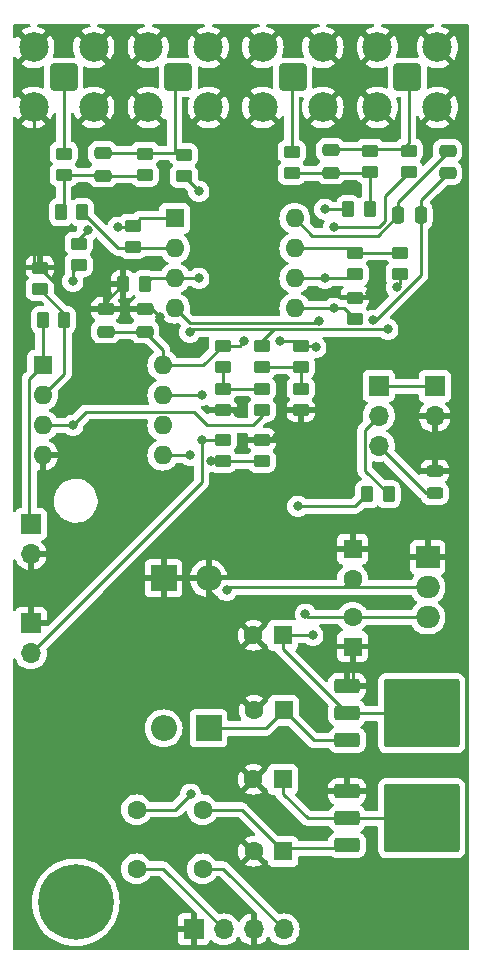
<source format=gtl>
G04 #@! TF.GenerationSoftware,KiCad,Pcbnew,7.0.2*
G04 #@! TF.CreationDate,2024-03-05T19:29:16+01:00*
G04 #@! TF.ProjectId,BalunAndFilter,42616c75-6e41-46e6-9446-696c7465722e,rev?*
G04 #@! TF.SameCoordinates,Original*
G04 #@! TF.FileFunction,Copper,L1,Top*
G04 #@! TF.FilePolarity,Positive*
%FSLAX46Y46*%
G04 Gerber Fmt 4.6, Leading zero omitted, Abs format (unit mm)*
G04 Created by KiCad (PCBNEW 7.0.2) date 2024-03-05 19:29:16*
%MOMM*%
%LPD*%
G01*
G04 APERTURE LIST*
G04 Aperture macros list*
%AMRoundRect*
0 Rectangle with rounded corners*
0 $1 Rounding radius*
0 $2 $3 $4 $5 $6 $7 $8 $9 X,Y pos of 4 corners*
0 Add a 4 corners polygon primitive as box body*
4,1,4,$2,$3,$4,$5,$6,$7,$8,$9,$2,$3,0*
0 Add four circle primitives for the rounded corners*
1,1,$1+$1,$2,$3*
1,1,$1+$1,$4,$5*
1,1,$1+$1,$6,$7*
1,1,$1+$1,$8,$9*
0 Add four rect primitives between the rounded corners*
20,1,$1+$1,$2,$3,$4,$5,0*
20,1,$1+$1,$4,$5,$6,$7,0*
20,1,$1+$1,$6,$7,$8,$9,0*
20,1,$1+$1,$8,$9,$2,$3,0*%
G04 Aperture macros list end*
G04 #@! TA.AperFunction,ComponentPad*
%ADD10C,6.400000*%
G04 #@! TD*
G04 #@! TA.AperFunction,ComponentPad*
%ADD11C,1.600000*%
G04 #@! TD*
G04 #@! TA.AperFunction,ComponentPad*
%ADD12O,2.200000X2.200000*%
G04 #@! TD*
G04 #@! TA.AperFunction,ComponentPad*
%ADD13R,2.200000X2.200000*%
G04 #@! TD*
G04 #@! TA.AperFunction,SMDPad,CuDef*
%ADD14RoundRect,0.250000X-0.262500X-0.450000X0.262500X-0.450000X0.262500X0.450000X-0.262500X0.450000X0*%
G04 #@! TD*
G04 #@! TA.AperFunction,ComponentPad*
%ADD15O,1.700000X1.700000*%
G04 #@! TD*
G04 #@! TA.AperFunction,ComponentPad*
%ADD16R,1.700000X1.700000*%
G04 #@! TD*
G04 #@! TA.AperFunction,SMDPad,CuDef*
%ADD17RoundRect,0.243750X-0.456250X0.243750X-0.456250X-0.243750X0.456250X-0.243750X0.456250X0.243750X0*%
G04 #@! TD*
G04 #@! TA.AperFunction,ComponentPad*
%ADD18O,2.000000X1.905000*%
G04 #@! TD*
G04 #@! TA.AperFunction,ComponentPad*
%ADD19R,2.000000X1.905000*%
G04 #@! TD*
G04 #@! TA.AperFunction,SMDPad,CuDef*
%ADD20RoundRect,0.250000X-1.275000X-1.125000X1.275000X-1.125000X1.275000X1.125000X-1.275000X1.125000X0*%
G04 #@! TD*
G04 #@! TA.AperFunction,SMDPad,CuDef*
%ADD21RoundRect,0.249997X-2.950003X-2.650003X2.950003X-2.650003X2.950003X2.650003X-2.950003X2.650003X0*%
G04 #@! TD*
G04 #@! TA.AperFunction,SMDPad,CuDef*
%ADD22RoundRect,0.250000X-0.850000X-0.350000X0.850000X-0.350000X0.850000X0.350000X-0.850000X0.350000X0*%
G04 #@! TD*
G04 #@! TA.AperFunction,ComponentPad*
%ADD23R,1.600000X1.600000*%
G04 #@! TD*
G04 #@! TA.AperFunction,ComponentPad*
%ADD24O,1.600000X1.600000*%
G04 #@! TD*
G04 #@! TA.AperFunction,SMDPad,CuDef*
%ADD25RoundRect,0.250000X0.450000X-0.262500X0.450000X0.262500X-0.450000X0.262500X-0.450000X-0.262500X0*%
G04 #@! TD*
G04 #@! TA.AperFunction,SMDPad,CuDef*
%ADD26RoundRect,0.250000X-0.450000X0.262500X-0.450000X-0.262500X0.450000X-0.262500X0.450000X0.262500X0*%
G04 #@! TD*
G04 #@! TA.AperFunction,SMDPad,CuDef*
%ADD27RoundRect,0.250000X0.262500X0.450000X-0.262500X0.450000X-0.262500X-0.450000X0.262500X-0.450000X0*%
G04 #@! TD*
G04 #@! TA.AperFunction,ComponentPad*
%ADD28C,2.500000*%
G04 #@! TD*
G04 #@! TA.AperFunction,ComponentPad*
%ADD29RoundRect,0.200100X-0.949900X-0.949900X0.949900X-0.949900X0.949900X0.949900X-0.949900X0.949900X0*%
G04 #@! TD*
G04 #@! TA.AperFunction,SMDPad,CuDef*
%ADD30RoundRect,0.250000X0.475000X-0.250000X0.475000X0.250000X-0.475000X0.250000X-0.475000X-0.250000X0*%
G04 #@! TD*
G04 #@! TA.AperFunction,SMDPad,CuDef*
%ADD31RoundRect,0.250000X-0.475000X0.250000X-0.475000X-0.250000X0.475000X-0.250000X0.475000X0.250000X0*%
G04 #@! TD*
G04 #@! TA.AperFunction,SMDPad,CuDef*
%ADD32RoundRect,0.250000X-0.250000X-0.475000X0.250000X-0.475000X0.250000X0.475000X-0.250000X0.475000X0*%
G04 #@! TD*
G04 #@! TA.AperFunction,ViaPad*
%ADD33C,0.800000*%
G04 #@! TD*
G04 #@! TA.AperFunction,Conductor*
%ADD34C,0.250000*%
G04 #@! TD*
G04 APERTURE END LIST*
D10*
G04 #@! TO.P,REF\u002A\u002A,1*
G04 #@! TO.N,N/C*
X107188000Y-109220000D03*
G04 #@! TD*
D11*
G04 #@! TO.P,F2,2*
G04 #@! TO.N,-15V*
X112339000Y-101386000D03*
G04 #@! TO.P,F2,1*
G04 #@! TO.N,Net-(J7-Pin_2)*
X112339000Y-106386000D03*
G04 #@! TD*
G04 #@! TO.P,F1,2*
G04 #@! TO.N,Net-(J7-Pin_4)*
X117927000Y-106386000D03*
G04 #@! TO.P,F1,1*
G04 #@! TO.N,+15V*
X117927000Y-101386000D03*
G04 #@! TD*
D12*
G04 #@! TO.P,D3,2,A*
G04 #@! TO.N,-15V*
X114625000Y-94488000D03*
D13*
G04 #@! TO.P,D3,1,K*
G04 #@! TO.N,GND*
X114625000Y-81788000D03*
G04 #@! TD*
D12*
G04 #@! TO.P,D2,2,A*
G04 #@! TO.N,GND*
X118435000Y-81788000D03*
D13*
G04 #@! TO.P,D2,1,K*
G04 #@! TO.N,+15V*
X118435000Y-94488000D03*
G04 #@! TD*
D14*
G04 #@! TO.P,R25,2*
G04 #@! TO.N,Net-(JP1-C)*
X133675000Y-74676000D03*
G04 #@! TO.P,R25,1*
G04 #@! TO.N,+5V*
X131850000Y-74676000D03*
G04 #@! TD*
D15*
G04 #@! TO.P,JP1,3,B*
G04 #@! TO.N,Net-(D1-A)*
X132843000Y-70567000D03*
G04 #@! TO.P,JP1,2,C*
G04 #@! TO.N,Net-(JP1-C)*
X132843000Y-68027000D03*
D16*
G04 #@! TO.P,JP1,1,A*
G04 #@! TO.N,Net-(J8-Pin_1)*
X132843000Y-65487000D03*
G04 #@! TD*
D15*
G04 #@! TO.P,J8,2,Pin_2*
G04 #@! TO.N,GND*
X137583500Y-68072000D03*
D16*
G04 #@! TO.P,J8,1,Pin_1*
G04 #@! TO.N,Net-(J8-Pin_1)*
X137583500Y-65532000D03*
G04 #@! TD*
D17*
G04 #@! TO.P,D1,2,A*
G04 #@! TO.N,Net-(D1-A)*
X137588500Y-74597500D03*
G04 #@! TO.P,D1,1,K*
G04 #@! TO.N,GND*
X137588500Y-72722500D03*
G04 #@! TD*
D18*
G04 #@! TO.P,U5,3,VO*
G04 #@! TO.N,-5V*
X136977000Y-85090000D03*
G04 #@! TO.P,U5,2,VI*
G04 #@! TO.N,-15V*
X136977000Y-82550000D03*
D19*
G04 #@! TO.P,U5,1,GND*
G04 #@! TO.N,GND*
X136977000Y-80010000D03*
G04 #@! TD*
D20*
G04 #@! TO.P,U4,2,VO*
G04 #@! TO.N,+5V*
X134794000Y-103634000D03*
X138144000Y-100584000D03*
X134794000Y-100584000D03*
X138144000Y-103634000D03*
D21*
X136469000Y-102109000D03*
D22*
G04 #@! TO.P,U4,3,VI*
G04 #@! TO.N,+15V*
X130169000Y-104389000D03*
G04 #@! TO.P,U4,2,VO*
G04 #@! TO.N,+5V*
X130169000Y-102109000D03*
G04 #@! TO.P,U4,1,GND*
G04 #@! TO.N,GND*
X130169000Y-99829000D03*
G04 #@! TD*
D20*
G04 #@! TO.P,U3,2,VO*
G04 #@! TO.N,+3V3*
X134794000Y-94743000D03*
X138144000Y-91693000D03*
X134794000Y-91693000D03*
X138144000Y-94743000D03*
D21*
X136469000Y-93218000D03*
D22*
G04 #@! TO.P,U3,3,VI*
G04 #@! TO.N,+15V*
X130169000Y-95498000D03*
G04 #@! TO.P,U3,2,VO*
G04 #@! TO.N,+3V3*
X130169000Y-93218000D03*
G04 #@! TO.P,U3,1,GND*
G04 #@! TO.N,GND*
X130169000Y-90938000D03*
G04 #@! TD*
D23*
G04 #@! TO.P,U2,1*
G04 #@! TO.N,Net-(J5-Pin_1)*
X104394000Y-63754000D03*
D24*
G04 #@! TO.P,U2,2,-*
G04 #@! TO.N,Net-(U2A--)*
X104394000Y-66294000D03*
G04 #@! TO.P,U2,3,+*
G04 #@! TO.N,Net-(U2A-+)*
X104394000Y-68834000D03*
G04 #@! TO.P,U2,4,V-*
G04 #@! TO.N,GND*
X104394000Y-71374000D03*
G04 #@! TO.P,U2,5,+*
G04 #@! TO.N,Net-(U2B-+)*
X114554000Y-71374000D03*
G04 #@! TO.P,U2,6,-*
G04 #@! TO.N,Net-(U2B--)*
X114554000Y-68834000D03*
G04 #@! TO.P,U2,7*
G04 #@! TO.N,Net-(J6-Pin_2)*
X114554000Y-66294000D03*
G04 #@! TO.P,U2,8,V+*
G04 #@! TO.N,+3V3*
X114554000Y-63754000D03*
G04 #@! TD*
D23*
G04 #@! TO.P,U1,1*
G04 #@! TO.N,Net-(R13-Pad1)*
X115570000Y-51308000D03*
D24*
G04 #@! TO.P,U1,2,-*
G04 #@! TO.N,Net-(U1A--)*
X115570000Y-53848000D03*
G04 #@! TO.P,U1,3,+*
G04 #@! TO.N,Net-(U1A-+)*
X115570000Y-56388000D03*
G04 #@! TO.P,U1,4,V-*
G04 #@! TO.N,-5V*
X115570000Y-58928000D03*
G04 #@! TO.P,U1,5,+*
G04 #@! TO.N,Net-(U1B-+)*
X125730000Y-58928000D03*
G04 #@! TO.P,U1,6,-*
G04 #@! TO.N,Net-(U1B--)*
X125730000Y-56388000D03*
G04 #@! TO.P,U1,7*
G04 #@! TO.N,Net-(R14-Pad1)*
X125730000Y-53848000D03*
G04 #@! TO.P,U1,8,V+*
G04 #@! TO.N,+5V*
X125730000Y-51308000D03*
G04 #@! TD*
D25*
G04 #@! TO.P,R24,1*
G04 #@! TO.N,Net-(U2B--)*
X119634000Y-71882000D03*
G04 #@! TO.P,R24,2*
G04 #@! TO.N,Net-(J6-Pin_2)*
X119634000Y-70057000D03*
G04 #@! TD*
D26*
G04 #@! TO.P,R23,1*
G04 #@! TO.N,GND*
X122936000Y-70057000D03*
G04 #@! TO.P,R23,2*
G04 #@! TO.N,Net-(U2B--)*
X122936000Y-71882000D03*
G04 #@! TD*
G04 #@! TO.P,R22,1*
G04 #@! TO.N,GND*
X104140000Y-55475500D03*
G04 #@! TO.P,R22,2*
G04 #@! TO.N,Net-(U2A--)*
X104140000Y-57300500D03*
G04 #@! TD*
D27*
G04 #@! TO.P,R21,1*
G04 #@! TO.N,Net-(U2A--)*
X106219000Y-59944000D03*
G04 #@! TO.P,R21,2*
G04 #@! TO.N,Net-(J5-Pin_1)*
X104394000Y-59944000D03*
G04 #@! TD*
D26*
G04 #@! TO.P,R20,1*
G04 #@! TO.N,Net-(R16-Pad1)*
X126238000Y-65739000D03*
G04 #@! TO.P,R20,2*
G04 #@! TO.N,GND*
X126238000Y-67564000D03*
G04 #@! TD*
G04 #@! TO.P,R19,1*
G04 #@! TO.N,+3V3*
X126238000Y-62079500D03*
G04 #@! TO.P,R19,2*
G04 #@! TO.N,Net-(R16-Pad1)*
X126238000Y-63904500D03*
G04 #@! TD*
G04 #@! TO.P,R18,1*
G04 #@! TO.N,Net-(R15-Pad1)*
X119634000Y-65739000D03*
G04 #@! TO.P,R18,2*
G04 #@! TO.N,GND*
X119634000Y-67564000D03*
G04 #@! TD*
G04 #@! TO.P,R17,1*
G04 #@! TO.N,+3V3*
X119634000Y-62079500D03*
G04 #@! TO.P,R17,2*
G04 #@! TO.N,Net-(R15-Pad1)*
X119634000Y-63904500D03*
G04 #@! TD*
D25*
G04 #@! TO.P,R16,1*
G04 #@! TO.N,Net-(R16-Pad1)*
X122936000Y-63904500D03*
G04 #@! TO.P,R16,2*
G04 #@! TO.N,Net-(U2B-+)*
X122936000Y-62079500D03*
G04 #@! TD*
D26*
G04 #@! TO.P,R15,1*
G04 #@! TO.N,Net-(R15-Pad1)*
X122936000Y-65739000D03*
G04 #@! TO.P,R15,2*
G04 #@! TO.N,Net-(U2A-+)*
X122936000Y-67564000D03*
G04 #@! TD*
G04 #@! TO.P,R14,1*
G04 #@! TO.N,Net-(R14-Pad1)*
X134620000Y-54205500D03*
G04 #@! TO.P,R14,2*
G04 #@! TO.N,Net-(U2B-+)*
X134620000Y-56030500D03*
G04 #@! TD*
G04 #@! TO.P,R13,1*
G04 #@! TO.N,Net-(R13-Pad1)*
X107442000Y-53443500D03*
G04 #@! TO.P,R13,2*
G04 #@! TO.N,Net-(U2A-+)*
X107442000Y-55268500D03*
G04 #@! TD*
G04 #@! TO.P,R12,1*
G04 #@! TO.N,Net-(J4-In)*
X132080000Y-45569500D03*
G04 #@! TO.P,R12,2*
G04 #@! TO.N,Net-(C2-Pad1)*
X132080000Y-47394500D03*
G04 #@! TD*
G04 #@! TO.P,R11,1*
G04 #@! TO.N,Net-(J3-In)*
X125476000Y-45673000D03*
G04 #@! TO.P,R11,2*
G04 #@! TO.N,Net-(C2-Pad1)*
X125476000Y-47498000D03*
G04 #@! TD*
G04 #@! TO.P,R10,1*
G04 #@! TO.N,Net-(J2-In)*
X113030000Y-45823500D03*
G04 #@! TO.P,R10,2*
G04 #@! TO.N,Net-(C1-Pad1)*
X113030000Y-47648500D03*
G04 #@! TD*
G04 #@! TO.P,R9,1*
G04 #@! TO.N,Net-(J1-In)*
X106172000Y-45823500D03*
G04 #@! TO.P,R9,2*
G04 #@! TO.N,Net-(C1-Pad1)*
X106172000Y-47648500D03*
G04 #@! TD*
D25*
G04 #@! TO.P,R8,1*
G04 #@! TO.N,Net-(U1B--)*
X130810000Y-56030500D03*
G04 #@! TO.P,R8,2*
G04 #@! TO.N,Net-(R14-Pad1)*
X130810000Y-54205500D03*
G04 #@! TD*
D26*
G04 #@! TO.P,R7,1*
G04 #@! TO.N,GND*
X130810000Y-58015500D03*
G04 #@! TO.P,R7,2*
G04 #@! TO.N,Net-(U1B-+)*
X130810000Y-59840500D03*
G04 #@! TD*
G04 #@! TO.P,R6,1*
G04 #@! TO.N,Net-(J4-In)*
X135382000Y-45569500D03*
G04 #@! TO.P,R6,2*
G04 #@! TO.N,Net-(U1B-+)*
X135382000Y-47394500D03*
G04 #@! TD*
D27*
G04 #@! TO.P,R5,1*
G04 #@! TO.N,Net-(C2-Pad1)*
X132080000Y-50546000D03*
G04 #@! TO.P,R5,2*
G04 #@! TO.N,Net-(U1B--)*
X130255000Y-50546000D03*
G04 #@! TD*
D14*
G04 #@! TO.P,R4,1*
G04 #@! TO.N,GND*
X111205000Y-56896000D03*
G04 #@! TO.P,R4,2*
G04 #@! TO.N,Net-(U1A-+)*
X113030000Y-56896000D03*
G04 #@! TD*
D26*
G04 #@! TO.P,R3,1*
G04 #@! TO.N,Net-(J2-In)*
X116332000Y-45927000D03*
G04 #@! TO.P,R3,2*
G04 #@! TO.N,Net-(U1A-+)*
X116332000Y-47752000D03*
G04 #@! TD*
D25*
G04 #@! TO.P,R2,1*
G04 #@! TO.N,Net-(U1A--)*
X112014000Y-53744500D03*
G04 #@! TO.P,R2,2*
G04 #@! TO.N,Net-(R13-Pad1)*
X112014000Y-51919500D03*
G04 #@! TD*
D14*
G04 #@! TO.P,R1,1*
G04 #@! TO.N,Net-(C1-Pad1)*
X105918000Y-50800000D03*
G04 #@! TO.P,R1,2*
G04 #@! TO.N,Net-(U1A--)*
X107743000Y-50800000D03*
G04 #@! TD*
D15*
G04 #@! TO.P,J7,4,Pin_4*
G04 #@! TO.N,Net-(J7-Pin_4)*
X124785000Y-111506000D03*
G04 #@! TO.P,J7,3,Pin_3*
G04 #@! TO.N,GND*
X122245000Y-111506000D03*
G04 #@! TO.P,J7,2,Pin_2*
G04 #@! TO.N,Net-(J7-Pin_2)*
X119705000Y-111506000D03*
D16*
G04 #@! TO.P,J7,1,Pin_1*
G04 #@! TO.N,GND*
X117165000Y-111506000D03*
G04 #@! TD*
G04 #@! TO.P,J6,1,Pin_1*
G04 #@! TO.N,GND*
X103378000Y-85598000D03*
D15*
G04 #@! TO.P,J6,2,Pin_2*
G04 #@! TO.N,Net-(J6-Pin_2)*
X103378000Y-88138000D03*
G04 #@! TD*
D16*
G04 #@! TO.P,J5,1,Pin_1*
G04 #@! TO.N,Net-(J5-Pin_1)*
X103378000Y-77211000D03*
D15*
G04 #@! TO.P,J5,2,Pin_2*
G04 #@! TO.N,GND*
X103378000Y-79751000D03*
G04 #@! TD*
D28*
G04 #@! TO.P,J4,2,Ext*
G04 #@! TO.N,GND*
X137812000Y-41910000D03*
X137812000Y-36830000D03*
X132732000Y-36830000D03*
X132732000Y-41910000D03*
D29*
G04 #@! TO.P,J4,1,In*
G04 #@! TO.N,Net-(J4-In)*
X135272000Y-39370000D03*
G04 #@! TD*
D28*
G04 #@! TO.P,J3,2,Ext*
G04 #@! TO.N,GND*
X128112000Y-41910000D03*
X128112000Y-36830000D03*
X123032000Y-36830000D03*
X123032000Y-41910000D03*
D29*
G04 #@! TO.P,J3,1,In*
G04 #@! TO.N,Net-(J3-In)*
X125572000Y-39370000D03*
G04 #@! TD*
D28*
G04 #@! TO.P,J2,2,Ext*
G04 #@! TO.N,GND*
X118412000Y-41910000D03*
X118412000Y-36830000D03*
X113332000Y-36830000D03*
X113332000Y-41910000D03*
D29*
G04 #@! TO.P,J2,1,In*
G04 #@! TO.N,Net-(J2-In)*
X115872000Y-39370000D03*
G04 #@! TD*
D28*
G04 #@! TO.P,J1,2,Ext*
G04 #@! TO.N,GND*
X108712000Y-41910000D03*
X108712000Y-36830000D03*
X103632000Y-36830000D03*
X103632000Y-41910000D03*
D29*
G04 #@! TO.P,J1,1,In*
G04 #@! TO.N,Net-(J1-In)*
X106172000Y-39370000D03*
G04 #@! TD*
D11*
G04 #@! TO.P,C12,2*
G04 #@! TO.N,-5V*
X130627000Y-85065112D03*
D23*
G04 #@! TO.P,C12,1*
G04 #@! TO.N,GND*
X130627000Y-87565112D03*
G04 #@! TD*
D11*
G04 #@! TO.P,C11,2*
G04 #@! TO.N,-15V*
X130627000Y-81812888D03*
D23*
G04 #@! TO.P,C11,1*
G04 #@! TO.N,GND*
X130627000Y-79312888D03*
G04 #@! TD*
D11*
G04 #@! TO.P,C10,2*
G04 #@! TO.N,GND*
X122220112Y-98806000D03*
D23*
G04 #@! TO.P,C10,1*
G04 #@! TO.N,+5V*
X124720112Y-98806000D03*
G04 #@! TD*
G04 #@! TO.P,C9,1*
G04 #@! TO.N,+15V*
X124745000Y-104902000D03*
D11*
G04 #@! TO.P,C9,2*
G04 #@! TO.N,GND*
X122245000Y-104902000D03*
G04 #@! TD*
D23*
G04 #@! TO.P,C8,1*
G04 #@! TO.N,+3V3*
X124720112Y-86614000D03*
D11*
G04 #@! TO.P,C8,2*
G04 #@! TO.N,GND*
X122220112Y-86614000D03*
G04 #@! TD*
D23*
G04 #@! TO.P,C7,1*
G04 #@! TO.N,+15V*
X124785000Y-92964000D03*
D11*
G04 #@! TO.P,C7,2*
G04 #@! TO.N,GND*
X122285000Y-92964000D03*
G04 #@! TD*
D30*
G04 #@! TO.P,C6,1*
G04 #@! TO.N,+3V3*
X113030000Y-60894000D03*
G04 #@! TO.P,C6,2*
G04 #@! TO.N,GND*
X113030000Y-58994000D03*
G04 #@! TD*
G04 #@! TO.P,C5,2*
G04 #@! TO.N,GND*
X109728000Y-58994000D03*
G04 #@! TO.P,C5,1*
G04 #@! TO.N,+3V3*
X109728000Y-60894000D03*
G04 #@! TD*
D31*
G04 #@! TO.P,C4,1*
G04 #@! TO.N,+5V*
X138684000Y-45598000D03*
G04 #@! TO.P,C4,2*
G04 #@! TO.N,-5V*
X138684000Y-47498000D03*
G04 #@! TD*
D32*
G04 #@! TO.P,C3,2*
G04 #@! TO.N,-5V*
X136398000Y-51054000D03*
G04 #@! TO.P,C3,1*
G04 #@! TO.N,+5V*
X134498000Y-51054000D03*
G04 #@! TD*
D30*
G04 #@! TO.P,C2,1*
G04 #@! TO.N,Net-(C2-Pad1)*
X128778000Y-47432000D03*
G04 #@! TO.P,C2,2*
G04 #@! TO.N,Net-(J4-In)*
X128778000Y-45532000D03*
G04 #@! TD*
G04 #@! TO.P,C1,1*
G04 #@! TO.N,Net-(C1-Pad1)*
X109474000Y-47686000D03*
G04 #@! TO.P,C1,2*
G04 #@! TO.N,Net-(J2-In)*
X109474000Y-45786000D03*
G04 #@! TD*
D33*
G04 #@! TO.N,GND*
X128232500Y-67564000D03*
X114300000Y-59690000D03*
X120904000Y-67818000D03*
X124714000Y-67564000D03*
X124206000Y-69850000D03*
X132080000Y-57658000D03*
G04 #@! TO.N,+3V3*
X127254000Y-86614000D03*
X127508000Y-62230000D03*
G04 #@! TO.N,-5V*
X126634500Y-84836000D03*
G04 #@! TO.N,Net-(U2B--)*
X118618000Y-71882000D03*
G04 #@! TO.N,-5V*
X132334000Y-59944000D03*
X127762000Y-59981500D03*
G04 #@! TO.N,+5V*
X125984000Y-75692000D03*
G04 #@! TO.N,GND*
X130556000Y-97790000D03*
G04 #@! TO.N,Net-(J6-Pin_2)*
X117856000Y-70104000D03*
X117856000Y-66294000D03*
G04 #@! TO.N,+3V3*
X124460000Y-61722000D03*
X121412000Y-61722000D03*
G04 #@! TO.N,Net-(U2B-+)*
X133604000Y-60706000D03*
X116840000Y-71374000D03*
X116840000Y-60960000D03*
X134366000Y-57150000D03*
G04 #@! TO.N,Net-(U2A-+)*
X106934000Y-56642000D03*
X106934000Y-68834000D03*
G04 #@! TO.N,Net-(R13-Pad1)*
X110744000Y-52070000D03*
X108204000Y-52324000D03*
G04 #@! TO.N,Net-(U1A-+)*
X117602000Y-49022000D03*
X117602000Y-56388000D03*
G04 #@! TO.N,Net-(U1B-+)*
X129032000Y-52070000D03*
X129032000Y-58928000D03*
G04 #@! TO.N,Net-(U1B--)*
X128270000Y-50546000D03*
X128270000Y-56388000D03*
G04 #@! TO.N,-15V*
X116911000Y-100076000D03*
X119959000Y-82804000D03*
G04 #@! TD*
D34*
G04 #@! TO.N,+15V*
X124745000Y-104902000D02*
X121229000Y-101386000D01*
X121229000Y-101386000D02*
X117927000Y-101386000D01*
X124745000Y-104902000D02*
X124968000Y-104902000D01*
X124968000Y-104902000D02*
X125222000Y-104648000D01*
X129910000Y-104648000D02*
X125222000Y-104648000D01*
G04 #@! TO.N,GND*
X126238000Y-67564000D02*
X128232500Y-67564000D01*
X113604000Y-58994000D02*
X114300000Y-59690000D01*
X113030000Y-58994000D02*
X113604000Y-58994000D01*
X120650000Y-67564000D02*
X120904000Y-67818000D01*
X119634000Y-67564000D02*
X120650000Y-67564000D01*
X123999000Y-70057000D02*
X124206000Y-69850000D01*
X122936000Y-70057000D02*
X123999000Y-70057000D01*
X124714000Y-67564000D02*
X126238000Y-67564000D01*
X130810000Y-58015500D02*
X131722500Y-58015500D01*
X131722500Y-58015500D02*
X132080000Y-57658000D01*
G04 #@! TO.N,+3V3*
X127357500Y-62079500D02*
X127508000Y-62230000D01*
X126238000Y-62079500D02*
X127357500Y-62079500D01*
X127254000Y-86614000D02*
X124720112Y-86614000D01*
G04 #@! TO.N,-5V*
X126863612Y-85065112D02*
X126634500Y-84836000D01*
X130627000Y-85065112D02*
X126863612Y-85065112D01*
G04 #@! TO.N,Net-(U2B--)*
X119634000Y-71882000D02*
X118618000Y-71882000D01*
G04 #@! TO.N,GND*
X122220112Y-86614000D02*
X118435000Y-82828888D01*
X118435000Y-82828888D02*
X118435000Y-81788000D01*
G04 #@! TO.N,Net-(U2A--)*
X104394000Y-66294000D02*
X106219000Y-64469000D01*
X106219000Y-64469000D02*
X106219000Y-59944000D01*
G04 #@! TO.N,+3V3*
X114554000Y-63754000D02*
X114554000Y-62418000D01*
X114554000Y-62418000D02*
X113030000Y-60894000D01*
G04 #@! TO.N,GND*
X104140000Y-55475500D02*
X107658500Y-58994000D01*
X107658500Y-58994000D02*
X109728000Y-58994000D01*
X103632000Y-41910000D02*
X103632000Y-54967500D01*
X103632000Y-54967500D02*
X104140000Y-55475500D01*
G04 #@! TO.N,-5V*
X115570000Y-58928000D02*
X116840000Y-60198000D01*
X132597305Y-59944000D02*
X136398000Y-56143305D01*
X136398000Y-56143305D02*
X136398000Y-51054000D01*
X116840000Y-60198000D02*
X127545500Y-60198000D01*
X127545500Y-60198000D02*
X127762000Y-59981500D01*
X132334000Y-59944000D02*
X132597305Y-59944000D01*
G04 #@! TO.N,+5V*
X125984000Y-75692000D02*
X130834000Y-75692000D01*
X130834000Y-75692000D02*
X131850000Y-74676000D01*
G04 #@! TO.N,GND*
X130169000Y-98177000D02*
X130556000Y-97790000D01*
X130169000Y-99829000D02*
X130169000Y-98177000D01*
X130169000Y-90938000D02*
X130627000Y-90480000D01*
X130627000Y-90480000D02*
X130627000Y-87565112D01*
G04 #@! TO.N,+3V3*
X130169000Y-93218000D02*
X124720112Y-87769112D01*
X124720112Y-87769112D02*
X124720112Y-86614000D01*
G04 #@! TO.N,Net-(J6-Pin_2)*
X103378000Y-88138000D02*
X117856000Y-73660000D01*
X117856000Y-73660000D02*
X117856000Y-70104000D01*
G04 #@! TO.N,Net-(J5-Pin_1)*
X103378000Y-77211000D02*
X103269000Y-77102000D01*
X103269000Y-77102000D02*
X103269000Y-64879000D01*
X103269000Y-64879000D02*
X104394000Y-63754000D01*
G04 #@! TO.N,+5V*
X130169000Y-102109000D02*
X136469000Y-102109000D01*
G04 #@! TO.N,+3V3*
X130169000Y-93218000D02*
X136469000Y-93218000D01*
G04 #@! TO.N,GND*
X109728000Y-58994000D02*
X109728000Y-58373000D01*
X109728000Y-58373000D02*
X111205000Y-56896000D01*
X113030000Y-58994000D02*
X109728000Y-58994000D01*
G04 #@! TO.N,+3V3*
X113030000Y-60894000D02*
X109728000Y-60894000D01*
G04 #@! TO.N,Net-(U2A--)*
X106219000Y-59944000D02*
X106219000Y-59379500D01*
X106219000Y-59379500D02*
X104140000Y-57300500D01*
G04 #@! TO.N,-5V*
X136398000Y-51054000D02*
X136398000Y-49784000D01*
X136398000Y-49784000D02*
X138684000Y-47498000D01*
G04 #@! TO.N,+5V*
X134498000Y-51054000D02*
X134498000Y-49906000D01*
X138684000Y-45720000D02*
X138684000Y-45598000D01*
X134498000Y-49906000D02*
X138684000Y-45720000D01*
X132757000Y-52795000D02*
X134498000Y-51054000D01*
X125730000Y-51308000D02*
X127217000Y-52795000D01*
X127217000Y-52795000D02*
X132757000Y-52795000D01*
G04 #@! TO.N,Net-(JP1-C)*
X132843000Y-68027000D02*
X131668000Y-69202000D01*
X131668000Y-72669000D02*
X133675000Y-74676000D01*
X131668000Y-69202000D02*
X131668000Y-72669000D01*
G04 #@! TO.N,Net-(J8-Pin_1)*
X137583500Y-65532000D02*
X132888000Y-65532000D01*
X132888000Y-65532000D02*
X132843000Y-65487000D01*
G04 #@! TO.N,Net-(D1-A)*
X137588500Y-74597500D02*
X136873500Y-74597500D01*
X136873500Y-74597500D02*
X132843000Y-70567000D01*
G04 #@! TO.N,GND*
X137588500Y-72722500D02*
X137583500Y-72717500D01*
X137583500Y-72717500D02*
X137583500Y-68072000D01*
G04 #@! TO.N,Net-(J5-Pin_1)*
X104394000Y-63754000D02*
X104394000Y-59944000D01*
G04 #@! TO.N,Net-(U2B--)*
X119634000Y-71882000D02*
X122936000Y-71882000D01*
G04 #@! TO.N,Net-(J6-Pin_2)*
X114554000Y-66294000D02*
X117856000Y-66294000D01*
X119587000Y-70104000D02*
X119634000Y-70057000D01*
X117856000Y-70104000D02*
X119587000Y-70104000D01*
G04 #@! TO.N,+3V3*
X119634000Y-62079500D02*
X121054500Y-62079500D01*
X121054500Y-62079500D02*
X121412000Y-61722000D01*
X124460000Y-61722000D02*
X125880500Y-61722000D01*
X125880500Y-61722000D02*
X126238000Y-62079500D01*
X114554000Y-63754000D02*
X117959500Y-63754000D01*
X117959500Y-63754000D02*
X119634000Y-62079500D01*
G04 #@! TO.N,Net-(U2A-+)*
X122174000Y-68834000D02*
X122936000Y-68072000D01*
X122936000Y-68072000D02*
X122936000Y-67564000D01*
X108059000Y-67709000D02*
X117203000Y-67709000D01*
X118328000Y-68834000D02*
X122174000Y-68834000D01*
X117203000Y-67709000D02*
X118328000Y-68834000D01*
X106934000Y-68834000D02*
X108059000Y-67709000D01*
G04 #@! TO.N,Net-(R15-Pad1)*
X119634000Y-65739000D02*
X122936000Y-65739000D01*
G04 #@! TO.N,Net-(R16-Pad1)*
X126238000Y-63904500D02*
X122936000Y-63904500D01*
X126238000Y-65739000D02*
X126238000Y-63904500D01*
G04 #@! TO.N,Net-(R15-Pad1)*
X119634000Y-63904500D02*
X119634000Y-65739000D01*
G04 #@! TO.N,Net-(U2B-+)*
X133604000Y-60706000D02*
X123952000Y-60706000D01*
X123952000Y-60706000D02*
X117094000Y-60706000D01*
X122936000Y-62079500D02*
X122936000Y-61722000D01*
X122936000Y-61722000D02*
X123952000Y-60706000D01*
X117094000Y-60706000D02*
X116840000Y-60960000D01*
X116840000Y-71374000D02*
X114554000Y-71374000D01*
X134620000Y-56030500D02*
X134620000Y-56896000D01*
X134620000Y-56896000D02*
X134366000Y-57150000D01*
G04 #@! TO.N,Net-(U2A-+)*
X104394000Y-68834000D02*
X106934000Y-68834000D01*
X106934000Y-55776500D02*
X107442000Y-55268500D01*
X106934000Y-56642000D02*
X106934000Y-55776500D01*
G04 #@! TO.N,Net-(R14-Pad1)*
X134620000Y-54205500D02*
X130810000Y-54205500D01*
G04 #@! TO.N,Net-(R13-Pad1)*
X107442000Y-53443500D02*
X107442000Y-53086000D01*
X107442000Y-53086000D02*
X108204000Y-52324000D01*
X110744000Y-52070000D02*
X111863500Y-52070000D01*
X111863500Y-52070000D02*
X112014000Y-51919500D01*
G04 #@! TO.N,Net-(U1B-+)*
X129032000Y-58928000D02*
X129897500Y-58928000D01*
X129897500Y-58928000D02*
X130810000Y-59840500D01*
G04 #@! TO.N,Net-(U1B--)*
X128270000Y-56388000D02*
X130452500Y-56388000D01*
X130452500Y-56388000D02*
X130810000Y-56030500D01*
G04 #@! TO.N,Net-(R14-Pad1)*
X125730000Y-53848000D02*
X130452500Y-53848000D01*
X130452500Y-53848000D02*
X130810000Y-54205500D01*
G04 #@! TO.N,Net-(U1A-+)*
X115570000Y-56388000D02*
X113538000Y-56388000D01*
X113538000Y-56388000D02*
X113030000Y-56896000D01*
G04 #@! TO.N,Net-(R13-Pad1)*
X115570000Y-51308000D02*
X112625500Y-51308000D01*
X112625500Y-51308000D02*
X112014000Y-51919500D01*
G04 #@! TO.N,Net-(U1A-+)*
X115570000Y-56388000D02*
X117602000Y-56388000D01*
X117602000Y-49022000D02*
X116332000Y-47752000D01*
G04 #@! TO.N,Net-(U1A--)*
X115570000Y-53848000D02*
X110791000Y-53848000D01*
X110791000Y-53848000D02*
X107743000Y-50800000D01*
G04 #@! TO.N,Net-(U1B-+)*
X125730000Y-58928000D02*
X129032000Y-58928000D01*
X129032000Y-52070000D02*
X132842000Y-52070000D01*
X132842000Y-52070000D02*
X133350000Y-51562000D01*
X133350000Y-51562000D02*
X133350000Y-49426500D01*
X133350000Y-49426500D02*
X135382000Y-47394500D01*
G04 #@! TO.N,Net-(U1B--)*
X125730000Y-56388000D02*
X128270000Y-56388000D01*
X128270000Y-50546000D02*
X130255000Y-50546000D01*
G04 #@! TO.N,Net-(C2-Pad1)*
X132080000Y-50546000D02*
X132080000Y-47394500D01*
G04 #@! TO.N,Net-(C1-Pad1)*
X106172000Y-47648500D02*
X106172000Y-50546000D01*
X106172000Y-50546000D02*
X105918000Y-50800000D01*
G04 #@! TO.N,Net-(J2-In)*
X116332000Y-45927000D02*
X115777000Y-45927000D01*
X115777000Y-45927000D02*
X115570000Y-45720000D01*
G04 #@! TO.N,Net-(C2-Pad1)*
X128778000Y-47432000D02*
X132042500Y-47432000D01*
X132042500Y-47432000D02*
X132080000Y-47394500D01*
G04 #@! TO.N,Net-(C1-Pad1)*
X109474000Y-47686000D02*
X112992500Y-47686000D01*
X112992500Y-47686000D02*
X113030000Y-47648500D01*
G04 #@! TO.N,Net-(J4-In)*
X134874000Y-45466000D02*
X135382000Y-44958000D01*
X128778000Y-45532000D02*
X128844000Y-45466000D01*
X128844000Y-45466000D02*
X134874000Y-45466000D01*
X135382000Y-44958000D02*
X135382000Y-39480000D01*
X135382000Y-39480000D02*
X135272000Y-39370000D01*
G04 #@! TO.N,Net-(C2-Pad1)*
X125476000Y-47498000D02*
X128712000Y-47498000D01*
X128712000Y-47498000D02*
X128778000Y-47432000D01*
G04 #@! TO.N,Net-(J2-In)*
X115504000Y-45786000D02*
X115570000Y-45720000D01*
X109474000Y-45786000D02*
X115504000Y-45786000D01*
X115570000Y-45720000D02*
X115570000Y-39672000D01*
X115570000Y-39672000D02*
X115872000Y-39370000D01*
G04 #@! TO.N,Net-(C1-Pad1)*
X106172000Y-47648500D02*
X109436500Y-47648500D01*
X109436500Y-47648500D02*
X109474000Y-47686000D01*
G04 #@! TO.N,Net-(J1-In)*
X106172000Y-45823500D02*
X106172000Y-39370000D01*
G04 #@! TO.N,Net-(J3-In)*
X125476000Y-45673000D02*
X125476000Y-39466000D01*
X125476000Y-39466000D02*
X125572000Y-39370000D01*
G04 #@! TO.N,+15V*
X124785000Y-92964000D02*
X123261000Y-94488000D01*
X123261000Y-94488000D02*
X118435000Y-94488000D01*
G04 #@! TO.N,-15V*
X115601000Y-101386000D02*
X116911000Y-100076000D01*
X112339000Y-101386000D02*
X115601000Y-101386000D01*
G04 #@! TO.N,Net-(J7-Pin_2)*
X119705000Y-111506000D02*
X114585000Y-106386000D01*
X114585000Y-106386000D02*
X112339000Y-106386000D01*
G04 #@! TO.N,Net-(J7-Pin_4)*
X124785000Y-111506000D02*
X119665000Y-106386000D01*
X119665000Y-106386000D02*
X117927000Y-106386000D01*
G04 #@! TO.N,+15V*
X130169000Y-95498000D02*
X130163000Y-95504000D01*
X127325000Y-95504000D02*
X124785000Y-92964000D01*
X130163000Y-95504000D02*
X127325000Y-95504000D01*
G04 #@! TO.N,-5V*
X136977000Y-85090000D02*
X130651888Y-85090000D01*
X130651888Y-85090000D02*
X130627000Y-85065112D01*
G04 #@! TO.N,-15V*
X120213000Y-82550000D02*
X129865000Y-82550000D01*
X129865000Y-82550000D02*
X136977000Y-82550000D01*
X130627000Y-81812888D02*
X130602112Y-81812888D01*
X130602112Y-81812888D02*
X129865000Y-82550000D01*
G04 #@! TO.N,+5V*
X130169000Y-102109000D02*
X126818000Y-102109000D01*
X126818000Y-102109000D02*
X124720112Y-100011112D01*
X124720112Y-100011112D02*
X124720112Y-98806000D01*
G04 #@! TO.N,+15V*
X130169000Y-104389000D02*
X129910000Y-104648000D01*
G04 #@! TO.N,-15V*
X119959000Y-82804000D02*
X120213000Y-82550000D01*
G04 #@! TD*
G04 #@! TA.AperFunction,Conductor*
G04 #@! TO.N,GND*
G36*
X103303171Y-34890185D02*
G01*
X103348926Y-34942989D01*
X103358870Y-35012147D01*
X103329845Y-35075703D01*
X103271067Y-35113477D01*
X103254613Y-35117115D01*
X103241496Y-35119091D01*
X102990860Y-35196403D01*
X102754545Y-35310206D01*
X102582832Y-35427278D01*
X103233391Y-36077837D01*
X103114569Y-36149331D01*
X102980342Y-36276477D01*
X102877138Y-36428691D01*
X102229874Y-35781428D01*
X102182026Y-35841428D01*
X102103887Y-35976769D01*
X102053320Y-36024985D01*
X101984713Y-36038207D01*
X101919848Y-36012239D01*
X101879320Y-35955325D01*
X101872500Y-35914769D01*
X101872500Y-34994500D01*
X101892185Y-34927461D01*
X101944989Y-34881706D01*
X101996500Y-34870500D01*
X103236132Y-34870500D01*
X103303171Y-34890185D01*
G37*
G04 #@! TD.AperFunction*
G04 #@! TA.AperFunction,Conductor*
G36*
X108383171Y-34890185D02*
G01*
X108428926Y-34942989D01*
X108438870Y-35012147D01*
X108409845Y-35075703D01*
X108351067Y-35113477D01*
X108334613Y-35117115D01*
X108321496Y-35119091D01*
X108070860Y-35196403D01*
X107834545Y-35310206D01*
X107662832Y-35427278D01*
X108313391Y-36077837D01*
X108194569Y-36149331D01*
X108060342Y-36276477D01*
X107957138Y-36428691D01*
X107309874Y-35781428D01*
X107262026Y-35841428D01*
X107130882Y-36068576D01*
X107035059Y-36312729D01*
X106976693Y-36568447D01*
X106957092Y-36829999D01*
X106976693Y-37091552D01*
X107035058Y-37347264D01*
X107114703Y-37550198D01*
X107120871Y-37619795D01*
X107088433Y-37681678D01*
X107027687Y-37716201D01*
X106999274Y-37719500D01*
X105344726Y-37719500D01*
X105277687Y-37699815D01*
X105231932Y-37647011D01*
X105221988Y-37577853D01*
X105229297Y-37550198D01*
X105308941Y-37347264D01*
X105367306Y-37091552D01*
X105386907Y-36829999D01*
X105367306Y-36568447D01*
X105308940Y-36312729D01*
X105213117Y-36068575D01*
X105081972Y-35841426D01*
X105034125Y-35781427D01*
X104383232Y-36432319D01*
X104339684Y-36350178D01*
X104219991Y-36209265D01*
X104072805Y-36097377D01*
X104030596Y-36077849D01*
X104681167Y-35427278D01*
X104509451Y-35310205D01*
X104273139Y-35196403D01*
X104022503Y-35119091D01*
X104009387Y-35117115D01*
X103946030Y-35087659D01*
X103908656Y-35028625D01*
X103909131Y-34958757D01*
X103947304Y-34900237D01*
X104011056Y-34871645D01*
X104027868Y-34870500D01*
X108316132Y-34870500D01*
X108383171Y-34890185D01*
G37*
G04 #@! TD.AperFunction*
G04 #@! TA.AperFunction,Conductor*
G36*
X113003171Y-34890185D02*
G01*
X113048926Y-34942989D01*
X113058870Y-35012147D01*
X113029845Y-35075703D01*
X112971067Y-35113477D01*
X112954613Y-35117115D01*
X112941496Y-35119091D01*
X112690860Y-35196403D01*
X112454545Y-35310206D01*
X112282832Y-35427278D01*
X112933391Y-36077837D01*
X112814569Y-36149331D01*
X112680342Y-36276477D01*
X112577138Y-36428691D01*
X111929873Y-35781427D01*
X111882028Y-35841424D01*
X111750882Y-36068576D01*
X111655059Y-36312729D01*
X111596693Y-36568447D01*
X111577092Y-36829999D01*
X111596693Y-37091552D01*
X111655059Y-37347270D01*
X111750882Y-37591424D01*
X111882027Y-37818573D01*
X111929873Y-37878571D01*
X111929874Y-37878571D01*
X112580766Y-37227679D01*
X112624316Y-37309822D01*
X112744009Y-37450735D01*
X112891195Y-37562623D01*
X112933402Y-37582150D01*
X112282831Y-38232720D01*
X112454546Y-38349793D01*
X112690860Y-38463596D01*
X112941496Y-38540908D01*
X113200856Y-38580000D01*
X113463144Y-38580000D01*
X113722503Y-38540908D01*
X113973136Y-38463597D01*
X114043697Y-38429617D01*
X114112639Y-38418265D01*
X114176773Y-38445986D01*
X114215739Y-38503981D01*
X114221500Y-38541337D01*
X114221500Y-40198662D01*
X114201815Y-40265701D01*
X114149011Y-40311456D01*
X114079853Y-40321400D01*
X114043699Y-40310382D01*
X113973142Y-40276404D01*
X113722503Y-40199091D01*
X113463144Y-40160000D01*
X113200856Y-40160000D01*
X112941496Y-40199091D01*
X112690860Y-40276403D01*
X112454545Y-40390206D01*
X112282831Y-40507278D01*
X112933390Y-41157837D01*
X112814569Y-41229331D01*
X112680342Y-41356477D01*
X112577138Y-41508691D01*
X111929873Y-40861427D01*
X111882028Y-40921424D01*
X111750882Y-41148576D01*
X111655059Y-41392729D01*
X111596693Y-41648447D01*
X111577092Y-41909999D01*
X111596693Y-42171552D01*
X111655059Y-42427270D01*
X111750882Y-42671424D01*
X111882027Y-42898573D01*
X111929873Y-42958571D01*
X111929874Y-42958571D01*
X112580766Y-42307679D01*
X112624316Y-42389822D01*
X112744009Y-42530735D01*
X112891195Y-42642623D01*
X112933401Y-42662149D01*
X112282831Y-43312720D01*
X112454546Y-43429793D01*
X112690860Y-43543596D01*
X112941496Y-43620908D01*
X113200856Y-43660000D01*
X113463144Y-43660000D01*
X113722503Y-43620908D01*
X113973139Y-43543596D01*
X114209456Y-43429792D01*
X114381167Y-43312720D01*
X113730608Y-42662162D01*
X113849431Y-42590669D01*
X113983658Y-42463523D01*
X114086861Y-42311308D01*
X114734124Y-42958571D01*
X114743162Y-42958063D01*
X114780742Y-42931687D01*
X114850553Y-42928837D01*
X114910823Y-42964183D01*
X114942416Y-43026502D01*
X114944500Y-43049140D01*
X114944500Y-45036500D01*
X114924815Y-45103539D01*
X114872011Y-45149294D01*
X114820500Y-45160500D01*
X114183958Y-45160500D01*
X114116919Y-45140815D01*
X114078419Y-45101596D01*
X114072711Y-45092342D01*
X113948657Y-44968288D01*
X113799334Y-44876186D01*
X113632797Y-44821000D01*
X113533141Y-44810819D01*
X113533122Y-44810818D01*
X113530009Y-44810500D01*
X113526860Y-44810500D01*
X112533140Y-44810500D01*
X112533120Y-44810500D01*
X112529992Y-44810501D01*
X112526860Y-44810820D01*
X112526858Y-44810821D01*
X112427203Y-44821000D01*
X112260665Y-44876186D01*
X112111342Y-44968288D01*
X111987288Y-45092342D01*
X111981581Y-45101596D01*
X111929634Y-45148321D01*
X111876042Y-45160500D01*
X110668378Y-45160500D01*
X110601339Y-45140815D01*
X110562839Y-45101596D01*
X110541711Y-45067342D01*
X110417657Y-44943288D01*
X110268334Y-44851186D01*
X110101797Y-44796000D01*
X110002141Y-44785819D01*
X110002122Y-44785818D01*
X109999009Y-44785500D01*
X109995860Y-44785500D01*
X108952140Y-44785500D01*
X108952120Y-44785500D01*
X108948992Y-44785501D01*
X108945860Y-44785820D01*
X108945858Y-44785821D01*
X108846203Y-44796000D01*
X108679665Y-44851186D01*
X108530342Y-44943288D01*
X108406288Y-45067342D01*
X108314186Y-45216665D01*
X108259000Y-45383202D01*
X108248819Y-45482858D01*
X108248817Y-45482878D01*
X108248500Y-45485991D01*
X108248500Y-45489138D01*
X108248500Y-45489139D01*
X108248500Y-46082858D01*
X108248500Y-46082877D01*
X108248501Y-46086008D01*
X108248820Y-46089140D01*
X108248821Y-46089141D01*
X108259000Y-46188796D01*
X108314186Y-46355334D01*
X108406288Y-46504657D01*
X108530344Y-46628713D01*
X108533181Y-46630463D01*
X108579905Y-46682412D01*
X108591125Y-46751374D01*
X108563280Y-46815456D01*
X108533181Y-46841537D01*
X108530344Y-46843286D01*
X108396039Y-46977592D01*
X108394735Y-46976288D01*
X108356344Y-47010821D01*
X108302752Y-47023000D01*
X107349088Y-47023000D01*
X107282049Y-47003315D01*
X107243549Y-46964096D01*
X107214713Y-46917345D01*
X107169868Y-46872500D01*
X107121047Y-46823679D01*
X107087564Y-46762359D01*
X107092548Y-46692667D01*
X107121047Y-46648320D01*
X107214712Y-46554656D01*
X107306814Y-46405334D01*
X107361999Y-46238797D01*
X107372500Y-46136009D01*
X107372499Y-45510992D01*
X107361999Y-45408203D01*
X107306814Y-45241666D01*
X107214712Y-45092344D01*
X107214711Y-45092342D01*
X107090657Y-44968288D01*
X106941334Y-44876186D01*
X106882496Y-44856689D01*
X106825051Y-44816916D01*
X106798228Y-44752400D01*
X106797500Y-44738983D01*
X106797500Y-42477332D01*
X106817185Y-42410293D01*
X106869989Y-42364538D01*
X106939147Y-42354594D01*
X107002703Y-42383619D01*
X107036928Y-42432030D01*
X107130882Y-42671424D01*
X107262027Y-42898573D01*
X107309873Y-42958571D01*
X107960766Y-42307678D01*
X108004316Y-42389822D01*
X108124009Y-42530735D01*
X108271195Y-42642623D01*
X108313402Y-42662150D01*
X107662831Y-43312720D01*
X107834546Y-43429793D01*
X108070860Y-43543596D01*
X108321496Y-43620908D01*
X108580856Y-43660000D01*
X108843144Y-43660000D01*
X109102503Y-43620908D01*
X109353139Y-43543596D01*
X109589456Y-43429792D01*
X109761167Y-43312720D01*
X109110609Y-42662161D01*
X109229431Y-42590669D01*
X109363658Y-42463523D01*
X109466861Y-42311308D01*
X110114124Y-42958571D01*
X110161972Y-42898572D01*
X110293117Y-42671423D01*
X110388940Y-42427270D01*
X110447306Y-42171552D01*
X110466907Y-41909999D01*
X110447306Y-41648447D01*
X110388940Y-41392729D01*
X110293117Y-41148575D01*
X110161972Y-40921426D01*
X110114125Y-40861427D01*
X109463232Y-41512319D01*
X109419684Y-41430178D01*
X109299991Y-41289265D01*
X109152805Y-41177377D01*
X109110596Y-41157849D01*
X109761167Y-40507278D01*
X109589451Y-40390205D01*
X109353139Y-40276403D01*
X109102503Y-40199091D01*
X108843144Y-40160000D01*
X108580856Y-40160000D01*
X108321496Y-40199091D01*
X108070857Y-40276404D01*
X108000301Y-40310382D01*
X107931360Y-40321734D01*
X107867226Y-40294012D01*
X107828260Y-40236016D01*
X107822500Y-40198662D01*
X107822500Y-38541337D01*
X107842185Y-38474298D01*
X107894989Y-38428543D01*
X107964147Y-38418599D01*
X108000303Y-38429617D01*
X108070863Y-38463597D01*
X108321496Y-38540908D01*
X108580856Y-38580000D01*
X108843144Y-38580000D01*
X109102503Y-38540908D01*
X109353139Y-38463596D01*
X109589456Y-38349792D01*
X109761167Y-38232720D01*
X109110609Y-37582162D01*
X109229431Y-37510669D01*
X109363658Y-37383523D01*
X109466861Y-37231308D01*
X110114124Y-37878571D01*
X110161972Y-37818572D01*
X110293117Y-37591423D01*
X110388940Y-37347270D01*
X110447306Y-37091552D01*
X110466907Y-36829999D01*
X110447306Y-36568447D01*
X110388940Y-36312729D01*
X110293117Y-36068575D01*
X110161972Y-35841426D01*
X110114125Y-35781427D01*
X109463232Y-36432319D01*
X109419684Y-36350178D01*
X109299991Y-36209265D01*
X109152805Y-36097377D01*
X109110596Y-36077849D01*
X109761167Y-35427278D01*
X109589451Y-35310205D01*
X109353139Y-35196403D01*
X109102503Y-35119091D01*
X109089387Y-35117115D01*
X109026030Y-35087659D01*
X108988656Y-35028625D01*
X108989131Y-34958757D01*
X109027304Y-34900237D01*
X109091056Y-34871645D01*
X109107868Y-34870500D01*
X111571901Y-34870500D01*
X112936132Y-34870500D01*
X113003171Y-34890185D01*
G37*
G04 #@! TD.AperFunction*
G04 #@! TA.AperFunction,Conductor*
G36*
X118083171Y-34890185D02*
G01*
X118128926Y-34942989D01*
X118138870Y-35012147D01*
X118109845Y-35075703D01*
X118051067Y-35113477D01*
X118034613Y-35117115D01*
X118021496Y-35119091D01*
X117770860Y-35196403D01*
X117534545Y-35310206D01*
X117362832Y-35427278D01*
X118013391Y-36077837D01*
X117894569Y-36149331D01*
X117760342Y-36276477D01*
X117657138Y-36428691D01*
X117009874Y-35781428D01*
X116962026Y-35841428D01*
X116830882Y-36068576D01*
X116735059Y-36312729D01*
X116676693Y-36568447D01*
X116657092Y-36829999D01*
X116676693Y-37091552D01*
X116735058Y-37347264D01*
X116814703Y-37550198D01*
X116820871Y-37619795D01*
X116788433Y-37681678D01*
X116727687Y-37716201D01*
X116699274Y-37719500D01*
X115044726Y-37719500D01*
X114977687Y-37699815D01*
X114931932Y-37647011D01*
X114921988Y-37577853D01*
X114929297Y-37550198D01*
X115008941Y-37347264D01*
X115067306Y-37091552D01*
X115086907Y-36830000D01*
X115067306Y-36568447D01*
X115008940Y-36312729D01*
X114913117Y-36068575D01*
X114781972Y-35841426D01*
X114734125Y-35781427D01*
X114083232Y-36432319D01*
X114039684Y-36350178D01*
X113919991Y-36209265D01*
X113772805Y-36097377D01*
X113730596Y-36077849D01*
X114381167Y-35427278D01*
X114209451Y-35310205D01*
X113973139Y-35196403D01*
X113722503Y-35119091D01*
X113709387Y-35117115D01*
X113646030Y-35087659D01*
X113608656Y-35028625D01*
X113609131Y-34958757D01*
X113647304Y-34900237D01*
X113711056Y-34871645D01*
X113727868Y-34870500D01*
X118016132Y-34870500D01*
X118083171Y-34890185D01*
G37*
G04 #@! TD.AperFunction*
G04 #@! TA.AperFunction,Conductor*
G36*
X122703171Y-34890185D02*
G01*
X122748926Y-34942989D01*
X122758870Y-35012147D01*
X122729845Y-35075703D01*
X122671067Y-35113477D01*
X122654613Y-35117115D01*
X122641496Y-35119091D01*
X122390860Y-35196403D01*
X122154545Y-35310206D01*
X121982832Y-35427278D01*
X122633391Y-36077837D01*
X122514569Y-36149331D01*
X122380342Y-36276477D01*
X122277138Y-36428692D01*
X121629873Y-35781427D01*
X121582028Y-35841424D01*
X121450882Y-36068576D01*
X121355059Y-36312729D01*
X121296693Y-36568447D01*
X121277092Y-36830000D01*
X121296693Y-37091552D01*
X121355059Y-37347270D01*
X121450882Y-37591424D01*
X121582027Y-37818573D01*
X121629873Y-37878571D01*
X121629874Y-37878571D01*
X122280766Y-37227679D01*
X122324316Y-37309822D01*
X122444009Y-37450735D01*
X122591195Y-37562623D01*
X122633402Y-37582150D01*
X121982831Y-38232720D01*
X122154546Y-38349793D01*
X122390860Y-38463596D01*
X122641496Y-38540908D01*
X122900856Y-38580000D01*
X123163144Y-38580000D01*
X123422503Y-38540908D01*
X123673136Y-38463597D01*
X123743697Y-38429617D01*
X123812639Y-38418265D01*
X123876773Y-38445986D01*
X123915739Y-38503981D01*
X123921500Y-38541337D01*
X123921500Y-40198662D01*
X123901815Y-40265701D01*
X123849011Y-40311456D01*
X123779853Y-40321400D01*
X123743699Y-40310382D01*
X123673142Y-40276404D01*
X123422503Y-40199091D01*
X123163144Y-40160000D01*
X122900856Y-40160000D01*
X122641496Y-40199091D01*
X122390860Y-40276403D01*
X122154545Y-40390206D01*
X121982831Y-40507278D01*
X122633390Y-41157837D01*
X122514569Y-41229331D01*
X122380342Y-41356477D01*
X122277138Y-41508692D01*
X121629873Y-40861427D01*
X121582028Y-40921424D01*
X121450882Y-41148576D01*
X121355059Y-41392729D01*
X121296693Y-41648447D01*
X121277092Y-41910000D01*
X121296693Y-42171552D01*
X121355059Y-42427270D01*
X121450882Y-42671424D01*
X121582027Y-42898573D01*
X121629873Y-42958571D01*
X121629874Y-42958571D01*
X122280766Y-42307679D01*
X122324316Y-42389822D01*
X122444009Y-42530735D01*
X122591195Y-42642623D01*
X122633402Y-42662150D01*
X121982831Y-43312720D01*
X122154546Y-43429793D01*
X122390860Y-43543596D01*
X122641496Y-43620908D01*
X122900856Y-43660000D01*
X123163144Y-43660000D01*
X123422503Y-43620908D01*
X123673139Y-43543596D01*
X123909456Y-43429792D01*
X124081167Y-43312720D01*
X123430609Y-42662161D01*
X123549431Y-42590669D01*
X123683658Y-42463523D01*
X123786861Y-42311308D01*
X124434124Y-42958571D01*
X124481972Y-42898572D01*
X124617763Y-42663378D01*
X124620243Y-42664809D01*
X124653885Y-42621424D01*
X124719755Y-42598122D01*
X124787766Y-42614130D01*
X124836325Y-42664367D01*
X124850500Y-42721938D01*
X124850500Y-44588483D01*
X124830815Y-44655522D01*
X124778011Y-44701277D01*
X124765504Y-44706189D01*
X124706665Y-44725686D01*
X124557342Y-44817788D01*
X124433288Y-44941842D01*
X124341186Y-45091165D01*
X124286000Y-45257702D01*
X124275819Y-45357358D01*
X124275817Y-45357378D01*
X124275500Y-45360491D01*
X124275500Y-45363638D01*
X124275500Y-45363639D01*
X124275500Y-45982358D01*
X124275500Y-45982377D01*
X124275501Y-45985508D01*
X124275820Y-45988640D01*
X124275821Y-45988641D01*
X124286000Y-46088296D01*
X124341186Y-46254834D01*
X124433288Y-46404157D01*
X124526950Y-46497819D01*
X124560435Y-46559142D01*
X124555451Y-46628834D01*
X124526950Y-46673181D01*
X124433288Y-46766842D01*
X124341186Y-46916165D01*
X124286000Y-47082702D01*
X124275819Y-47182358D01*
X124275817Y-47182378D01*
X124275500Y-47185491D01*
X124275500Y-47188638D01*
X124275500Y-47188639D01*
X124275500Y-47807358D01*
X124275500Y-47807377D01*
X124275501Y-47810508D01*
X124275820Y-47813640D01*
X124275821Y-47813641D01*
X124286000Y-47913296D01*
X124341186Y-48079834D01*
X124433288Y-48229157D01*
X124557342Y-48353211D01*
X124579395Y-48366813D01*
X124706666Y-48445314D01*
X124808372Y-48479016D01*
X124873202Y-48500499D01*
X124972858Y-48510680D01*
X124972859Y-48510680D01*
X124975991Y-48511000D01*
X125976008Y-48510999D01*
X126078797Y-48500499D01*
X126245334Y-48445314D01*
X126394656Y-48353212D01*
X126518712Y-48229156D01*
X126547548Y-48182404D01*
X126599497Y-48135679D01*
X126653088Y-48123500D01*
X127631769Y-48123500D01*
X127698808Y-48143185D01*
X127719450Y-48159819D01*
X127834342Y-48274711D01*
X127834344Y-48274712D01*
X127983666Y-48366814D01*
X128087080Y-48401082D01*
X128150202Y-48421999D01*
X128249858Y-48432180D01*
X128249859Y-48432180D01*
X128252991Y-48432500D01*
X129303008Y-48432499D01*
X129405797Y-48421999D01*
X129572334Y-48366814D01*
X129721656Y-48274712D01*
X129845712Y-48150656D01*
X129858979Y-48129145D01*
X129866839Y-48116404D01*
X129918787Y-48069679D01*
X129972378Y-48057500D01*
X130926042Y-48057500D01*
X130993081Y-48077185D01*
X131031581Y-48116404D01*
X131037288Y-48125657D01*
X131161342Y-48249711D01*
X131161344Y-48249712D01*
X131310666Y-48341814D01*
X131369503Y-48361310D01*
X131426948Y-48401082D01*
X131453772Y-48465597D01*
X131454500Y-48479016D01*
X131454500Y-49368911D01*
X131434815Y-49435950D01*
X131395598Y-49474449D01*
X131348842Y-49503288D01*
X131255181Y-49596950D01*
X131193858Y-49630435D01*
X131124166Y-49625451D01*
X131079819Y-49596950D01*
X130986157Y-49503288D01*
X130836834Y-49411186D01*
X130670297Y-49356000D01*
X130570641Y-49345819D01*
X130570622Y-49345818D01*
X130567509Y-49345500D01*
X130564360Y-49345500D01*
X129945641Y-49345500D01*
X129945621Y-49345500D01*
X129942492Y-49345501D01*
X129939360Y-49345820D01*
X129939358Y-49345821D01*
X129839703Y-49356000D01*
X129673165Y-49411186D01*
X129523842Y-49503288D01*
X129399788Y-49627342D01*
X129307686Y-49776665D01*
X129288189Y-49835504D01*
X129248416Y-49892949D01*
X129183900Y-49919772D01*
X129170483Y-49920500D01*
X128973747Y-49920500D01*
X128906708Y-49900815D01*
X128881599Y-49879473D01*
X128875871Y-49873112D01*
X128722730Y-49761849D01*
X128722729Y-49761848D01*
X128722727Y-49761847D01*
X128549802Y-49684855D01*
X128364648Y-49645500D01*
X128364646Y-49645500D01*
X128175354Y-49645500D01*
X128175352Y-49645500D01*
X127990197Y-49684855D01*
X127817269Y-49761848D01*
X127664129Y-49873110D01*
X127537466Y-50013783D01*
X127442820Y-50177715D01*
X127384326Y-50357742D01*
X127364540Y-50546000D01*
X127384326Y-50734257D01*
X127442820Y-50914284D01*
X127537466Y-51078216D01*
X127664129Y-51218889D01*
X127817269Y-51330151D01*
X127990197Y-51407144D01*
X128165901Y-51444491D01*
X128227383Y-51477683D01*
X128261159Y-51538846D01*
X128256507Y-51608561D01*
X128247507Y-51627781D01*
X128204820Y-51701715D01*
X128146326Y-51881742D01*
X128146325Y-51881744D01*
X128146326Y-51881744D01*
X128134144Y-51997656D01*
X128127753Y-52058461D01*
X128101168Y-52123076D01*
X128043871Y-52163061D01*
X128004432Y-52169500D01*
X127527452Y-52169500D01*
X127460413Y-52149815D01*
X127439771Y-52133181D01*
X127029413Y-51722822D01*
X126995928Y-51661499D01*
X126997319Y-51603047D01*
X127004604Y-51575860D01*
X127015635Y-51534692D01*
X127035468Y-51308000D01*
X127015635Y-51081308D01*
X126956739Y-50861504D01*
X126860568Y-50655266D01*
X126839754Y-50625539D01*
X126730046Y-50468859D01*
X126569140Y-50307953D01*
X126382735Y-50177432D01*
X126176497Y-50081261D01*
X125956689Y-50022364D01*
X125730000Y-50002531D01*
X125503310Y-50022364D01*
X125283502Y-50081261D01*
X125077264Y-50177432D01*
X124890859Y-50307953D01*
X124729953Y-50468859D01*
X124599432Y-50655264D01*
X124503261Y-50861502D01*
X124444364Y-51081310D01*
X124424531Y-51308000D01*
X124444364Y-51534689D01*
X124503261Y-51754497D01*
X124599432Y-51960735D01*
X124729953Y-52147140D01*
X124890859Y-52308046D01*
X125065745Y-52430501D01*
X125077266Y-52438568D01*
X125135275Y-52465618D01*
X125187714Y-52511791D01*
X125206865Y-52578985D01*
X125186649Y-52645866D01*
X125135275Y-52690382D01*
X125077263Y-52717433D01*
X124890859Y-52847953D01*
X124729953Y-53008859D01*
X124599432Y-53195264D01*
X124503261Y-53401502D01*
X124444364Y-53621310D01*
X124424531Y-53847999D01*
X124444364Y-54074689D01*
X124503261Y-54294497D01*
X124599432Y-54500735D01*
X124729953Y-54687140D01*
X124890859Y-54848046D01*
X125017406Y-54936654D01*
X125077266Y-54978568D01*
X125135275Y-55005618D01*
X125187714Y-55051791D01*
X125206865Y-55118985D01*
X125186649Y-55185866D01*
X125135275Y-55230382D01*
X125077263Y-55257433D01*
X124890859Y-55387953D01*
X124729953Y-55548859D01*
X124599432Y-55735264D01*
X124503261Y-55941502D01*
X124444364Y-56161310D01*
X124424531Y-56387999D01*
X124444364Y-56614689D01*
X124503261Y-56834497D01*
X124599432Y-57040735D01*
X124729953Y-57227140D01*
X124890859Y-57388046D01*
X125048884Y-57498695D01*
X125077266Y-57518568D01*
X125135273Y-57545617D01*
X125187713Y-57591789D01*
X125206865Y-57658982D01*
X125186650Y-57725864D01*
X125135276Y-57770380D01*
X125077266Y-57797431D01*
X124890859Y-57927953D01*
X124729953Y-58088859D01*
X124599432Y-58275264D01*
X124503261Y-58481502D01*
X124444364Y-58701310D01*
X124424531Y-58928000D01*
X124444364Y-59154689D01*
X124503261Y-59374497D01*
X124513333Y-59396095D01*
X124523825Y-59465173D01*
X124495305Y-59528957D01*
X124436829Y-59567196D01*
X124400951Y-59572500D01*
X117150453Y-59572500D01*
X117083414Y-59552815D01*
X117062772Y-59536181D01*
X116869413Y-59342822D01*
X116835928Y-59281499D01*
X116837319Y-59223047D01*
X116855635Y-59154692D01*
X116875468Y-58928000D01*
X116855635Y-58701308D01*
X116796739Y-58481504D01*
X116700568Y-58275266D01*
X116690910Y-58261472D01*
X116570046Y-58088859D01*
X116409140Y-57927953D01*
X116222733Y-57797431D01*
X116164725Y-57770382D01*
X116112285Y-57724210D01*
X116093133Y-57657017D01*
X116113348Y-57590135D01*
X116164725Y-57545618D01*
X116222734Y-57518568D01*
X116409139Y-57388047D01*
X116570047Y-57227139D01*
X116638882Y-57128832D01*
X116682613Y-57066377D01*
X116737189Y-57022752D01*
X116784188Y-57013500D01*
X116898253Y-57013500D01*
X116965292Y-57033185D01*
X116990400Y-57054526D01*
X116996129Y-57060888D01*
X117149270Y-57172151D01*
X117149271Y-57172151D01*
X117149272Y-57172152D01*
X117322197Y-57249144D01*
X117507352Y-57288500D01*
X117507354Y-57288500D01*
X117696648Y-57288500D01*
X117820083Y-57262262D01*
X117881803Y-57249144D01*
X118054730Y-57172151D01*
X118114354Y-57128832D01*
X118207870Y-57060889D01*
X118213598Y-57054528D01*
X118334533Y-56920216D01*
X118429179Y-56756284D01*
X118487674Y-56576256D01*
X118507460Y-56388000D01*
X118487674Y-56199744D01*
X118429179Y-56019716D01*
X118429179Y-56019715D01*
X118334533Y-55855783D01*
X118207870Y-55715110D01*
X118054730Y-55603848D01*
X117881802Y-55526855D01*
X117696648Y-55487500D01*
X117696646Y-55487500D01*
X117507354Y-55487500D01*
X117507352Y-55487500D01*
X117322197Y-55526855D01*
X117149272Y-55603847D01*
X117133642Y-55615203D01*
X116996129Y-55715112D01*
X116990401Y-55721472D01*
X116930916Y-55758121D01*
X116898253Y-55762500D01*
X116784188Y-55762500D01*
X116717149Y-55742815D01*
X116682613Y-55709623D01*
X116570046Y-55548859D01*
X116409140Y-55387953D01*
X116222733Y-55257431D01*
X116164725Y-55230382D01*
X116112285Y-55184210D01*
X116093133Y-55117017D01*
X116113348Y-55050135D01*
X116164725Y-55005618D01*
X116222734Y-54978568D01*
X116409139Y-54848047D01*
X116570047Y-54687139D01*
X116700568Y-54500734D01*
X116796739Y-54294496D01*
X116855635Y-54074692D01*
X116875468Y-53848000D01*
X116855635Y-53621308D01*
X116796739Y-53401504D01*
X116700568Y-53195266D01*
X116698632Y-53192500D01*
X116570046Y-53008859D01*
X116409140Y-52847953D01*
X116384537Y-52830726D01*
X116340912Y-52776150D01*
X116333718Y-52706651D01*
X116365241Y-52644296D01*
X116425470Y-52608882D01*
X116442401Y-52605862D01*
X116477483Y-52602091D01*
X116612331Y-52551796D01*
X116727546Y-52465546D01*
X116813796Y-52350331D01*
X116864091Y-52215483D01*
X116870500Y-52155873D01*
X116870499Y-50460128D01*
X116864091Y-50400517D01*
X116813796Y-50265669D01*
X116727546Y-50150454D01*
X116612331Y-50064204D01*
X116477483Y-50013909D01*
X116417873Y-50007500D01*
X116414550Y-50007500D01*
X114725439Y-50007500D01*
X114725420Y-50007500D01*
X114722128Y-50007501D01*
X114718848Y-50007853D01*
X114718840Y-50007854D01*
X114662515Y-50013909D01*
X114527669Y-50064204D01*
X114412454Y-50150454D01*
X114326204Y-50265668D01*
X114275910Y-50400515D01*
X114275909Y-50400517D01*
X114269500Y-50460127D01*
X114269500Y-50463449D01*
X114269500Y-50558500D01*
X114249815Y-50625539D01*
X114197011Y-50671294D01*
X114145500Y-50682500D01*
X112708244Y-50682500D01*
X112687736Y-50680235D01*
X112617613Y-50682439D01*
X112613719Y-50682500D01*
X112586150Y-50682500D01*
X112582294Y-50682986D01*
X112582291Y-50682987D01*
X112582235Y-50682994D01*
X112582162Y-50683003D01*
X112570543Y-50683917D01*
X112526872Y-50685289D01*
X112507628Y-50690880D01*
X112488584Y-50694824D01*
X112468708Y-50697335D01*
X112428100Y-50713413D01*
X112417054Y-50717194D01*
X112375110Y-50729382D01*
X112375107Y-50729383D01*
X112357865Y-50739579D01*
X112340404Y-50748133D01*
X112321767Y-50755512D01*
X112286431Y-50781185D01*
X112276674Y-50787595D01*
X112239080Y-50809829D01*
X112224913Y-50823996D01*
X112210124Y-50836626D01*
X112193915Y-50848402D01*
X112183046Y-50861542D01*
X112125146Y-50900648D01*
X112087503Y-50906500D01*
X111517141Y-50906500D01*
X111517121Y-50906500D01*
X111513992Y-50906501D01*
X111510860Y-50906820D01*
X111510858Y-50906821D01*
X111411203Y-50917000D01*
X111244665Y-50972186D01*
X111095344Y-51064287D01*
X111011184Y-51148447D01*
X110949860Y-51181931D01*
X110897725Y-51182056D01*
X110838646Y-51169500D01*
X110649354Y-51169500D01*
X110649352Y-51169500D01*
X110464197Y-51208855D01*
X110291269Y-51285848D01*
X110138129Y-51397110D01*
X110011466Y-51537783D01*
X109916820Y-51701715D01*
X109884317Y-51801751D01*
X109844879Y-51859427D01*
X109780521Y-51886625D01*
X109711674Y-51874710D01*
X109678705Y-51851114D01*
X108792318Y-50964727D01*
X108758833Y-50903404D01*
X108755999Y-50877046D01*
X108755999Y-50625539D01*
X108755999Y-50299992D01*
X108745499Y-50197203D01*
X108690314Y-50030666D01*
X108622500Y-49920721D01*
X108598211Y-49881342D01*
X108474157Y-49757288D01*
X108324834Y-49665186D01*
X108158297Y-49610000D01*
X108058641Y-49599819D01*
X108058622Y-49599818D01*
X108055509Y-49599500D01*
X108052360Y-49599500D01*
X107433641Y-49599500D01*
X107433621Y-49599500D01*
X107430492Y-49599501D01*
X107427360Y-49599820D01*
X107427358Y-49599821D01*
X107327703Y-49610000D01*
X107161165Y-49665186D01*
X107011843Y-49757288D01*
X107009178Y-49759953D01*
X106947853Y-49793435D01*
X106878162Y-49788448D01*
X106822230Y-49746575D01*
X106797816Y-49681109D01*
X106797500Y-49672268D01*
X106797500Y-48733016D01*
X106817185Y-48665977D01*
X106869989Y-48620222D01*
X106882492Y-48615311D01*
X106941334Y-48595814D01*
X107090656Y-48503712D01*
X107214712Y-48379656D01*
X107238733Y-48340712D01*
X107243549Y-48332904D01*
X107295497Y-48286179D01*
X107349088Y-48274000D01*
X108256492Y-48274000D01*
X108323531Y-48293685D01*
X108362031Y-48332904D01*
X108406288Y-48404657D01*
X108530342Y-48528711D01*
X108530344Y-48528712D01*
X108679666Y-48620814D01*
X108783080Y-48655082D01*
X108846202Y-48675999D01*
X108945858Y-48686180D01*
X108945859Y-48686180D01*
X108948991Y-48686500D01*
X109999008Y-48686499D01*
X110101797Y-48675999D01*
X110268334Y-48620814D01*
X110417656Y-48528712D01*
X110541712Y-48404656D01*
X110554979Y-48383145D01*
X110562839Y-48370404D01*
X110614787Y-48323679D01*
X110668378Y-48311500D01*
X111876042Y-48311500D01*
X111943081Y-48331185D01*
X111981581Y-48370404D01*
X111987288Y-48379657D01*
X112111342Y-48503711D01*
X112151874Y-48528711D01*
X112260666Y-48595814D01*
X112372016Y-48632712D01*
X112427202Y-48650999D01*
X112526858Y-48661180D01*
X112526859Y-48661180D01*
X112529991Y-48661500D01*
X113530008Y-48661499D01*
X113632797Y-48650999D01*
X113799334Y-48595814D01*
X113948656Y-48503712D01*
X114072712Y-48379656D01*
X114164814Y-48230334D01*
X114219999Y-48063797D01*
X114230500Y-47961009D01*
X114230499Y-47335992D01*
X114219999Y-47233203D01*
X114164814Y-47066666D01*
X114101549Y-46964096D01*
X114072713Y-46917345D01*
X114027868Y-46872500D01*
X113979047Y-46823679D01*
X113945564Y-46762359D01*
X113950548Y-46692667D01*
X113979047Y-46648320D01*
X114072712Y-46554656D01*
X114116300Y-46483989D01*
X114124679Y-46470404D01*
X114176627Y-46423679D01*
X114230218Y-46411500D01*
X115075392Y-46411500D01*
X115142431Y-46431185D01*
X115188186Y-46483989D01*
X115193095Y-46496489D01*
X115193536Y-46497819D01*
X115197186Y-46508834D01*
X115289288Y-46658157D01*
X115382950Y-46751819D01*
X115416435Y-46813142D01*
X115411451Y-46882834D01*
X115382950Y-46927181D01*
X115289288Y-47020842D01*
X115197186Y-47170165D01*
X115142000Y-47336702D01*
X115131819Y-47436358D01*
X115131817Y-47436378D01*
X115131500Y-47439491D01*
X115131500Y-47442638D01*
X115131500Y-47442639D01*
X115131500Y-48061358D01*
X115131500Y-48061377D01*
X115131501Y-48064508D01*
X115131820Y-48067640D01*
X115131821Y-48067641D01*
X115142000Y-48167296D01*
X115197186Y-48333834D01*
X115289288Y-48483157D01*
X115413342Y-48607211D01*
X115435395Y-48620813D01*
X115562666Y-48699314D01*
X115664372Y-48733016D01*
X115729202Y-48754499D01*
X115828858Y-48764680D01*
X115828859Y-48764680D01*
X115831991Y-48765000D01*
X116409046Y-48764999D01*
X116476085Y-48784683D01*
X116496727Y-48801318D01*
X116663038Y-48967629D01*
X116696523Y-49028952D01*
X116698678Y-49042348D01*
X116716326Y-49210257D01*
X116774820Y-49390284D01*
X116869466Y-49554216D01*
X116996129Y-49694889D01*
X117149269Y-49806151D01*
X117322197Y-49883144D01*
X117507352Y-49922500D01*
X117507354Y-49922500D01*
X117696648Y-49922500D01*
X117820083Y-49896262D01*
X117881803Y-49883144D01*
X118054730Y-49806151D01*
X118115708Y-49761848D01*
X118207870Y-49694889D01*
X118208111Y-49694622D01*
X118334533Y-49554216D01*
X118429179Y-49390284D01*
X118487674Y-49210256D01*
X118507460Y-49022000D01*
X118487674Y-48833744D01*
X118443995Y-48699314D01*
X118429179Y-48653715D01*
X118334533Y-48489783D01*
X118207870Y-48349110D01*
X118054730Y-48237848D01*
X117881802Y-48160855D01*
X117696648Y-48121500D01*
X117696646Y-48121500D01*
X117656500Y-48121500D01*
X117589461Y-48101815D01*
X117543706Y-48049011D01*
X117532500Y-47997500D01*
X117532499Y-47442641D01*
X117532499Y-47442639D01*
X117532499Y-47439492D01*
X117521999Y-47336703D01*
X117466814Y-47170166D01*
X117374712Y-47020844D01*
X117374711Y-47020842D01*
X117281049Y-46927180D01*
X117247564Y-46865857D01*
X117252548Y-46796165D01*
X117281048Y-46751819D01*
X117374712Y-46658156D01*
X117466814Y-46508834D01*
X117521999Y-46342297D01*
X117532500Y-46239509D01*
X117532499Y-45614492D01*
X117521999Y-45511703D01*
X117466814Y-45345166D01*
X117387555Y-45216666D01*
X117374711Y-45195842D01*
X117250657Y-45071788D01*
X117101334Y-44979686D01*
X116934797Y-44924500D01*
X116835141Y-44914319D01*
X116835122Y-44914318D01*
X116832009Y-44914000D01*
X116828860Y-44914000D01*
X116319500Y-44914000D01*
X116252461Y-44894315D01*
X116206706Y-44841511D01*
X116195500Y-44790000D01*
X116195500Y-41144500D01*
X116215185Y-41077461D01*
X116267989Y-41031706D01*
X116319500Y-41020500D01*
X116699274Y-41020500D01*
X116766313Y-41040185D01*
X116812068Y-41092989D01*
X116822012Y-41162147D01*
X116814703Y-41189802D01*
X116735058Y-41392735D01*
X116676693Y-41648447D01*
X116657092Y-41910000D01*
X116676693Y-42171552D01*
X116735059Y-42427270D01*
X116830882Y-42671424D01*
X116962027Y-42898573D01*
X117009873Y-42958571D01*
X117660766Y-42307678D01*
X117704316Y-42389822D01*
X117824009Y-42530735D01*
X117971195Y-42642623D01*
X118013402Y-42662150D01*
X117362831Y-43312720D01*
X117534546Y-43429793D01*
X117770860Y-43543596D01*
X118021496Y-43620908D01*
X118280856Y-43660000D01*
X118543144Y-43660000D01*
X118802503Y-43620908D01*
X119053139Y-43543596D01*
X119289456Y-43429792D01*
X119461167Y-43312720D01*
X118810609Y-42662161D01*
X118929431Y-42590669D01*
X119063658Y-42463523D01*
X119166861Y-42311308D01*
X119814124Y-42958571D01*
X119861972Y-42898572D01*
X119993117Y-42671423D01*
X120088940Y-42427270D01*
X120147306Y-42171552D01*
X120166907Y-41909999D01*
X120147306Y-41648447D01*
X120088940Y-41392729D01*
X119993117Y-41148575D01*
X119861972Y-40921426D01*
X119814125Y-40861427D01*
X119163232Y-41512319D01*
X119119684Y-41430178D01*
X118999991Y-41289265D01*
X118852805Y-41177377D01*
X118810596Y-41157849D01*
X119461167Y-40507278D01*
X119289451Y-40390205D01*
X119053139Y-40276403D01*
X118802503Y-40199091D01*
X118543144Y-40160000D01*
X118280856Y-40160000D01*
X118021496Y-40199091D01*
X117770857Y-40276404D01*
X117700301Y-40310382D01*
X117631360Y-40321734D01*
X117567226Y-40294012D01*
X117528260Y-40236016D01*
X117522500Y-40198662D01*
X117522500Y-38541337D01*
X117542185Y-38474298D01*
X117594989Y-38428543D01*
X117664147Y-38418599D01*
X117700303Y-38429617D01*
X117770863Y-38463597D01*
X118021496Y-38540908D01*
X118280856Y-38580000D01*
X118543144Y-38580000D01*
X118802503Y-38540908D01*
X119053139Y-38463596D01*
X119289456Y-38349792D01*
X119461167Y-38232720D01*
X118810609Y-37582162D01*
X118929431Y-37510669D01*
X119063658Y-37383523D01*
X119166861Y-37231308D01*
X119814124Y-37878571D01*
X119861972Y-37818572D01*
X119993117Y-37591423D01*
X120088940Y-37347270D01*
X120147306Y-37091552D01*
X120166907Y-36830000D01*
X120147306Y-36568447D01*
X120088940Y-36312729D01*
X119993117Y-36068575D01*
X119861972Y-35841426D01*
X119814125Y-35781427D01*
X119163232Y-36432319D01*
X119119684Y-36350178D01*
X118999991Y-36209265D01*
X118852805Y-36097377D01*
X118810596Y-36077849D01*
X119461167Y-35427278D01*
X119289451Y-35310205D01*
X119053139Y-35196403D01*
X118802503Y-35119091D01*
X118789387Y-35117115D01*
X118726030Y-35087659D01*
X118688656Y-35028625D01*
X118689131Y-34958757D01*
X118727304Y-34900237D01*
X118791056Y-34871645D01*
X118807868Y-34870500D01*
X120172099Y-34870500D01*
X121271901Y-34870500D01*
X122636132Y-34870500D01*
X122703171Y-34890185D01*
G37*
G04 #@! TD.AperFunction*
G04 #@! TA.AperFunction,Conductor*
G36*
X127783171Y-34890185D02*
G01*
X127828926Y-34942989D01*
X127838870Y-35012147D01*
X127809845Y-35075703D01*
X127751067Y-35113477D01*
X127734613Y-35117115D01*
X127721496Y-35119091D01*
X127470860Y-35196403D01*
X127234545Y-35310206D01*
X127062832Y-35427278D01*
X127713391Y-36077837D01*
X127594569Y-36149331D01*
X127460342Y-36276477D01*
X127357138Y-36428691D01*
X126709874Y-35781428D01*
X126662026Y-35841428D01*
X126530882Y-36068576D01*
X126435059Y-36312729D01*
X126376693Y-36568447D01*
X126357092Y-36830000D01*
X126376693Y-37091552D01*
X126435058Y-37347264D01*
X126514703Y-37550198D01*
X126520871Y-37619795D01*
X126488433Y-37681678D01*
X126427687Y-37716201D01*
X126399274Y-37719500D01*
X124744726Y-37719500D01*
X124677687Y-37699815D01*
X124631932Y-37647011D01*
X124621988Y-37577853D01*
X124629297Y-37550198D01*
X124708941Y-37347264D01*
X124767306Y-37091552D01*
X124786907Y-36830000D01*
X124767306Y-36568447D01*
X124708940Y-36312729D01*
X124613117Y-36068575D01*
X124481972Y-35841426D01*
X124434125Y-35781427D01*
X123783232Y-36432319D01*
X123739684Y-36350178D01*
X123619991Y-36209265D01*
X123472805Y-36097377D01*
X123430596Y-36077849D01*
X124081167Y-35427278D01*
X123909451Y-35310205D01*
X123673139Y-35196403D01*
X123422503Y-35119091D01*
X123409387Y-35117115D01*
X123346030Y-35087659D01*
X123308656Y-35028625D01*
X123309131Y-34958757D01*
X123347304Y-34900237D01*
X123411056Y-34871645D01*
X123427868Y-34870500D01*
X127716132Y-34870500D01*
X127783171Y-34890185D01*
G37*
G04 #@! TD.AperFunction*
G04 #@! TA.AperFunction,Conductor*
G36*
X132403171Y-34890185D02*
G01*
X132448926Y-34942989D01*
X132458870Y-35012147D01*
X132429845Y-35075703D01*
X132371067Y-35113477D01*
X132354613Y-35117115D01*
X132341496Y-35119091D01*
X132090860Y-35196403D01*
X131854545Y-35310206D01*
X131682832Y-35427278D01*
X132333391Y-36077837D01*
X132214569Y-36149331D01*
X132080342Y-36276477D01*
X131977138Y-36428692D01*
X131329873Y-35781427D01*
X131282028Y-35841424D01*
X131150882Y-36068576D01*
X131055059Y-36312729D01*
X130996693Y-36568447D01*
X130977092Y-36830000D01*
X130996693Y-37091552D01*
X131055059Y-37347270D01*
X131150882Y-37591424D01*
X131282027Y-37818573D01*
X131329873Y-37878571D01*
X131329874Y-37878571D01*
X131980766Y-37227679D01*
X132024316Y-37309822D01*
X132144009Y-37450735D01*
X132291195Y-37562623D01*
X132333402Y-37582150D01*
X131682831Y-38232720D01*
X131854546Y-38349793D01*
X132090860Y-38463596D01*
X132341496Y-38540908D01*
X132600856Y-38580000D01*
X132863144Y-38580000D01*
X133122503Y-38540908D01*
X133373136Y-38463597D01*
X133443697Y-38429617D01*
X133512639Y-38418265D01*
X133576773Y-38445986D01*
X133615739Y-38503981D01*
X133621500Y-38541337D01*
X133621500Y-40198662D01*
X133601815Y-40265701D01*
X133549011Y-40311456D01*
X133479853Y-40321400D01*
X133443699Y-40310382D01*
X133373142Y-40276404D01*
X133122503Y-40199091D01*
X132863144Y-40160000D01*
X132600856Y-40160000D01*
X132341496Y-40199091D01*
X132090860Y-40276403D01*
X131854545Y-40390206D01*
X131682831Y-40507278D01*
X132333390Y-41157837D01*
X132214569Y-41229331D01*
X132080342Y-41356477D01*
X131977138Y-41508691D01*
X131329874Y-40861428D01*
X131282026Y-40921428D01*
X131150882Y-41148576D01*
X131055059Y-41392729D01*
X130996693Y-41648447D01*
X130977092Y-41910000D01*
X130996693Y-42171552D01*
X131055059Y-42427270D01*
X131150882Y-42671424D01*
X131282027Y-42898573D01*
X131329873Y-42958571D01*
X131980766Y-42307678D01*
X132024316Y-42389822D01*
X132144009Y-42530735D01*
X132291195Y-42642623D01*
X132333402Y-42662150D01*
X131682831Y-43312720D01*
X131854546Y-43429793D01*
X132090860Y-43543596D01*
X132341496Y-43620908D01*
X132600856Y-43660000D01*
X132863144Y-43660000D01*
X133122503Y-43620908D01*
X133373139Y-43543596D01*
X133609456Y-43429792D01*
X133781167Y-43312720D01*
X133130609Y-42662161D01*
X133249431Y-42590669D01*
X133383658Y-42463523D01*
X133486861Y-42311308D01*
X134134124Y-42958571D01*
X134181972Y-42898572D01*
X134313117Y-42671423D01*
X134408940Y-42427270D01*
X134467306Y-42171552D01*
X134486907Y-41910000D01*
X134467306Y-41648447D01*
X134408941Y-41392735D01*
X134329297Y-41189802D01*
X134323129Y-41120205D01*
X134355567Y-41058322D01*
X134416313Y-41023799D01*
X134444726Y-41020500D01*
X134632500Y-41020500D01*
X134699539Y-41040185D01*
X134745294Y-41092989D01*
X134756500Y-41144500D01*
X134756500Y-44484983D01*
X134736815Y-44552022D01*
X134684011Y-44597777D01*
X134671504Y-44602689D01*
X134612665Y-44622186D01*
X134463345Y-44714286D01*
X134438649Y-44738983D01*
X134373449Y-44804182D01*
X134312129Y-44837666D01*
X134285770Y-44840500D01*
X133176230Y-44840500D01*
X133109191Y-44820815D01*
X133088553Y-44804185D01*
X132998656Y-44714288D01*
X132998655Y-44714287D01*
X132998654Y-44714286D01*
X132849334Y-44622186D01*
X132682797Y-44567000D01*
X132583141Y-44556819D01*
X132583122Y-44556818D01*
X132580009Y-44556500D01*
X132576860Y-44556500D01*
X131583140Y-44556500D01*
X131583120Y-44556500D01*
X131579992Y-44556501D01*
X131576860Y-44556820D01*
X131576858Y-44556821D01*
X131477203Y-44567000D01*
X131310665Y-44622186D01*
X131161345Y-44714286D01*
X131136649Y-44738983D01*
X131071449Y-44804182D01*
X131010129Y-44837666D01*
X130983770Y-44840500D01*
X129924231Y-44840500D01*
X129857192Y-44820815D01*
X129836550Y-44804181D01*
X129721657Y-44689288D01*
X129572334Y-44597186D01*
X129405797Y-44542000D01*
X129306141Y-44531819D01*
X129306122Y-44531818D01*
X129303009Y-44531500D01*
X129299860Y-44531500D01*
X128256140Y-44531500D01*
X128256120Y-44531500D01*
X128252992Y-44531501D01*
X128249860Y-44531820D01*
X128249858Y-44531821D01*
X128150203Y-44542000D01*
X127983665Y-44597186D01*
X127834342Y-44689288D01*
X127710288Y-44813342D01*
X127618186Y-44962665D01*
X127563000Y-45129202D01*
X127552819Y-45228858D01*
X127552817Y-45228878D01*
X127552500Y-45231991D01*
X127552500Y-45235138D01*
X127552500Y-45235139D01*
X127552500Y-45828858D01*
X127552500Y-45828877D01*
X127552501Y-45832008D01*
X127552820Y-45835140D01*
X127552821Y-45835141D01*
X127563000Y-45934796D01*
X127618186Y-46101334D01*
X127710288Y-46250657D01*
X127834344Y-46374713D01*
X127837181Y-46376463D01*
X127883905Y-46428412D01*
X127895125Y-46497374D01*
X127867280Y-46561456D01*
X127837181Y-46587537D01*
X127834344Y-46589286D01*
X127710288Y-46713342D01*
X127648452Y-46813596D01*
X127596504Y-46860321D01*
X127542913Y-46872500D01*
X126653088Y-46872500D01*
X126586049Y-46852815D01*
X126547549Y-46813596D01*
X126518711Y-46766842D01*
X126425049Y-46673180D01*
X126391564Y-46611857D01*
X126396548Y-46542165D01*
X126425048Y-46497819D01*
X126518712Y-46404156D01*
X126610814Y-46254834D01*
X126665999Y-46088297D01*
X126676500Y-45985509D01*
X126676499Y-45360492D01*
X126665999Y-45257703D01*
X126610814Y-45091166D01*
X126531555Y-44962666D01*
X126518711Y-44941842D01*
X126394657Y-44817788D01*
X126245334Y-44725686D01*
X126186496Y-44706189D01*
X126129051Y-44666416D01*
X126102228Y-44601900D01*
X126101500Y-44588483D01*
X126101500Y-41144500D01*
X126121185Y-41077461D01*
X126173989Y-41031706D01*
X126225500Y-41020500D01*
X126399274Y-41020500D01*
X126466313Y-41040185D01*
X126512068Y-41092989D01*
X126522012Y-41162147D01*
X126514703Y-41189802D01*
X126435058Y-41392735D01*
X126376693Y-41648447D01*
X126357092Y-41910000D01*
X126376693Y-42171552D01*
X126435059Y-42427270D01*
X126530882Y-42671424D01*
X126662027Y-42898573D01*
X126709873Y-42958571D01*
X127360766Y-42307678D01*
X127404316Y-42389822D01*
X127524009Y-42530735D01*
X127671195Y-42642623D01*
X127713402Y-42662150D01*
X127062831Y-43312720D01*
X127234546Y-43429793D01*
X127470860Y-43543596D01*
X127721496Y-43620908D01*
X127980856Y-43660000D01*
X128243144Y-43660000D01*
X128502503Y-43620908D01*
X128753139Y-43543596D01*
X128989456Y-43429792D01*
X129161167Y-43312720D01*
X128510609Y-42662161D01*
X128629431Y-42590669D01*
X128763658Y-42463523D01*
X128866861Y-42311308D01*
X129514124Y-42958571D01*
X129561972Y-42898572D01*
X129693117Y-42671423D01*
X129788940Y-42427270D01*
X129847306Y-42171552D01*
X129866907Y-41910000D01*
X129847306Y-41648447D01*
X129788940Y-41392729D01*
X129693117Y-41148575D01*
X129561972Y-40921426D01*
X129514125Y-40861427D01*
X129514124Y-40861427D01*
X128863232Y-41512318D01*
X128819684Y-41430178D01*
X128699991Y-41289265D01*
X128552805Y-41177377D01*
X128510596Y-41157849D01*
X129161167Y-40507278D01*
X128989451Y-40390205D01*
X128753139Y-40276403D01*
X128502503Y-40199091D01*
X128243144Y-40160000D01*
X127980856Y-40160000D01*
X127721496Y-40199091D01*
X127470857Y-40276404D01*
X127400301Y-40310382D01*
X127331360Y-40321734D01*
X127267226Y-40294012D01*
X127228260Y-40236016D01*
X127222500Y-40198662D01*
X127222500Y-38541337D01*
X127242185Y-38474298D01*
X127294989Y-38428543D01*
X127364147Y-38418599D01*
X127400303Y-38429617D01*
X127470863Y-38463597D01*
X127721496Y-38540908D01*
X127980856Y-38580000D01*
X128243144Y-38580000D01*
X128502503Y-38540908D01*
X128753139Y-38463596D01*
X128989456Y-38349792D01*
X129161167Y-38232720D01*
X128510609Y-37582162D01*
X128629431Y-37510669D01*
X128763658Y-37383523D01*
X128866861Y-37231308D01*
X129514124Y-37878571D01*
X129561972Y-37818572D01*
X129693117Y-37591423D01*
X129788940Y-37347270D01*
X129847306Y-37091552D01*
X129866907Y-36830000D01*
X129847306Y-36568447D01*
X129788940Y-36312729D01*
X129693117Y-36068575D01*
X129561972Y-35841426D01*
X129514125Y-35781427D01*
X129514124Y-35781427D01*
X128863232Y-36432318D01*
X128819684Y-36350178D01*
X128699991Y-36209265D01*
X128552805Y-36097377D01*
X128510596Y-36077849D01*
X129161167Y-35427278D01*
X128989451Y-35310205D01*
X128753139Y-35196403D01*
X128502503Y-35119091D01*
X128489387Y-35117115D01*
X128426030Y-35087659D01*
X128388656Y-35028625D01*
X128389131Y-34958757D01*
X128427304Y-34900237D01*
X128491056Y-34871645D01*
X128507868Y-34870500D01*
X129872099Y-34870500D01*
X130971901Y-34870500D01*
X132336132Y-34870500D01*
X132403171Y-34890185D01*
G37*
G04 #@! TD.AperFunction*
G04 #@! TA.AperFunction,Conductor*
G36*
X137483171Y-34890185D02*
G01*
X137528926Y-34942989D01*
X137538870Y-35012147D01*
X137509845Y-35075703D01*
X137451067Y-35113477D01*
X137434613Y-35117115D01*
X137421496Y-35119091D01*
X137170860Y-35196403D01*
X136934545Y-35310206D01*
X136762832Y-35427278D01*
X137413391Y-36077837D01*
X137294569Y-36149331D01*
X137160342Y-36276477D01*
X137057138Y-36428691D01*
X136409874Y-35781428D01*
X136362026Y-35841428D01*
X136230882Y-36068576D01*
X136135059Y-36312729D01*
X136076693Y-36568447D01*
X136057092Y-36830000D01*
X136076693Y-37091552D01*
X136135058Y-37347264D01*
X136214703Y-37550198D01*
X136220871Y-37619795D01*
X136188433Y-37681678D01*
X136127687Y-37716201D01*
X136099274Y-37719500D01*
X134444726Y-37719500D01*
X134377687Y-37699815D01*
X134331932Y-37647011D01*
X134321988Y-37577853D01*
X134329297Y-37550198D01*
X134408941Y-37347264D01*
X134467306Y-37091552D01*
X134486907Y-36830000D01*
X134467306Y-36568447D01*
X134408940Y-36312729D01*
X134313117Y-36068575D01*
X134181972Y-35841426D01*
X134134125Y-35781427D01*
X133483232Y-36432319D01*
X133439684Y-36350178D01*
X133319991Y-36209265D01*
X133172805Y-36097377D01*
X133130596Y-36077849D01*
X133781167Y-35427278D01*
X133609451Y-35310205D01*
X133373139Y-35196403D01*
X133122503Y-35119091D01*
X133109387Y-35117115D01*
X133046030Y-35087659D01*
X133008656Y-35028625D01*
X133009131Y-34958757D01*
X133047304Y-34900237D01*
X133111056Y-34871645D01*
X133127868Y-34870500D01*
X137416132Y-34870500D01*
X137483171Y-34890185D01*
G37*
G04 #@! TD.AperFunction*
G04 #@! TA.AperFunction,Conductor*
G36*
X140404539Y-34890185D02*
G01*
X140450294Y-34942989D01*
X140461500Y-34994500D01*
X140461500Y-113159500D01*
X140441815Y-113226539D01*
X140389011Y-113272294D01*
X140337500Y-113283500D01*
X101996500Y-113283500D01*
X101929461Y-113263815D01*
X101883706Y-113211011D01*
X101872500Y-113159500D01*
X101872500Y-109220000D01*
X103482422Y-109220000D01*
X103502722Y-109607338D01*
X103503227Y-109610531D01*
X103503229Y-109610543D01*
X103562889Y-109987224D01*
X103562891Y-109987237D01*
X103563398Y-109990433D01*
X103564235Y-109993557D01*
X103564237Y-109993566D01*
X103662947Y-110361957D01*
X103663786Y-110365087D01*
X103664943Y-110368102D01*
X103664946Y-110368110D01*
X103801622Y-110724162D01*
X103802786Y-110727194D01*
X103804255Y-110730077D01*
X103804259Y-110730086D01*
X103872604Y-110864220D01*
X103978875Y-111072789D01*
X104190124Y-111398084D01*
X104434219Y-111699516D01*
X104708484Y-111973781D01*
X105009916Y-112217876D01*
X105335211Y-112429125D01*
X105680806Y-112605214D01*
X106042913Y-112744214D01*
X106417567Y-112844602D01*
X106800662Y-112905278D01*
X107188000Y-112925578D01*
X107575338Y-112905278D01*
X107958433Y-112844602D01*
X108333087Y-112744214D01*
X108695194Y-112605214D01*
X109040789Y-112429125D01*
X109366084Y-112217876D01*
X109667516Y-111973781D01*
X109941781Y-111699516D01*
X110185876Y-111398084D01*
X110397125Y-111072789D01*
X110573214Y-110727194D01*
X110712214Y-110365087D01*
X110812602Y-109990433D01*
X110873278Y-109607338D01*
X110893578Y-109220000D01*
X110873278Y-108832662D01*
X110812602Y-108449567D01*
X110712214Y-108074913D01*
X110573214Y-107712806D01*
X110397125Y-107367211D01*
X110185876Y-107041916D01*
X109941781Y-106740484D01*
X109667516Y-106466219D01*
X109568453Y-106385999D01*
X111033531Y-106385999D01*
X111053364Y-106612689D01*
X111112261Y-106832497D01*
X111208432Y-107038735D01*
X111338953Y-107225140D01*
X111499859Y-107386046D01*
X111686264Y-107516567D01*
X111686265Y-107516567D01*
X111686266Y-107516568D01*
X111892504Y-107612739D01*
X112112308Y-107671635D01*
X112263435Y-107684856D01*
X112338999Y-107691468D01*
X112338999Y-107691467D01*
X112339000Y-107691468D01*
X112565692Y-107671635D01*
X112785496Y-107612739D01*
X112991734Y-107516568D01*
X113178139Y-107386047D01*
X113339047Y-107225139D01*
X113451612Y-107064377D01*
X113506189Y-107020752D01*
X113553188Y-107011500D01*
X114274548Y-107011500D01*
X114341587Y-107031185D01*
X114362228Y-107047818D01*
X117378681Y-110064272D01*
X117412166Y-110125594D01*
X117415000Y-110151952D01*
X117415000Y-111070498D01*
X117307315Y-111021320D01*
X117200763Y-111006000D01*
X117129237Y-111006000D01*
X117022685Y-111021320D01*
X116915000Y-111070498D01*
X116915000Y-110156000D01*
X116270482Y-110156000D01*
X116263867Y-110156354D01*
X116207628Y-110162400D01*
X116072910Y-110212647D01*
X115957811Y-110298811D01*
X115871647Y-110413910D01*
X115821400Y-110548628D01*
X115815354Y-110604867D01*
X115815000Y-110611481D01*
X115815000Y-111256000D01*
X116731314Y-111256000D01*
X116705507Y-111296156D01*
X116665000Y-111434111D01*
X116665000Y-111577889D01*
X116705507Y-111715844D01*
X116731314Y-111756000D01*
X115815000Y-111756000D01*
X115815000Y-112400518D01*
X115815354Y-112407132D01*
X115821400Y-112463371D01*
X115871647Y-112598089D01*
X115957811Y-112713188D01*
X116072910Y-112799352D01*
X116207628Y-112849599D01*
X116263867Y-112855645D01*
X116270482Y-112856000D01*
X116915000Y-112856000D01*
X116915000Y-111941501D01*
X117022685Y-111990680D01*
X117129237Y-112006000D01*
X117200763Y-112006000D01*
X117307315Y-111990680D01*
X117415000Y-111941501D01*
X117415000Y-112856000D01*
X118059518Y-112856000D01*
X118066132Y-112855645D01*
X118122371Y-112849599D01*
X118257089Y-112799352D01*
X118372188Y-112713188D01*
X118458352Y-112598089D01*
X118507422Y-112466528D01*
X118549294Y-112410595D01*
X118614758Y-112386178D01*
X118683031Y-112401030D01*
X118711285Y-112422181D01*
X118833599Y-112544495D01*
X119027170Y-112680035D01*
X119241337Y-112779903D01*
X119469592Y-112841063D01*
X119705000Y-112861659D01*
X119940408Y-112841063D01*
X120168663Y-112779903D01*
X120382830Y-112680035D01*
X120576401Y-112544495D01*
X120743495Y-112377401D01*
X120873732Y-112191403D01*
X120928307Y-112147780D01*
X120997805Y-112140586D01*
X121060160Y-112172109D01*
X121076880Y-112191404D01*
X121206893Y-112377081D01*
X121373918Y-112544106D01*
X121567423Y-112679600D01*
X121781507Y-112779430D01*
X121994998Y-112836634D01*
X121994999Y-112836634D01*
X121994999Y-111941501D01*
X122102685Y-111990680D01*
X122209237Y-112006000D01*
X122280763Y-112006000D01*
X122387315Y-111990680D01*
X122495000Y-111941501D01*
X122495000Y-112836633D01*
X122708490Y-112779430D01*
X122922576Y-112679600D01*
X123116081Y-112544106D01*
X123283109Y-112377078D01*
X123413119Y-112191405D01*
X123467696Y-112147780D01*
X123537194Y-112140586D01*
X123599549Y-112172109D01*
X123616265Y-112191400D01*
X123746505Y-112377401D01*
X123913599Y-112544495D01*
X124107170Y-112680035D01*
X124321337Y-112779903D01*
X124549592Y-112841063D01*
X124785000Y-112861659D01*
X125020408Y-112841063D01*
X125248663Y-112779903D01*
X125462830Y-112680035D01*
X125656401Y-112544495D01*
X125823495Y-112377401D01*
X125959035Y-112183830D01*
X126058903Y-111969663D01*
X126120063Y-111741408D01*
X126140659Y-111506000D01*
X126120063Y-111270592D01*
X126058903Y-111042337D01*
X125959035Y-110828171D01*
X125823495Y-110634599D01*
X125656401Y-110467505D01*
X125462830Y-110331965D01*
X125248663Y-110232097D01*
X125176074Y-110212647D01*
X125020407Y-110170936D01*
X124785000Y-110150340D01*
X124549591Y-110170936D01*
X124449125Y-110197855D01*
X124379275Y-110196192D01*
X124329352Y-110165761D01*
X120165802Y-106002211D01*
X120152906Y-105986113D01*
X120101775Y-105938098D01*
X120098978Y-105935387D01*
X120082227Y-105918636D01*
X120079471Y-105915880D01*
X120076290Y-105913412D01*
X120067422Y-105905837D01*
X120035582Y-105875938D01*
X120018024Y-105866285D01*
X120001764Y-105855604D01*
X119985936Y-105843327D01*
X119945851Y-105825980D01*
X119935361Y-105820841D01*
X119897091Y-105799802D01*
X119877691Y-105794821D01*
X119859284Y-105788519D01*
X119840897Y-105780562D01*
X119797758Y-105773729D01*
X119786324Y-105771361D01*
X119744019Y-105760500D01*
X119723984Y-105760500D01*
X119704586Y-105758973D01*
X119697162Y-105757797D01*
X119684805Y-105755840D01*
X119684804Y-105755840D01*
X119651751Y-105758964D01*
X119641325Y-105759950D01*
X119629656Y-105760500D01*
X119141188Y-105760500D01*
X119074149Y-105740815D01*
X119039613Y-105707623D01*
X118927046Y-105546859D01*
X118766140Y-105385953D01*
X118579735Y-105255432D01*
X118373497Y-105159261D01*
X118153689Y-105100364D01*
X117926999Y-105080531D01*
X117700310Y-105100364D01*
X117480502Y-105159261D01*
X117274264Y-105255432D01*
X117087859Y-105385953D01*
X116926953Y-105546859D01*
X116796432Y-105733264D01*
X116700261Y-105939502D01*
X116641364Y-106159310D01*
X116621531Y-106385999D01*
X116641364Y-106612689D01*
X116700261Y-106832497D01*
X116796432Y-107038735D01*
X116926953Y-107225140D01*
X117087859Y-107386046D01*
X117274264Y-107516567D01*
X117274265Y-107516567D01*
X117274266Y-107516568D01*
X117480504Y-107612739D01*
X117700308Y-107671635D01*
X117927000Y-107691468D01*
X118153692Y-107671635D01*
X118373496Y-107612739D01*
X118579734Y-107516568D01*
X118766139Y-107386047D01*
X118927047Y-107225139D01*
X119039612Y-107064377D01*
X119094189Y-107020752D01*
X119141188Y-107011500D01*
X119354548Y-107011500D01*
X119421587Y-107031185D01*
X119442228Y-107047818D01*
X122458681Y-110064272D01*
X122492166Y-110125594D01*
X122495000Y-110151952D01*
X122495000Y-111070498D01*
X122387315Y-111021320D01*
X122280763Y-111006000D01*
X122209237Y-111006000D01*
X122102685Y-111021320D01*
X121994999Y-111070498D01*
X121994999Y-110175364D01*
X121994998Y-110175364D01*
X121781507Y-110232569D01*
X121567421Y-110332400D01*
X121373921Y-110467890D01*
X121206893Y-110634918D01*
X121076880Y-110820596D01*
X121022303Y-110864220D01*
X120952804Y-110871413D01*
X120890450Y-110839891D01*
X120873730Y-110820595D01*
X120743494Y-110634598D01*
X120576404Y-110467508D01*
X120576401Y-110467505D01*
X120382830Y-110331965D01*
X120168663Y-110232097D01*
X120096074Y-110212647D01*
X119940407Y-110170936D01*
X119705000Y-110150340D01*
X119469591Y-110170936D01*
X119369125Y-110197855D01*
X119299275Y-110196192D01*
X119249352Y-110165761D01*
X115085802Y-106002211D01*
X115072906Y-105986113D01*
X115021775Y-105938098D01*
X115018978Y-105935387D01*
X115002227Y-105918636D01*
X114999471Y-105915880D01*
X114996290Y-105913412D01*
X114987422Y-105905837D01*
X114955582Y-105875938D01*
X114938024Y-105866285D01*
X114921764Y-105855604D01*
X114905936Y-105843327D01*
X114865851Y-105825980D01*
X114855361Y-105820841D01*
X114817091Y-105799802D01*
X114797691Y-105794821D01*
X114779284Y-105788519D01*
X114760897Y-105780562D01*
X114717758Y-105773729D01*
X114706324Y-105771361D01*
X114664019Y-105760500D01*
X114643984Y-105760500D01*
X114624586Y-105758973D01*
X114617162Y-105757797D01*
X114604805Y-105755840D01*
X114604804Y-105755840D01*
X114571751Y-105758964D01*
X114561325Y-105759950D01*
X114549656Y-105760500D01*
X113553188Y-105760500D01*
X113486149Y-105740815D01*
X113451613Y-105707623D01*
X113339046Y-105546859D01*
X113178140Y-105385953D01*
X112991735Y-105255432D01*
X112785497Y-105159261D01*
X112565689Y-105100364D01*
X112338999Y-105080531D01*
X112112310Y-105100364D01*
X111892502Y-105159261D01*
X111686264Y-105255432D01*
X111499859Y-105385953D01*
X111338953Y-105546859D01*
X111208432Y-105733264D01*
X111112261Y-105939502D01*
X111053364Y-106159310D01*
X111033531Y-106385999D01*
X109568453Y-106385999D01*
X109366084Y-106222124D01*
X109040789Y-106010875D01*
X109037901Y-106009403D01*
X109037895Y-106009400D01*
X108698086Y-105836259D01*
X108698077Y-105836255D01*
X108695194Y-105834786D01*
X108658866Y-105820841D01*
X108336110Y-105696946D01*
X108336102Y-105696943D01*
X108333087Y-105695786D01*
X108329962Y-105694948D01*
X108329957Y-105694947D01*
X107961566Y-105596237D01*
X107961557Y-105596235D01*
X107958433Y-105595398D01*
X107955237Y-105594891D01*
X107955224Y-105594889D01*
X107578543Y-105535229D01*
X107578531Y-105535227D01*
X107575338Y-105534722D01*
X107572103Y-105534552D01*
X107572099Y-105534552D01*
X107191244Y-105514592D01*
X107188000Y-105514422D01*
X107184756Y-105514592D01*
X106803900Y-105534552D01*
X106803894Y-105534552D01*
X106800662Y-105534722D01*
X106797470Y-105535227D01*
X106797456Y-105535229D01*
X106420775Y-105594889D01*
X106420758Y-105594892D01*
X106417567Y-105595398D01*
X106414446Y-105596234D01*
X106414433Y-105596237D01*
X106046042Y-105694947D01*
X106046031Y-105694950D01*
X106042913Y-105695786D01*
X106039902Y-105696941D01*
X106039889Y-105696946D01*
X105683837Y-105833622D01*
X105683828Y-105833625D01*
X105680806Y-105834786D01*
X105677929Y-105836251D01*
X105677913Y-105836259D01*
X105338104Y-106009400D01*
X105338090Y-106009408D01*
X105335211Y-106010875D01*
X105332491Y-106012641D01*
X105332483Y-106012646D01*
X105012644Y-106220352D01*
X105012638Y-106220355D01*
X105009916Y-106222124D01*
X105007396Y-106224164D01*
X105007390Y-106224169D01*
X104711002Y-106464179D01*
X104710991Y-106464188D01*
X104708484Y-106466219D01*
X104706199Y-106468503D01*
X104706189Y-106468513D01*
X104436513Y-106738189D01*
X104436503Y-106738199D01*
X104434219Y-106740484D01*
X104432188Y-106742991D01*
X104432179Y-106743002D01*
X104192169Y-107039390D01*
X104192164Y-107039396D01*
X104190124Y-107041916D01*
X104188355Y-107044638D01*
X104188352Y-107044644D01*
X103980646Y-107364483D01*
X103980641Y-107364491D01*
X103978875Y-107367211D01*
X103977408Y-107370090D01*
X103977400Y-107370104D01*
X103804259Y-107709913D01*
X103804251Y-107709929D01*
X103802786Y-107712806D01*
X103801625Y-107715828D01*
X103801622Y-107715837D01*
X103664946Y-108071889D01*
X103664941Y-108071902D01*
X103663786Y-108074913D01*
X103662950Y-108078031D01*
X103662947Y-108078042D01*
X103564237Y-108446433D01*
X103564234Y-108446446D01*
X103563398Y-108449567D01*
X103562892Y-108452758D01*
X103562889Y-108452775D01*
X103503229Y-108829456D01*
X103503227Y-108829470D01*
X103502722Y-108832662D01*
X103482422Y-109220000D01*
X101872500Y-109220000D01*
X101872500Y-101386000D01*
X111033531Y-101386000D01*
X111053364Y-101612689D01*
X111112261Y-101832497D01*
X111208432Y-102038735D01*
X111338953Y-102225140D01*
X111499859Y-102386046D01*
X111686264Y-102516567D01*
X111686265Y-102516567D01*
X111686266Y-102516568D01*
X111892504Y-102612739D01*
X112112308Y-102671635D01*
X112263435Y-102684856D01*
X112338999Y-102691468D01*
X112338999Y-102691467D01*
X112339000Y-102691468D01*
X112565692Y-102671635D01*
X112785496Y-102612739D01*
X112991734Y-102516568D01*
X113178139Y-102386047D01*
X113339047Y-102225139D01*
X113451612Y-102064377D01*
X113506189Y-102020752D01*
X113553188Y-102011500D01*
X115518256Y-102011500D01*
X115538762Y-102013764D01*
X115541665Y-102013672D01*
X115541667Y-102013673D01*
X115608872Y-102011561D01*
X115612768Y-102011500D01*
X115636448Y-102011500D01*
X115640350Y-102011500D01*
X115644313Y-102010999D01*
X115655962Y-102010080D01*
X115699627Y-102008709D01*
X115718859Y-102003120D01*
X115737918Y-101999174D01*
X115744196Y-101998381D01*
X115757792Y-101996664D01*
X115798407Y-101980582D01*
X115809444Y-101976803D01*
X115851390Y-101964618D01*
X115868629Y-101954422D01*
X115886102Y-101945862D01*
X115904732Y-101938486D01*
X115940064Y-101912814D01*
X115949830Y-101906400D01*
X115987418Y-101884171D01*
X115987417Y-101884171D01*
X115987420Y-101884170D01*
X116001585Y-101870004D01*
X116016373Y-101857373D01*
X116032587Y-101845594D01*
X116060438Y-101811926D01*
X116068279Y-101803309D01*
X116422564Y-101449024D01*
X116483885Y-101415541D01*
X116553577Y-101420525D01*
X116609510Y-101462397D01*
X116633771Y-101525900D01*
X116641364Y-101612689D01*
X116700261Y-101832497D01*
X116796432Y-102038735D01*
X116926953Y-102225140D01*
X117087859Y-102386046D01*
X117274264Y-102516567D01*
X117274265Y-102516567D01*
X117274266Y-102516568D01*
X117480504Y-102612739D01*
X117700308Y-102671635D01*
X117927000Y-102691468D01*
X118153692Y-102671635D01*
X118373496Y-102612739D01*
X118579734Y-102516568D01*
X118766139Y-102386047D01*
X118927047Y-102225139D01*
X119039612Y-102064377D01*
X119094189Y-102020752D01*
X119141188Y-102011500D01*
X120918548Y-102011500D01*
X120985587Y-102031185D01*
X121006228Y-102047818D01*
X122344305Y-103385896D01*
X122377790Y-103447218D01*
X122372806Y-103516910D01*
X122330934Y-103572843D01*
X122265470Y-103597260D01*
X122245827Y-103597105D01*
X122245004Y-103597033D01*
X122018397Y-103616858D01*
X121798672Y-103675733D01*
X121592516Y-103771865D01*
X121519526Y-103822973D01*
X122200599Y-104504046D01*
X122119852Y-104516835D01*
X122006955Y-104574359D01*
X121917359Y-104663955D01*
X121859835Y-104776852D01*
X121847046Y-104857599D01*
X121165973Y-104176527D01*
X121114865Y-104249516D01*
X121018733Y-104455672D01*
X120959858Y-104675397D01*
X120940033Y-104902000D01*
X120959858Y-105128602D01*
X121018733Y-105348326D01*
X121114866Y-105554484D01*
X121165972Y-105627471D01*
X121165973Y-105627472D01*
X121847045Y-104946398D01*
X121859835Y-105027148D01*
X121917359Y-105140045D01*
X122006955Y-105229641D01*
X122119852Y-105287165D01*
X122200599Y-105299953D01*
X121519526Y-105981025D01*
X121519526Y-105981026D01*
X121592515Y-106032133D01*
X121798673Y-106128266D01*
X122018397Y-106187141D01*
X122245000Y-106206966D01*
X122471602Y-106187141D01*
X122691326Y-106128266D01*
X122897480Y-106032134D01*
X122970472Y-105981025D01*
X122289401Y-105299953D01*
X122370148Y-105287165D01*
X122483045Y-105229641D01*
X122572641Y-105140045D01*
X122630165Y-105027148D01*
X122642953Y-104946400D01*
X123329153Y-105632600D01*
X123378320Y-105642481D01*
X123428503Y-105691096D01*
X123444450Y-105745609D01*
X123444500Y-105746562D01*
X123444501Y-105749872D01*
X123444853Y-105753152D01*
X123444854Y-105753159D01*
X123447800Y-105780562D01*
X123450909Y-105809483D01*
X123501204Y-105944331D01*
X123587454Y-106059546D01*
X123702669Y-106145796D01*
X123837517Y-106196091D01*
X123897127Y-106202500D01*
X125592872Y-106202499D01*
X125652483Y-106196091D01*
X125787331Y-106145796D01*
X125902546Y-106059546D01*
X125988796Y-105944331D01*
X126039091Y-105809483D01*
X126045500Y-105749873D01*
X126045500Y-105397500D01*
X126065185Y-105330461D01*
X126117989Y-105284706D01*
X126169500Y-105273500D01*
X128740769Y-105273500D01*
X128807808Y-105293185D01*
X128828450Y-105309819D01*
X128850342Y-105331711D01*
X128850344Y-105331712D01*
X128999666Y-105423814D01*
X129111017Y-105460712D01*
X129166202Y-105478999D01*
X129265858Y-105489180D01*
X129265859Y-105489180D01*
X129268991Y-105489500D01*
X131069008Y-105489499D01*
X131171797Y-105478999D01*
X131338334Y-105423814D01*
X131487656Y-105331712D01*
X131611712Y-105207656D01*
X131703814Y-105058334D01*
X131758999Y-104891797D01*
X131769500Y-104789009D01*
X131769499Y-103988992D01*
X131758999Y-103886203D01*
X131703814Y-103719666D01*
X131634882Y-103607909D01*
X131611711Y-103570342D01*
X131487657Y-103446288D01*
X131423192Y-103406526D01*
X131338903Y-103354537D01*
X131292180Y-103302592D01*
X131280957Y-103233629D01*
X131308800Y-103169547D01*
X131338901Y-103143463D01*
X131487656Y-103051712D01*
X131611712Y-102927656D01*
X131694518Y-102793404D01*
X131746467Y-102746679D01*
X131800058Y-102734500D01*
X132644500Y-102734500D01*
X132711539Y-102754185D01*
X132757294Y-102806989D01*
X132768500Y-102858500D01*
X132768500Y-104809012D01*
X132768818Y-104812125D01*
X132768819Y-104812144D01*
X132779000Y-104911799D01*
X132834185Y-105078338D01*
X132926287Y-105227657D01*
X133050342Y-105351712D01*
X133199661Y-105443814D01*
X133366200Y-105498999D01*
X133465855Y-105509180D01*
X133465856Y-105509180D01*
X133468988Y-105509500D01*
X133468991Y-105509500D01*
X133472137Y-105509500D01*
X139465863Y-105509500D01*
X139469012Y-105509500D01*
X139571800Y-105498999D01*
X139738336Y-105443815D01*
X139770763Y-105423814D01*
X139887657Y-105351712D01*
X140011712Y-105227657D01*
X140103814Y-105078338D01*
X140158999Y-104911799D01*
X140161043Y-104891797D01*
X140169500Y-104809012D01*
X140169500Y-99408988D01*
X140168899Y-99403110D01*
X140158999Y-99306200D01*
X140103814Y-99139661D01*
X140011712Y-98990342D01*
X139887657Y-98866287D01*
X139738338Y-98774185D01*
X139571799Y-98719000D01*
X139472144Y-98708819D01*
X139472125Y-98708818D01*
X139469012Y-98708500D01*
X133468988Y-98708500D01*
X133465875Y-98708817D01*
X133465855Y-98708819D01*
X133366200Y-98719000D01*
X133199661Y-98774185D01*
X133050342Y-98866287D01*
X132926287Y-98990342D01*
X132834185Y-99139661D01*
X132779000Y-99306200D01*
X132768819Y-99405855D01*
X132768817Y-99405875D01*
X132768500Y-99408988D01*
X132768500Y-99412136D01*
X132768500Y-101359500D01*
X132748815Y-101426539D01*
X132696011Y-101472294D01*
X132644500Y-101483500D01*
X131800058Y-101483500D01*
X131733019Y-101463815D01*
X131694519Y-101424596D01*
X131611711Y-101290342D01*
X131487657Y-101166288D01*
X131338430Y-101074245D01*
X131291705Y-101022297D01*
X131280482Y-100953335D01*
X131308325Y-100889252D01*
X131338430Y-100863167D01*
X131487345Y-100771316D01*
X131611316Y-100647345D01*
X131703357Y-100498122D01*
X131758506Y-100331696D01*
X131768680Y-100232109D01*
X131769000Y-100225831D01*
X131769000Y-100079000D01*
X128569001Y-100079000D01*
X128569001Y-100225829D01*
X128569321Y-100232111D01*
X128579493Y-100331695D01*
X128634642Y-100498122D01*
X128726683Y-100647345D01*
X128850654Y-100771316D01*
X128999569Y-100863167D01*
X129046294Y-100915115D01*
X129057517Y-100984077D01*
X129029673Y-101048160D01*
X128999570Y-101074245D01*
X128850341Y-101166289D01*
X128726288Y-101290342D01*
X128643481Y-101424596D01*
X128591533Y-101471321D01*
X128537942Y-101483500D01*
X127128452Y-101483500D01*
X127061413Y-101463815D01*
X127040771Y-101447181D01*
X125795545Y-100201955D01*
X125762060Y-100140632D01*
X125767044Y-100070940D01*
X125808915Y-100015007D01*
X125877658Y-99963546D01*
X125963908Y-99848331D01*
X126014203Y-99713483D01*
X126020612Y-99653873D01*
X126020612Y-99579000D01*
X128569000Y-99579000D01*
X129919000Y-99579000D01*
X129919000Y-98729000D01*
X130419000Y-98729000D01*
X130419000Y-99579000D01*
X131768999Y-99579000D01*
X131768999Y-99432170D01*
X131768678Y-99425888D01*
X131758506Y-99326304D01*
X131703357Y-99159877D01*
X131611316Y-99010654D01*
X131487345Y-98886683D01*
X131338122Y-98794642D01*
X131171696Y-98739493D01*
X131072109Y-98729319D01*
X131065832Y-98729000D01*
X130419000Y-98729000D01*
X129919000Y-98729000D01*
X129272171Y-98729000D01*
X129265888Y-98729321D01*
X129166304Y-98739493D01*
X128999877Y-98794642D01*
X128850654Y-98886683D01*
X128726683Y-99010654D01*
X128634642Y-99159877D01*
X128579493Y-99326303D01*
X128569319Y-99425890D01*
X128569000Y-99432168D01*
X128569000Y-99579000D01*
X126020612Y-99579000D01*
X126020611Y-97958128D01*
X126014203Y-97898517D01*
X125963908Y-97763669D01*
X125877658Y-97648454D01*
X125762443Y-97562204D01*
X125627595Y-97511909D01*
X125567985Y-97505500D01*
X125564662Y-97505500D01*
X123875551Y-97505500D01*
X123875532Y-97505500D01*
X123872240Y-97505501D01*
X123868960Y-97505853D01*
X123868952Y-97505854D01*
X123812627Y-97511909D01*
X123677781Y-97562204D01*
X123562566Y-97648454D01*
X123476316Y-97763668D01*
X123426022Y-97898515D01*
X123426021Y-97898517D01*
X123419612Y-97958127D01*
X123419612Y-97961448D01*
X123419561Y-97962399D01*
X123396313Y-98028287D01*
X123341133Y-98071147D01*
X123302995Y-98076668D01*
X122618065Y-98761598D01*
X122605277Y-98680852D01*
X122547753Y-98567955D01*
X122458157Y-98478359D01*
X122345260Y-98420835D01*
X122264512Y-98408046D01*
X122945584Y-97726974D01*
X122945583Y-97726972D01*
X122872596Y-97675866D01*
X122666438Y-97579733D01*
X122446714Y-97520858D01*
X122220112Y-97501033D01*
X121993509Y-97520858D01*
X121773784Y-97579733D01*
X121567628Y-97675865D01*
X121494639Y-97726973D01*
X121494638Y-97726973D01*
X122175712Y-98408046D01*
X122094964Y-98420835D01*
X121982067Y-98478359D01*
X121892471Y-98567955D01*
X121834947Y-98680852D01*
X121822158Y-98761599D01*
X121141085Y-98080526D01*
X121141085Y-98080527D01*
X121089977Y-98153516D01*
X120993845Y-98359672D01*
X120934970Y-98579397D01*
X120915145Y-98806000D01*
X120934970Y-99032602D01*
X120993845Y-99252326D01*
X121089978Y-99458484D01*
X121141084Y-99531471D01*
X121141086Y-99531472D01*
X121822158Y-98850399D01*
X121834947Y-98931148D01*
X121892471Y-99044045D01*
X121982067Y-99133641D01*
X122094964Y-99191165D01*
X122175711Y-99203953D01*
X121494638Y-99885025D01*
X121494638Y-99885026D01*
X121567627Y-99936133D01*
X121773785Y-100032266D01*
X121993509Y-100091141D01*
X122220111Y-100110966D01*
X122446714Y-100091141D01*
X122666438Y-100032266D01*
X122872592Y-99936134D01*
X122945584Y-99885025D01*
X122264513Y-99203953D01*
X122345260Y-99191165D01*
X122458157Y-99133641D01*
X122547753Y-99044045D01*
X122605277Y-98931148D01*
X122618065Y-98850400D01*
X123304265Y-99536600D01*
X123353432Y-99546481D01*
X123403615Y-99595096D01*
X123419562Y-99649609D01*
X123419612Y-99650562D01*
X123419613Y-99653872D01*
X123426021Y-99713483D01*
X123476316Y-99848331D01*
X123562566Y-99963546D01*
X123677781Y-100049796D01*
X123812629Y-100100091D01*
X123872239Y-100106500D01*
X124000865Y-100106499D01*
X124067904Y-100126183D01*
X124113659Y-100178987D01*
X124116158Y-100184853D01*
X124125526Y-100208515D01*
X124129309Y-100219563D01*
X124141494Y-100261503D01*
X124151692Y-100278747D01*
X124160248Y-100296212D01*
X124167626Y-100314844D01*
X124167627Y-100314845D01*
X124193292Y-100350171D01*
X124199705Y-100359934D01*
X124221938Y-100397528D01*
X124221941Y-100397531D01*
X124221942Y-100397532D01*
X124236107Y-100411697D01*
X124248739Y-100426487D01*
X124260518Y-100442699D01*
X124294170Y-100470538D01*
X124302811Y-100478401D01*
X126317197Y-102492787D01*
X126330098Y-102508889D01*
X126332212Y-102510874D01*
X126332214Y-102510877D01*
X126379561Y-102555339D01*
X126381240Y-102556916D01*
X126384036Y-102559626D01*
X126403530Y-102579120D01*
X126406615Y-102581513D01*
X126406701Y-102581580D01*
X126415573Y-102589158D01*
X126447418Y-102619062D01*
X126464974Y-102628714D01*
X126481231Y-102639392D01*
X126497064Y-102651674D01*
X126513185Y-102658649D01*
X126537156Y-102669023D01*
X126547643Y-102674160D01*
X126585908Y-102695197D01*
X126605316Y-102700180D01*
X126623710Y-102706478D01*
X126642105Y-102714438D01*
X126685254Y-102721271D01*
X126696680Y-102723638D01*
X126712222Y-102727629D01*
X126738980Y-102734500D01*
X126738981Y-102734500D01*
X126759016Y-102734500D01*
X126778413Y-102736026D01*
X126798196Y-102739160D01*
X126841674Y-102735050D01*
X126853344Y-102734500D01*
X128537942Y-102734500D01*
X128604981Y-102754185D01*
X128643481Y-102793404D01*
X128726288Y-102927657D01*
X128850342Y-103051711D01*
X128999094Y-103143461D01*
X129045819Y-103195409D01*
X129057042Y-103264371D01*
X129029199Y-103328453D01*
X128999094Y-103354539D01*
X128850342Y-103446288D01*
X128726288Y-103570342D01*
X128634186Y-103719665D01*
X128579000Y-103886203D01*
X128576457Y-103911102D01*
X128550061Y-103975794D01*
X128492880Y-104015946D01*
X128453099Y-104022500D01*
X126135623Y-104022500D01*
X126068584Y-104002815D01*
X126022829Y-103950011D01*
X126019441Y-103941833D01*
X126007979Y-103911102D01*
X125988796Y-103859669D01*
X125902546Y-103744454D01*
X125787331Y-103658204D01*
X125652483Y-103607909D01*
X125592873Y-103601500D01*
X125589551Y-103601500D01*
X124380452Y-103601500D01*
X124313413Y-103581815D01*
X124292771Y-103565181D01*
X121729802Y-101002211D01*
X121716906Y-100986113D01*
X121665775Y-100938098D01*
X121662978Y-100935387D01*
X121646227Y-100918636D01*
X121643471Y-100915880D01*
X121640290Y-100913412D01*
X121631422Y-100905837D01*
X121599582Y-100875938D01*
X121582024Y-100866285D01*
X121565764Y-100855604D01*
X121549936Y-100843327D01*
X121509851Y-100825980D01*
X121499361Y-100820841D01*
X121461091Y-100799802D01*
X121441691Y-100794821D01*
X121423284Y-100788519D01*
X121404897Y-100780562D01*
X121361758Y-100773729D01*
X121350324Y-100771361D01*
X121308019Y-100760500D01*
X121287984Y-100760500D01*
X121268586Y-100758973D01*
X121260333Y-100757666D01*
X121248805Y-100755840D01*
X121248804Y-100755840D01*
X121215751Y-100758964D01*
X121205325Y-100759950D01*
X121193656Y-100760500D01*
X119141188Y-100760500D01*
X119074149Y-100740815D01*
X119039613Y-100707623D01*
X118927046Y-100546859D01*
X118766140Y-100385953D01*
X118579735Y-100255432D01*
X118373497Y-100159261D01*
X118153690Y-100100364D01*
X117917742Y-100079721D01*
X117852674Y-100054268D01*
X117811695Y-99997678D01*
X117805231Y-99969162D01*
X117796674Y-99887744D01*
X117738179Y-99707716D01*
X117738179Y-99707715D01*
X117643533Y-99543783D01*
X117516870Y-99403110D01*
X117363730Y-99291848D01*
X117190802Y-99214855D01*
X117005648Y-99175500D01*
X117005646Y-99175500D01*
X116816354Y-99175500D01*
X116816352Y-99175500D01*
X116631197Y-99214855D01*
X116458269Y-99291848D01*
X116305129Y-99403110D01*
X116178466Y-99543783D01*
X116083820Y-99707715D01*
X116025326Y-99887742D01*
X116025325Y-99887744D01*
X116025326Y-99887744D01*
X116011951Y-100015007D01*
X116007679Y-100055650D01*
X115981094Y-100120264D01*
X115972039Y-100130369D01*
X115378228Y-100724181D01*
X115316905Y-100757666D01*
X115290547Y-100760500D01*
X113553188Y-100760500D01*
X113486149Y-100740815D01*
X113451613Y-100707623D01*
X113339046Y-100546859D01*
X113178140Y-100385953D01*
X112991735Y-100255432D01*
X112785497Y-100159261D01*
X112565689Y-100100364D01*
X112338999Y-100080531D01*
X112112310Y-100100364D01*
X111892502Y-100159261D01*
X111686264Y-100255432D01*
X111499859Y-100385953D01*
X111338953Y-100546859D01*
X111208432Y-100733264D01*
X111112261Y-100939502D01*
X111053364Y-101159310D01*
X111033531Y-101386000D01*
X101872500Y-101386000D01*
X101872500Y-94488000D01*
X113019551Y-94488000D01*
X113039317Y-94739149D01*
X113098126Y-94984110D01*
X113144000Y-95094858D01*
X113194534Y-95216859D01*
X113326164Y-95431659D01*
X113489776Y-95623224D01*
X113681341Y-95786836D01*
X113896141Y-95918466D01*
X114128889Y-96014873D01*
X114373852Y-96073683D01*
X114625000Y-96093449D01*
X114876148Y-96073683D01*
X115121111Y-96014873D01*
X115353859Y-95918466D01*
X115568659Y-95786836D01*
X115749272Y-95632578D01*
X116834500Y-95632578D01*
X116834501Y-95635872D01*
X116840909Y-95695483D01*
X116891204Y-95830331D01*
X116977454Y-95945546D01*
X117092669Y-96031796D01*
X117227517Y-96082091D01*
X117287127Y-96088500D01*
X119582872Y-96088499D01*
X119642483Y-96082091D01*
X119777331Y-96031796D01*
X119892546Y-95945546D01*
X119978796Y-95830331D01*
X120029091Y-95695483D01*
X120035500Y-95635873D01*
X120035500Y-95237499D01*
X120055185Y-95170461D01*
X120107989Y-95124706D01*
X120159500Y-95113500D01*
X123178256Y-95113500D01*
X123198762Y-95115764D01*
X123201665Y-95115672D01*
X123201667Y-95115673D01*
X123268872Y-95113561D01*
X123272768Y-95113500D01*
X123296448Y-95113500D01*
X123300350Y-95113500D01*
X123304313Y-95112999D01*
X123315962Y-95112080D01*
X123359627Y-95110709D01*
X123378859Y-95105120D01*
X123397918Y-95101174D01*
X123404196Y-95100381D01*
X123417792Y-95098664D01*
X123458407Y-95082582D01*
X123469444Y-95078803D01*
X123511390Y-95066618D01*
X123528629Y-95056422D01*
X123546102Y-95047862D01*
X123564732Y-95040486D01*
X123600064Y-95014814D01*
X123609830Y-95008400D01*
X123611622Y-95007340D01*
X123647420Y-94986170D01*
X123661585Y-94972004D01*
X123676373Y-94959373D01*
X123692587Y-94947594D01*
X123720438Y-94913926D01*
X123728279Y-94905309D01*
X124332771Y-94300817D01*
X124394094Y-94267333D01*
X124420452Y-94264499D01*
X125149546Y-94264499D01*
X125216585Y-94284184D01*
X125237227Y-94300818D01*
X126824196Y-95887787D01*
X126837096Y-95903888D01*
X126888223Y-95951900D01*
X126891020Y-95954611D01*
X126910529Y-95974120D01*
X126913709Y-95976587D01*
X126922571Y-95984155D01*
X126940292Y-96000797D01*
X126954418Y-96014062D01*
X126971970Y-96023711D01*
X126988238Y-96034397D01*
X127004064Y-96046673D01*
X127044146Y-96064017D01*
X127054633Y-96069155D01*
X127092907Y-96090197D01*
X127101410Y-96092379D01*
X127112308Y-96095178D01*
X127130713Y-96101478D01*
X127149104Y-96109437D01*
X127192250Y-96116270D01*
X127203668Y-96118635D01*
X127245981Y-96129500D01*
X127266016Y-96129500D01*
X127285415Y-96131027D01*
X127305196Y-96134160D01*
X127348674Y-96130050D01*
X127360344Y-96129500D01*
X128541643Y-96129500D01*
X128608682Y-96149185D01*
X128647182Y-96188404D01*
X128726288Y-96316657D01*
X128850342Y-96440711D01*
X128850344Y-96440712D01*
X128999666Y-96532814D01*
X129111017Y-96569712D01*
X129166202Y-96587999D01*
X129265858Y-96598180D01*
X129265859Y-96598180D01*
X129268991Y-96598500D01*
X131069008Y-96598499D01*
X131171797Y-96587999D01*
X131338334Y-96532814D01*
X131487656Y-96440712D01*
X131611712Y-96316656D01*
X131703814Y-96167334D01*
X131758999Y-96000797D01*
X131769500Y-95898009D01*
X131769499Y-95097992D01*
X131758999Y-94995203D01*
X131703814Y-94828666D01*
X131611712Y-94679344D01*
X131611711Y-94679342D01*
X131487657Y-94555288D01*
X131423192Y-94515526D01*
X131338903Y-94463537D01*
X131292180Y-94411592D01*
X131280957Y-94342629D01*
X131308800Y-94278547D01*
X131338901Y-94252463D01*
X131487656Y-94160712D01*
X131611712Y-94036656D01*
X131694518Y-93902404D01*
X131746467Y-93855679D01*
X131800058Y-93843500D01*
X132644500Y-93843500D01*
X132711539Y-93863185D01*
X132757294Y-93915989D01*
X132768500Y-93967500D01*
X132768500Y-95918012D01*
X132768818Y-95921125D01*
X132768819Y-95921144D01*
X132779000Y-96020799D01*
X132834185Y-96187338D01*
X132926287Y-96336657D01*
X133050342Y-96460712D01*
X133199661Y-96552814D01*
X133366200Y-96607999D01*
X133465855Y-96618180D01*
X133465856Y-96618180D01*
X133468988Y-96618500D01*
X133468991Y-96618500D01*
X133472137Y-96618500D01*
X139465863Y-96618500D01*
X139469012Y-96618500D01*
X139571800Y-96607999D01*
X139738336Y-96552815D01*
X139770763Y-96532814D01*
X139887657Y-96460712D01*
X140011712Y-96336657D01*
X140103814Y-96187338D01*
X140121436Y-96134160D01*
X140158999Y-96020800D01*
X140169500Y-95918012D01*
X140169500Y-90517988D01*
X140158999Y-90415200D01*
X140103815Y-90248664D01*
X140103814Y-90248663D01*
X140103814Y-90248661D01*
X140011712Y-90099342D01*
X139887657Y-89975287D01*
X139738338Y-89883185D01*
X139571799Y-89828000D01*
X139472144Y-89817819D01*
X139472125Y-89817818D01*
X139469012Y-89817500D01*
X133468988Y-89817500D01*
X133465875Y-89817817D01*
X133465855Y-89817819D01*
X133366200Y-89828000D01*
X133199661Y-89883185D01*
X133050342Y-89975287D01*
X132926287Y-90099342D01*
X132834185Y-90248661D01*
X132779000Y-90415200D01*
X132768819Y-90514855D01*
X132768817Y-90514875D01*
X132768500Y-90517988D01*
X132768500Y-90521136D01*
X132768500Y-92468500D01*
X132748815Y-92535539D01*
X132696011Y-92581294D01*
X132644500Y-92592500D01*
X131800058Y-92592500D01*
X131733019Y-92572815D01*
X131694519Y-92533596D01*
X131611711Y-92399342D01*
X131487657Y-92275288D01*
X131338430Y-92183245D01*
X131291705Y-92131297D01*
X131280482Y-92062335D01*
X131308325Y-91998252D01*
X131338430Y-91972167D01*
X131487345Y-91880316D01*
X131611316Y-91756345D01*
X131703357Y-91607122D01*
X131758506Y-91440696D01*
X131768680Y-91341109D01*
X131769000Y-91334831D01*
X131769000Y-91188000D01*
X130043000Y-91188000D01*
X129975961Y-91168315D01*
X129930206Y-91115511D01*
X129919000Y-91064000D01*
X129919000Y-89838000D01*
X130419000Y-89838000D01*
X130419000Y-90688000D01*
X131768999Y-90688000D01*
X131768999Y-90541170D01*
X131768678Y-90534888D01*
X131758506Y-90435304D01*
X131703357Y-90268877D01*
X131611316Y-90119654D01*
X131487345Y-89995683D01*
X131338122Y-89903642D01*
X131171696Y-89848493D01*
X131072109Y-89838319D01*
X131065832Y-89838000D01*
X130419000Y-89838000D01*
X129919000Y-89838000D01*
X129272171Y-89838000D01*
X129265888Y-89838321D01*
X129166304Y-89848493D01*
X128999877Y-89903642D01*
X128850654Y-89995683D01*
X128726683Y-90119654D01*
X128634642Y-90268877D01*
X128579493Y-90435303D01*
X128577409Y-90455704D01*
X128551011Y-90520395D01*
X128493829Y-90560545D01*
X128424018Y-90563406D01*
X128366370Y-90530779D01*
X125824139Y-87988548D01*
X125790654Y-87927225D01*
X125795638Y-87857533D01*
X125837508Y-87801601D01*
X125877658Y-87771546D01*
X125963908Y-87656331D01*
X126014203Y-87521483D01*
X126020612Y-87461873D01*
X126020612Y-87363500D01*
X126040297Y-87296461D01*
X126093101Y-87250706D01*
X126144612Y-87239500D01*
X126550253Y-87239500D01*
X126617292Y-87259185D01*
X126642400Y-87280526D01*
X126648129Y-87286888D01*
X126801270Y-87398151D01*
X126801271Y-87398151D01*
X126801272Y-87398152D01*
X126974197Y-87475144D01*
X127159352Y-87514500D01*
X127159354Y-87514500D01*
X127348648Y-87514500D01*
X127472084Y-87488262D01*
X127533803Y-87475144D01*
X127706730Y-87398151D01*
X127787495Y-87339472D01*
X127859870Y-87286889D01*
X127865598Y-87280528D01*
X127986533Y-87146216D01*
X128081179Y-86982284D01*
X128139674Y-86802256D01*
X128159460Y-86614000D01*
X128139674Y-86425744D01*
X128087793Y-86266071D01*
X128081179Y-86245715D01*
X127986533Y-86081783D01*
X127859870Y-85941111D01*
X127823835Y-85914930D01*
X127781169Y-85859601D01*
X127775190Y-85789987D01*
X127807795Y-85728192D01*
X127868634Y-85693835D01*
X127896720Y-85690612D01*
X129412812Y-85690612D01*
X129479851Y-85710297D01*
X129514387Y-85743489D01*
X129626953Y-85904252D01*
X129784293Y-86061592D01*
X129817778Y-86122915D01*
X129812794Y-86192607D01*
X129770922Y-86248540D01*
X129733213Y-86263377D01*
X129734218Y-86266071D01*
X129584910Y-86321759D01*
X129469811Y-86407923D01*
X129383647Y-86523022D01*
X129333400Y-86657740D01*
X129327354Y-86713979D01*
X129327000Y-86720593D01*
X129327000Y-87315112D01*
X130311314Y-87315112D01*
X130299359Y-87327067D01*
X130241835Y-87439964D01*
X130222014Y-87565112D01*
X130241835Y-87690260D01*
X130299359Y-87803157D01*
X130311314Y-87815112D01*
X129327000Y-87815112D01*
X129327000Y-88409630D01*
X129327354Y-88416244D01*
X129333400Y-88472483D01*
X129383647Y-88607201D01*
X129469811Y-88722300D01*
X129584910Y-88808464D01*
X129719628Y-88858711D01*
X129775867Y-88864757D01*
X129782482Y-88865112D01*
X130377000Y-88865112D01*
X130377000Y-87880798D01*
X130388955Y-87892753D01*
X130501852Y-87950277D01*
X130595519Y-87965112D01*
X130658481Y-87965112D01*
X130752148Y-87950277D01*
X130865045Y-87892753D01*
X130877000Y-87880797D01*
X130877000Y-88865112D01*
X131471518Y-88865112D01*
X131478132Y-88864757D01*
X131534371Y-88858711D01*
X131669089Y-88808464D01*
X131784188Y-88722300D01*
X131870352Y-88607201D01*
X131920599Y-88472483D01*
X131926645Y-88416244D01*
X131927000Y-88409630D01*
X131927000Y-87815112D01*
X130942686Y-87815112D01*
X130954641Y-87803157D01*
X131012165Y-87690260D01*
X131031986Y-87565112D01*
X131012165Y-87439964D01*
X130954641Y-87327067D01*
X130942686Y-87315112D01*
X131927000Y-87315112D01*
X131927000Y-86720593D01*
X131926645Y-86713979D01*
X131920599Y-86657740D01*
X131870352Y-86523022D01*
X131784188Y-86407923D01*
X131669089Y-86321759D01*
X131519782Y-86266071D01*
X131520943Y-86262957D01*
X131479580Y-86245824D01*
X131439732Y-86188431D01*
X131437239Y-86118606D01*
X131469704Y-86061593D01*
X131627047Y-85904251D01*
X131722186Y-85768376D01*
X131776762Y-85724752D01*
X131823761Y-85715500D01*
X135541991Y-85715500D01*
X135609030Y-85735185D01*
X135651045Y-85780482D01*
X135677762Y-85829849D01*
X135708928Y-85887439D01*
X135856829Y-86077463D01*
X136033990Y-86240551D01*
X136235578Y-86372255D01*
X136456095Y-86468983D01*
X136689524Y-86528095D01*
X136869400Y-86543000D01*
X136871970Y-86543000D01*
X137082030Y-86543000D01*
X137084600Y-86543000D01*
X137264476Y-86528095D01*
X137497905Y-86468983D01*
X137718422Y-86372255D01*
X137920010Y-86240551D01*
X138097171Y-86077463D01*
X138245072Y-85887439D01*
X138359679Y-85675664D01*
X138437866Y-85447913D01*
X138477500Y-85210399D01*
X138477500Y-84969601D01*
X138437866Y-84732087D01*
X138359679Y-84504336D01*
X138245072Y-84292561D01*
X138097171Y-84102537D01*
X137920010Y-83939449D01*
X137896070Y-83923808D01*
X137850714Y-83870663D01*
X137841290Y-83801431D01*
X137870792Y-83738095D01*
X137896071Y-83716191D01*
X137920010Y-83700551D01*
X138097171Y-83537463D01*
X138245072Y-83347439D01*
X138359679Y-83135664D01*
X138437866Y-82907913D01*
X138477500Y-82670399D01*
X138477500Y-82429601D01*
X138437866Y-82192087D01*
X138359679Y-81964336D01*
X138245072Y-81752561D01*
X138184741Y-81675047D01*
X138133845Y-81609655D01*
X138108203Y-81544660D01*
X138121770Y-81476121D01*
X138170239Y-81425796D01*
X138188367Y-81417311D01*
X138219087Y-81405853D01*
X138334188Y-81319688D01*
X138420352Y-81204589D01*
X138470599Y-81069871D01*
X138476645Y-81013632D01*
X138477000Y-81007018D01*
X138477000Y-80260000D01*
X137471852Y-80260000D01*
X137520559Y-80122953D01*
X137530877Y-79972114D01*
X137500116Y-79824085D01*
X137466910Y-79760000D01*
X138477000Y-79760000D01*
X138477000Y-79012981D01*
X138476645Y-79006367D01*
X138470599Y-78950128D01*
X138420352Y-78815410D01*
X138334188Y-78700311D01*
X138219089Y-78614147D01*
X138084371Y-78563900D01*
X138028132Y-78557854D01*
X138021518Y-78557500D01*
X137227000Y-78557500D01*
X137227000Y-79518316D01*
X137198181Y-79500791D01*
X137052596Y-79460000D01*
X136939378Y-79460000D01*
X136827217Y-79475416D01*
X136727000Y-79518946D01*
X136727000Y-78557500D01*
X135932482Y-78557500D01*
X135925867Y-78557854D01*
X135869628Y-78563900D01*
X135734910Y-78614147D01*
X135619811Y-78700311D01*
X135533647Y-78815410D01*
X135483400Y-78950128D01*
X135477354Y-79006367D01*
X135477000Y-79012981D01*
X135477000Y-79760000D01*
X136482148Y-79760000D01*
X136433441Y-79897047D01*
X136423123Y-80047886D01*
X136453884Y-80195915D01*
X136487090Y-80260000D01*
X135477000Y-80260000D01*
X135477000Y-81007018D01*
X135477354Y-81013632D01*
X135483400Y-81069871D01*
X135533647Y-81204589D01*
X135619811Y-81319688D01*
X135734911Y-81405852D01*
X135765633Y-81417311D01*
X135821567Y-81459182D01*
X135845984Y-81524646D01*
X135831133Y-81592919D01*
X135820154Y-81609654D01*
X135708928Y-81752560D01*
X135651045Y-81859518D01*
X135601826Y-81909108D01*
X135541991Y-81924500D01*
X132055858Y-81924500D01*
X131988819Y-81904815D01*
X131943064Y-81852011D01*
X131932330Y-81811307D01*
X131912635Y-81586198D01*
X131912635Y-81586196D01*
X131853739Y-81366392D01*
X131757568Y-81160154D01*
X131713348Y-81097000D01*
X131627046Y-80973747D01*
X131469706Y-80816407D01*
X131436221Y-80755084D01*
X131441205Y-80685392D01*
X131483077Y-80629459D01*
X131520787Y-80614624D01*
X131519782Y-80611929D01*
X131669089Y-80556240D01*
X131784188Y-80470076D01*
X131870352Y-80354977D01*
X131920599Y-80220259D01*
X131926645Y-80164020D01*
X131927000Y-80157406D01*
X131927000Y-79562888D01*
X130942686Y-79562888D01*
X130954641Y-79550933D01*
X131012165Y-79438036D01*
X131031986Y-79312888D01*
X131012165Y-79187740D01*
X130954641Y-79074843D01*
X130942686Y-79062888D01*
X131927000Y-79062888D01*
X131927000Y-78468369D01*
X131926645Y-78461755D01*
X131920599Y-78405516D01*
X131870352Y-78270798D01*
X131784188Y-78155699D01*
X131669089Y-78069535D01*
X131534371Y-78019288D01*
X131478132Y-78013242D01*
X131471518Y-78012888D01*
X130877000Y-78012888D01*
X130877000Y-78997202D01*
X130865045Y-78985247D01*
X130752148Y-78927723D01*
X130658481Y-78912888D01*
X130595519Y-78912888D01*
X130501852Y-78927723D01*
X130388955Y-78985247D01*
X130377000Y-78997201D01*
X130377000Y-78012888D01*
X129782482Y-78012888D01*
X129775867Y-78013242D01*
X129719628Y-78019288D01*
X129584910Y-78069535D01*
X129469811Y-78155699D01*
X129383647Y-78270798D01*
X129333400Y-78405516D01*
X129327354Y-78461755D01*
X129327000Y-78468369D01*
X129327000Y-79062888D01*
X130311314Y-79062888D01*
X130299359Y-79074843D01*
X130241835Y-79187740D01*
X130222014Y-79312888D01*
X130241835Y-79438036D01*
X130299359Y-79550933D01*
X130311314Y-79562888D01*
X129327000Y-79562888D01*
X129327000Y-80157406D01*
X129327354Y-80164020D01*
X129333400Y-80220259D01*
X129383647Y-80354977D01*
X129469811Y-80470076D01*
X129584910Y-80556240D01*
X129734218Y-80611929D01*
X129733056Y-80615043D01*
X129774404Y-80632163D01*
X129814261Y-80689550D01*
X129816765Y-80759375D01*
X129784294Y-80816407D01*
X129626950Y-80973751D01*
X129496432Y-81160152D01*
X129400261Y-81366390D01*
X129341364Y-81586198D01*
X129321670Y-81811307D01*
X129296218Y-81876376D01*
X129239627Y-81917355D01*
X129198142Y-81924500D01*
X120295740Y-81924500D01*
X120275236Y-81922236D01*
X120205144Y-81924439D01*
X120201250Y-81924500D01*
X120173650Y-81924500D01*
X120173425Y-81924528D01*
X120141560Y-81922186D01*
X120053648Y-81903500D01*
X120053646Y-81903500D01*
X119864354Y-81903500D01*
X119864352Y-81903500D01*
X119679197Y-81942855D01*
X119494365Y-82025149D01*
X119492879Y-82021812D01*
X119448070Y-82037798D01*
X119440997Y-82038000D01*
X118929852Y-82038000D01*
X118978559Y-81900953D01*
X118988877Y-81750114D01*
X118958116Y-81602085D01*
X118924910Y-81538000D01*
X120020271Y-81538000D01*
X120020271Y-81537999D01*
X120020188Y-81536931D01*
X119961396Y-81292043D01*
X119865017Y-81059367D01*
X119733430Y-80844635D01*
X119569869Y-80653130D01*
X119378364Y-80489569D01*
X119163632Y-80357982D01*
X118930956Y-80261603D01*
X118686070Y-80202812D01*
X118685000Y-80202727D01*
X118684999Y-81296315D01*
X118656181Y-81278791D01*
X118510596Y-81238000D01*
X118397378Y-81238000D01*
X118285217Y-81253416D01*
X118184999Y-81296946D01*
X118184999Y-80202727D01*
X118183932Y-80202812D01*
X117939043Y-80261603D01*
X117706367Y-80357982D01*
X117491635Y-80489569D01*
X117300130Y-80653130D01*
X117136569Y-80844635D01*
X117004982Y-81059367D01*
X116908603Y-81292043D01*
X116849811Y-81536931D01*
X116849728Y-81537999D01*
X116849729Y-81538000D01*
X117940148Y-81538000D01*
X117891441Y-81675047D01*
X117881123Y-81825886D01*
X117911884Y-81973915D01*
X117945090Y-82038000D01*
X116849728Y-82038000D01*
X116849811Y-82039068D01*
X116908603Y-82283956D01*
X117004982Y-82516632D01*
X117136569Y-82731364D01*
X117300130Y-82922869D01*
X117491635Y-83086430D01*
X117706367Y-83218017D01*
X117939043Y-83314396D01*
X118183932Y-83373188D01*
X118184999Y-83373272D01*
X118184999Y-82279683D01*
X118213819Y-82297209D01*
X118359404Y-82338000D01*
X118472622Y-82338000D01*
X118584783Y-82322584D01*
X118684999Y-82279053D01*
X118684999Y-83373271D01*
X118685000Y-83373271D01*
X118686068Y-83373188D01*
X118930953Y-83314396D01*
X119058800Y-83261440D01*
X119128270Y-83253971D01*
X119190749Y-83285245D01*
X119213642Y-83314002D01*
X119226467Y-83336217D01*
X119353129Y-83476889D01*
X119506269Y-83588151D01*
X119679197Y-83665144D01*
X119864352Y-83704500D01*
X119864354Y-83704500D01*
X120053648Y-83704500D01*
X120177083Y-83678262D01*
X120238803Y-83665144D01*
X120411730Y-83588151D01*
X120564871Y-83476888D01*
X120691533Y-83336216D01*
X120746805Y-83240482D01*
X120748527Y-83237500D01*
X120799094Y-83189285D01*
X120855914Y-83175500D01*
X129782256Y-83175500D01*
X129802762Y-83177764D01*
X129805665Y-83177672D01*
X129805667Y-83177673D01*
X129872872Y-83175561D01*
X129876768Y-83175500D01*
X135541991Y-83175500D01*
X135609030Y-83195185D01*
X135651045Y-83240482D01*
X135675270Y-83285245D01*
X135708928Y-83347439D01*
X135856829Y-83537463D01*
X136033990Y-83700551D01*
X136052508Y-83712649D01*
X136057930Y-83716192D01*
X136103286Y-83769339D01*
X136112709Y-83838570D01*
X136083206Y-83901906D01*
X136057930Y-83923808D01*
X136033991Y-83939448D01*
X135856829Y-84102536D01*
X135708926Y-84292564D01*
X135651045Y-84399518D01*
X135601826Y-84449108D01*
X135541991Y-84464500D01*
X131858614Y-84464500D01*
X131791575Y-84444815D01*
X131757039Y-84411623D01*
X131742466Y-84390811D01*
X131646952Y-84254400D01*
X131627046Y-84225971D01*
X131466140Y-84065065D01*
X131279735Y-83934544D01*
X131073497Y-83838373D01*
X130853689Y-83779476D01*
X130626999Y-83759643D01*
X130400310Y-83779476D01*
X130180502Y-83838373D01*
X129974264Y-83934544D01*
X129787859Y-84065065D01*
X129626953Y-84225971D01*
X129514387Y-84386735D01*
X129459811Y-84430360D01*
X129412812Y-84439612D01*
X127517045Y-84439612D01*
X127450006Y-84419927D01*
X127409658Y-84377612D01*
X127367033Y-84303783D01*
X127240370Y-84163110D01*
X127087230Y-84051848D01*
X126914302Y-83974855D01*
X126729148Y-83935500D01*
X126729146Y-83935500D01*
X126539854Y-83935500D01*
X126539852Y-83935500D01*
X126354697Y-83974855D01*
X126181769Y-84051848D01*
X126028629Y-84163110D01*
X125901966Y-84303783D01*
X125807320Y-84467715D01*
X125748826Y-84647742D01*
X125729040Y-84836000D01*
X125748826Y-85024257D01*
X125795493Y-85167883D01*
X125797488Y-85237725D01*
X125761407Y-85297557D01*
X125698706Y-85328385D01*
X125634228Y-85322383D01*
X125627595Y-85319909D01*
X125571278Y-85313854D01*
X125571277Y-85313853D01*
X125567985Y-85313500D01*
X125564662Y-85313500D01*
X123875551Y-85313500D01*
X123875532Y-85313500D01*
X123872240Y-85313501D01*
X123868960Y-85313853D01*
X123868952Y-85313854D01*
X123812627Y-85319909D01*
X123677781Y-85370204D01*
X123562566Y-85456454D01*
X123476316Y-85571668D01*
X123429517Y-85697145D01*
X123426021Y-85706517D01*
X123419612Y-85766127D01*
X123419612Y-85769448D01*
X123419561Y-85770399D01*
X123396313Y-85836287D01*
X123341133Y-85879147D01*
X123302995Y-85884668D01*
X122618065Y-86569598D01*
X122605277Y-86488852D01*
X122547753Y-86375955D01*
X122458157Y-86286359D01*
X122345260Y-86228835D01*
X122264512Y-86216046D01*
X122945584Y-85534974D01*
X122945583Y-85534972D01*
X122872596Y-85483866D01*
X122666438Y-85387733D01*
X122446714Y-85328858D01*
X122220112Y-85309033D01*
X121993509Y-85328858D01*
X121773784Y-85387733D01*
X121567628Y-85483865D01*
X121494639Y-85534973D01*
X121494638Y-85534973D01*
X122175712Y-86216046D01*
X122094964Y-86228835D01*
X121982067Y-86286359D01*
X121892471Y-86375955D01*
X121834947Y-86488852D01*
X121822158Y-86569599D01*
X121141085Y-85888526D01*
X121141085Y-85888527D01*
X121089977Y-85961516D01*
X120993845Y-86167672D01*
X120934970Y-86387397D01*
X120915145Y-86614000D01*
X120934970Y-86840602D01*
X120993845Y-87060326D01*
X121089978Y-87266484D01*
X121141084Y-87339471D01*
X121141086Y-87339472D01*
X121822158Y-86658399D01*
X121834947Y-86739148D01*
X121892471Y-86852045D01*
X121982067Y-86941641D01*
X122094964Y-86999165D01*
X122175711Y-87011953D01*
X121494638Y-87693025D01*
X121494638Y-87693026D01*
X121567627Y-87744133D01*
X121773785Y-87840266D01*
X121993509Y-87899141D01*
X122220111Y-87918966D01*
X122446714Y-87899141D01*
X122666438Y-87840266D01*
X122872592Y-87744134D01*
X122945584Y-87693025D01*
X122264513Y-87011953D01*
X122345260Y-86999165D01*
X122458157Y-86941641D01*
X122547753Y-86852045D01*
X122605277Y-86739148D01*
X122618065Y-86658400D01*
X123304265Y-87344600D01*
X123353432Y-87354481D01*
X123403615Y-87403096D01*
X123419562Y-87457609D01*
X123419612Y-87458562D01*
X123419613Y-87461872D01*
X123419965Y-87465152D01*
X123419966Y-87465159D01*
X123426021Y-87521484D01*
X123451168Y-87588906D01*
X123476316Y-87656331D01*
X123562566Y-87771546D01*
X123677781Y-87857796D01*
X123812629Y-87908091D01*
X123872239Y-87914500D01*
X124017885Y-87914499D01*
X124084924Y-87934183D01*
X124130679Y-87986987D01*
X124136960Y-88003900D01*
X124141492Y-88019499D01*
X124151692Y-88036747D01*
X124160248Y-88054212D01*
X124167626Y-88072844D01*
X124167627Y-88072845D01*
X124193292Y-88108171D01*
X124199705Y-88117934D01*
X124221938Y-88155528D01*
X124221941Y-88155531D01*
X124221942Y-88155532D01*
X124236107Y-88169697D01*
X124248739Y-88184487D01*
X124260518Y-88200699D01*
X124294170Y-88228538D01*
X124302811Y-88236401D01*
X128575346Y-92508937D01*
X128608831Y-92570260D01*
X128605371Y-92635622D01*
X128579000Y-92715202D01*
X128568819Y-92814858D01*
X128568817Y-92814878D01*
X128568500Y-92817991D01*
X128568500Y-92821138D01*
X128568500Y-92821139D01*
X128568500Y-93614858D01*
X128568500Y-93614877D01*
X128568501Y-93618008D01*
X128568820Y-93621140D01*
X128568821Y-93621141D01*
X128579000Y-93720796D01*
X128634186Y-93887334D01*
X128726288Y-94036657D01*
X128850342Y-94160711D01*
X128850344Y-94160712D01*
X128973787Y-94236852D01*
X128999094Y-94252461D01*
X129045819Y-94304409D01*
X129057042Y-94373371D01*
X129029199Y-94437453D01*
X128999094Y-94463539D01*
X128850342Y-94555288D01*
X128726288Y-94679342D01*
X128689400Y-94739149D01*
X128639779Y-94819597D01*
X128587834Y-94866321D01*
X128534242Y-94878500D01*
X127635453Y-94878500D01*
X127568414Y-94858815D01*
X127547772Y-94842181D01*
X126121818Y-93416227D01*
X126088333Y-93354904D01*
X126085499Y-93328546D01*
X126085499Y-92119439D01*
X126085499Y-92119438D01*
X126085499Y-92116128D01*
X126079091Y-92056517D01*
X126028796Y-91921669D01*
X125942546Y-91806454D01*
X125827331Y-91720204D01*
X125692483Y-91669909D01*
X125632873Y-91663500D01*
X125629550Y-91663500D01*
X123940439Y-91663500D01*
X123940420Y-91663500D01*
X123937128Y-91663501D01*
X123933848Y-91663853D01*
X123933840Y-91663854D01*
X123877515Y-91669909D01*
X123742669Y-91720204D01*
X123627454Y-91806454D01*
X123541204Y-91921668D01*
X123490910Y-92056515D01*
X123490909Y-92056517D01*
X123484500Y-92116127D01*
X123484500Y-92119448D01*
X123484449Y-92120399D01*
X123461201Y-92186287D01*
X123406021Y-92229147D01*
X123367883Y-92234668D01*
X122682953Y-92919598D01*
X122670165Y-92838852D01*
X122612641Y-92725955D01*
X122523045Y-92636359D01*
X122410148Y-92578835D01*
X122329400Y-92566046D01*
X123010472Y-91884974D01*
X123010471Y-91884972D01*
X122937484Y-91833866D01*
X122731326Y-91737733D01*
X122511602Y-91678858D01*
X122284999Y-91659033D01*
X122058397Y-91678858D01*
X121838672Y-91737733D01*
X121632516Y-91833865D01*
X121559527Y-91884973D01*
X121559526Y-91884973D01*
X122240600Y-92566046D01*
X122159852Y-92578835D01*
X122046955Y-92636359D01*
X121957359Y-92725955D01*
X121899835Y-92838852D01*
X121887046Y-92919600D01*
X121205973Y-92238527D01*
X121154865Y-92311516D01*
X121058733Y-92517672D01*
X120999858Y-92737397D01*
X120980033Y-92964000D01*
X120999858Y-93190602D01*
X121058733Y-93410326D01*
X121154867Y-93616484D01*
X121190502Y-93667376D01*
X121212830Y-93733582D01*
X121195820Y-93801349D01*
X121144873Y-93849163D01*
X121088928Y-93862500D01*
X120159499Y-93862500D01*
X120092460Y-93842815D01*
X120046705Y-93790011D01*
X120035499Y-93738500D01*
X120035499Y-93343439D01*
X120035499Y-93340128D01*
X120029091Y-93280517D01*
X119978796Y-93145669D01*
X119892546Y-93030454D01*
X119777331Y-92944204D01*
X119642483Y-92893909D01*
X119582873Y-92887500D01*
X119579550Y-92887500D01*
X117290439Y-92887500D01*
X117290420Y-92887500D01*
X117287128Y-92887501D01*
X117283848Y-92887853D01*
X117283840Y-92887854D01*
X117227515Y-92893909D01*
X117092669Y-92944204D01*
X116977454Y-93030454D01*
X116891204Y-93145668D01*
X116840910Y-93280515D01*
X116840909Y-93280517D01*
X116834500Y-93340127D01*
X116834500Y-93343448D01*
X116834500Y-93343449D01*
X116834500Y-95632560D01*
X116834500Y-95632578D01*
X115749272Y-95632578D01*
X115760224Y-95623224D01*
X115923836Y-95431659D01*
X116055466Y-95216859D01*
X116151873Y-94984111D01*
X116210683Y-94739148D01*
X116230449Y-94488000D01*
X116210683Y-94236852D01*
X116151873Y-93991889D01*
X116055466Y-93759141D01*
X115923836Y-93544341D01*
X115760224Y-93352776D01*
X115568659Y-93189164D01*
X115353859Y-93057534D01*
X115237485Y-93009330D01*
X115121110Y-92961126D01*
X114876149Y-92902317D01*
X114625000Y-92882551D01*
X114373850Y-92902317D01*
X114128889Y-92961126D01*
X113896139Y-93057535D01*
X113681342Y-93189163D01*
X113489776Y-93352776D01*
X113326163Y-93544342D01*
X113194535Y-93759139D01*
X113098126Y-93991889D01*
X113039317Y-94236850D01*
X113019551Y-94488000D01*
X101872500Y-94488000D01*
X101872500Y-88664328D01*
X101892185Y-88597289D01*
X101944989Y-88551534D01*
X102014147Y-88541590D01*
X102077703Y-88570615D01*
X102108880Y-88611920D01*
X102203965Y-88815830D01*
X102339505Y-89009401D01*
X102506599Y-89176495D01*
X102700170Y-89312035D01*
X102914337Y-89411903D01*
X103142592Y-89473063D01*
X103378000Y-89493659D01*
X103613408Y-89473063D01*
X103841663Y-89411903D01*
X104055830Y-89312035D01*
X104249401Y-89176495D01*
X104416495Y-89009401D01*
X104552035Y-88815830D01*
X104651903Y-88601663D01*
X104713063Y-88373408D01*
X104733659Y-88138000D01*
X104713063Y-87902592D01*
X104686143Y-87802125D01*
X104687806Y-87732276D01*
X104718235Y-87682353D01*
X109468070Y-82932518D01*
X113025000Y-82932518D01*
X113025354Y-82939132D01*
X113031400Y-82995371D01*
X113081647Y-83130089D01*
X113167811Y-83245188D01*
X113282910Y-83331352D01*
X113417628Y-83381599D01*
X113473867Y-83387645D01*
X113480482Y-83388000D01*
X114375000Y-83388000D01*
X114375000Y-82279683D01*
X114403819Y-82297209D01*
X114549404Y-82338000D01*
X114662622Y-82338000D01*
X114774783Y-82322584D01*
X114875000Y-82279053D01*
X114875000Y-83388000D01*
X115769518Y-83388000D01*
X115776132Y-83387645D01*
X115832371Y-83381599D01*
X115967089Y-83331352D01*
X116082188Y-83245188D01*
X116168352Y-83130089D01*
X116218599Y-82995371D01*
X116224645Y-82939132D01*
X116225000Y-82932518D01*
X116225000Y-82038000D01*
X115119852Y-82038000D01*
X115168559Y-81900953D01*
X115178877Y-81750114D01*
X115148116Y-81602085D01*
X115114910Y-81538000D01*
X116225000Y-81538000D01*
X116225000Y-80643481D01*
X116224645Y-80636867D01*
X116218599Y-80580628D01*
X116168352Y-80445910D01*
X116082188Y-80330811D01*
X115967089Y-80244647D01*
X115832371Y-80194400D01*
X115776132Y-80188354D01*
X115769518Y-80188000D01*
X114875000Y-80188000D01*
X114875000Y-81296316D01*
X114846181Y-81278791D01*
X114700596Y-81238000D01*
X114587378Y-81238000D01*
X114475217Y-81253416D01*
X114375000Y-81296946D01*
X114375000Y-80188000D01*
X113480482Y-80188000D01*
X113473867Y-80188354D01*
X113417628Y-80194400D01*
X113282910Y-80244647D01*
X113167811Y-80330811D01*
X113081647Y-80445910D01*
X113031400Y-80580628D01*
X113025354Y-80636867D01*
X113025000Y-80643481D01*
X113025000Y-81538000D01*
X114130148Y-81538000D01*
X114081441Y-81675047D01*
X114071123Y-81825886D01*
X114101884Y-81973915D01*
X114135090Y-82038000D01*
X113025000Y-82038000D01*
X113025000Y-82932518D01*
X109468070Y-82932518D01*
X116708589Y-75692000D01*
X125078540Y-75692000D01*
X125083217Y-75736500D01*
X125098326Y-75880257D01*
X125156820Y-76060284D01*
X125251466Y-76224216D01*
X125378129Y-76364889D01*
X125531269Y-76476151D01*
X125704197Y-76553144D01*
X125889352Y-76592500D01*
X125889354Y-76592500D01*
X126078648Y-76592500D01*
X126202084Y-76566262D01*
X126263803Y-76553144D01*
X126436730Y-76476151D01*
X126589871Y-76364888D01*
X126595598Y-76358527D01*
X126655084Y-76321879D01*
X126687747Y-76317500D01*
X130751256Y-76317500D01*
X130771762Y-76319764D01*
X130774665Y-76319672D01*
X130774667Y-76319673D01*
X130841872Y-76317561D01*
X130845768Y-76317500D01*
X130869448Y-76317500D01*
X130873350Y-76317500D01*
X130877313Y-76316999D01*
X130888962Y-76316080D01*
X130932627Y-76314709D01*
X130951859Y-76309120D01*
X130970918Y-76305174D01*
X130977196Y-76304381D01*
X130990792Y-76302664D01*
X131031407Y-76286582D01*
X131042444Y-76282803D01*
X131084390Y-76270618D01*
X131101629Y-76260422D01*
X131119102Y-76251862D01*
X131137732Y-76244486D01*
X131173064Y-76218814D01*
X131182830Y-76212400D01*
X131220418Y-76190171D01*
X131220417Y-76190171D01*
X131220420Y-76190170D01*
X131234585Y-76176004D01*
X131249373Y-76163373D01*
X131265587Y-76151594D01*
X131293438Y-76117926D01*
X131301279Y-76109309D01*
X131497772Y-75912816D01*
X131559093Y-75879333D01*
X131585442Y-75876499D01*
X132162508Y-75876499D01*
X132265297Y-75865999D01*
X132431834Y-75810814D01*
X132581156Y-75718712D01*
X132674819Y-75625048D01*
X132736140Y-75591564D01*
X132805831Y-75596548D01*
X132850180Y-75625049D01*
X132943842Y-75718711D01*
X132943844Y-75718712D01*
X133093166Y-75810814D01*
X133183703Y-75840815D01*
X133259702Y-75865999D01*
X133359358Y-75876180D01*
X133359359Y-75876180D01*
X133362491Y-75876500D01*
X133987508Y-75876499D01*
X134090297Y-75865999D01*
X134256834Y-75810814D01*
X134406156Y-75718712D01*
X134530212Y-75594656D01*
X134622314Y-75445334D01*
X134677499Y-75278797D01*
X134688000Y-75176009D01*
X134687999Y-74175992D01*
X134677499Y-74073203D01*
X134622314Y-73906666D01*
X134548492Y-73786981D01*
X134530211Y-73757342D01*
X134406157Y-73633288D01*
X134256834Y-73541186D01*
X134090297Y-73486000D01*
X133990641Y-73475819D01*
X133990622Y-73475818D01*
X133987509Y-73475500D01*
X133984360Y-73475500D01*
X133410452Y-73475500D01*
X133343413Y-73455815D01*
X133322771Y-73439181D01*
X132329819Y-72446228D01*
X132296334Y-72384905D01*
X132293500Y-72358547D01*
X132293500Y-71979503D01*
X132313185Y-71912464D01*
X132365989Y-71866709D01*
X132435147Y-71856765D01*
X132449593Y-71859728D01*
X132607592Y-71902063D01*
X132842999Y-71922659D01*
X132842999Y-71922658D01*
X132843000Y-71922659D01*
X133078408Y-71902063D01*
X133178873Y-71875143D01*
X133248721Y-71876806D01*
X133298647Y-71907237D01*
X136372696Y-74981286D01*
X136389711Y-75002524D01*
X136396108Y-75012604D01*
X136394944Y-75013342D01*
X136416315Y-75046801D01*
X136451252Y-75152235D01*
X136453138Y-75157925D01*
X136466224Y-75179141D01*
X136544475Y-75306005D01*
X136667494Y-75429024D01*
X136667496Y-75429025D01*
X136667497Y-75429026D01*
X136815575Y-75520362D01*
X136898150Y-75547724D01*
X136980724Y-75575087D01*
X137079519Y-75585180D01*
X137079520Y-75585180D01*
X137082652Y-75585500D01*
X137085801Y-75585500D01*
X138091199Y-75585500D01*
X138094348Y-75585500D01*
X138196275Y-75575087D01*
X138361425Y-75520362D01*
X138509503Y-75429026D01*
X138632526Y-75306003D01*
X138723862Y-75157925D01*
X138778587Y-74992775D01*
X138789000Y-74890848D01*
X138789000Y-74304152D01*
X138778587Y-74202225D01*
X138770937Y-74179140D01*
X138736254Y-74074471D01*
X138723862Y-74037075D01*
X138632526Y-73888997D01*
X138632525Y-73888996D01*
X138632524Y-73888994D01*
X138509502Y-73765972D01*
X138508318Y-73765242D01*
X138504258Y-73760728D01*
X138499255Y-73755725D01*
X138499519Y-73755460D01*
X138461594Y-73713293D01*
X138450374Y-73644331D01*
X138478219Y-73580249D01*
X138508329Y-73554161D01*
X138509195Y-73553626D01*
X138632129Y-73430692D01*
X138723405Y-73282710D01*
X138778093Y-73117673D01*
X138788180Y-73018938D01*
X138788500Y-73012660D01*
X138788500Y-72972500D01*
X136388500Y-72972500D01*
X136370228Y-72990771D01*
X136368815Y-72995586D01*
X136316011Y-73041341D01*
X136246853Y-73051285D01*
X136183297Y-73022260D01*
X136176819Y-73016228D01*
X135633091Y-72472500D01*
X136388500Y-72472500D01*
X137338500Y-72472500D01*
X137338500Y-71735000D01*
X137838500Y-71735000D01*
X137838500Y-72472500D01*
X138788500Y-72472500D01*
X138788500Y-72432339D01*
X138788180Y-72426061D01*
X138778093Y-72327326D01*
X138723405Y-72162289D01*
X138632129Y-72014307D01*
X138509192Y-71891370D01*
X138361210Y-71800094D01*
X138196173Y-71745406D01*
X138097438Y-71735319D01*
X138091161Y-71735000D01*
X137838500Y-71735000D01*
X137338500Y-71735000D01*
X137085839Y-71735000D01*
X137079561Y-71735319D01*
X136980826Y-71745406D01*
X136815789Y-71800094D01*
X136667807Y-71891370D01*
X136544870Y-72014307D01*
X136453594Y-72162289D01*
X136398906Y-72327326D01*
X136388819Y-72426061D01*
X136388500Y-72432339D01*
X136388500Y-72472500D01*
X135633091Y-72472500D01*
X134183237Y-71022646D01*
X134149752Y-70961323D01*
X134151143Y-70902872D01*
X134178063Y-70802408D01*
X134182780Y-70748500D01*
X134198659Y-70567000D01*
X134178063Y-70331592D01*
X134154441Y-70243432D01*
X134116903Y-70103337D01*
X134017035Y-69889171D01*
X133881495Y-69695599D01*
X133714401Y-69528505D01*
X133528839Y-69398573D01*
X133485216Y-69343998D01*
X133478022Y-69274500D01*
X133509545Y-69212145D01*
X133528837Y-69195428D01*
X133714401Y-69065495D01*
X133881495Y-68898401D01*
X134017035Y-68704830D01*
X134116903Y-68490663D01*
X134178063Y-68262408D01*
X134198659Y-68027000D01*
X134196306Y-68000111D01*
X134178063Y-67791592D01*
X134154441Y-67703432D01*
X134116903Y-67563337D01*
X134017035Y-67349171D01*
X133881495Y-67155599D01*
X133759569Y-67033673D01*
X133726084Y-66972350D01*
X133731068Y-66902658D01*
X133772940Y-66846725D01*
X133803915Y-66829810D01*
X133935331Y-66780796D01*
X134050546Y-66694546D01*
X134136796Y-66579331D01*
X134187091Y-66444483D01*
X134193500Y-66384873D01*
X134193500Y-66281499D01*
X134213185Y-66214461D01*
X134265989Y-66168706D01*
X134317500Y-66157500D01*
X136109001Y-66157500D01*
X136176040Y-66177185D01*
X136221795Y-66229989D01*
X136233001Y-66281499D01*
X136233001Y-66429872D01*
X136233353Y-66433152D01*
X136233354Y-66433159D01*
X136239409Y-66489483D01*
X136289704Y-66624331D01*
X136375954Y-66739546D01*
X136491169Y-66825796D01*
X136623098Y-66875002D01*
X136679032Y-66916873D01*
X136703449Y-66982337D01*
X136688597Y-67050610D01*
X136667447Y-67078865D01*
X136545388Y-67200924D01*
X136409900Y-67394421D01*
X136310069Y-67608507D01*
X136252864Y-67821999D01*
X136252864Y-67822000D01*
X137149814Y-67822000D01*
X137124007Y-67862156D01*
X137083500Y-68000111D01*
X137083500Y-68143889D01*
X137124007Y-68281844D01*
X137149814Y-68322000D01*
X136252864Y-68322000D01*
X136310069Y-68535492D01*
X136409899Y-68749576D01*
X136545393Y-68943081D01*
X136712418Y-69110106D01*
X136905923Y-69245600D01*
X137120009Y-69345430D01*
X137333500Y-69402634D01*
X137333500Y-68507501D01*
X137441185Y-68556680D01*
X137547737Y-68572000D01*
X137619263Y-68572000D01*
X137725815Y-68556680D01*
X137833500Y-68507501D01*
X137833500Y-69402633D01*
X138046990Y-69345430D01*
X138261076Y-69245600D01*
X138454581Y-69110106D01*
X138621606Y-68943081D01*
X138757100Y-68749576D01*
X138856930Y-68535492D01*
X138914136Y-68322000D01*
X138017186Y-68322000D01*
X138042993Y-68281844D01*
X138083500Y-68143889D01*
X138083500Y-68000111D01*
X138042993Y-67862156D01*
X138017186Y-67822000D01*
X138914136Y-67822000D01*
X138914135Y-67821999D01*
X138856930Y-67608507D01*
X138757099Y-67394421D01*
X138621609Y-67200921D01*
X138499553Y-67078865D01*
X138466068Y-67017542D01*
X138471052Y-66947850D01*
X138512924Y-66891917D01*
X138543897Y-66875004D01*
X138675831Y-66825796D01*
X138791046Y-66739546D01*
X138877296Y-66624331D01*
X138927591Y-66489483D01*
X138934000Y-66429873D01*
X138933999Y-64634128D01*
X138927591Y-64574517D01*
X138877296Y-64439669D01*
X138791046Y-64324454D01*
X138675831Y-64238204D01*
X138540983Y-64187909D01*
X138481373Y-64181500D01*
X138478050Y-64181500D01*
X136688939Y-64181500D01*
X136688920Y-64181500D01*
X136685628Y-64181501D01*
X136682348Y-64181853D01*
X136682340Y-64181854D01*
X136626015Y-64187909D01*
X136491169Y-64238204D01*
X136375954Y-64324454D01*
X136289704Y-64439668D01*
X136239409Y-64574516D01*
X136238192Y-64585840D01*
X136233000Y-64634127D01*
X136233000Y-64637449D01*
X136233000Y-64782500D01*
X136213315Y-64849539D01*
X136160511Y-64895294D01*
X136109000Y-64906500D01*
X134317499Y-64906500D01*
X134250460Y-64886815D01*
X134204705Y-64834011D01*
X134193499Y-64782500D01*
X134193499Y-64592439D01*
X134193499Y-64592438D01*
X134193499Y-64589128D01*
X134187091Y-64529517D01*
X134136796Y-64394669D01*
X134050546Y-64279454D01*
X133935331Y-64193204D01*
X133800483Y-64142909D01*
X133740873Y-64136500D01*
X133737550Y-64136500D01*
X131948439Y-64136500D01*
X131948420Y-64136500D01*
X131945128Y-64136501D01*
X131941848Y-64136853D01*
X131941840Y-64136854D01*
X131885515Y-64142909D01*
X131750669Y-64193204D01*
X131635454Y-64279454D01*
X131549204Y-64394668D01*
X131498909Y-64529516D01*
X131498371Y-64534525D01*
X131492500Y-64589127D01*
X131492500Y-64592448D01*
X131492500Y-64592449D01*
X131492500Y-66381560D01*
X131492500Y-66381578D01*
X131492501Y-66384872D01*
X131492853Y-66388152D01*
X131492854Y-66388159D01*
X131498909Y-66444484D01*
X131508484Y-66470156D01*
X131549204Y-66579331D01*
X131635454Y-66694546D01*
X131750669Y-66780796D01*
X131862907Y-66822658D01*
X131882082Y-66829810D01*
X131938016Y-66871681D01*
X131962433Y-66937146D01*
X131947581Y-67005419D01*
X131926431Y-67033673D01*
X131804503Y-67155601D01*
X131668965Y-67349170D01*
X131569097Y-67563336D01*
X131507936Y-67791592D01*
X131487340Y-68026999D01*
X131507936Y-68262408D01*
X131534855Y-68362873D01*
X131533192Y-68432722D01*
X131502761Y-68482646D01*
X131284208Y-68701199D01*
X131268110Y-68714096D01*
X131220096Y-68765225D01*
X131217392Y-68768016D01*
X131200628Y-68784780D01*
X131200621Y-68784787D01*
X131197880Y-68787529D01*
X131195499Y-68790597D01*
X131195490Y-68790608D01*
X131195411Y-68790711D01*
X131187842Y-68799572D01*
X131157935Y-68831420D01*
X131148285Y-68848974D01*
X131137609Y-68865228D01*
X131125326Y-68881063D01*
X131107975Y-68921158D01*
X131102838Y-68931644D01*
X131081802Y-68969907D01*
X131076821Y-68989309D01*
X131070520Y-69007711D01*
X131062561Y-69026102D01*
X131055728Y-69069242D01*
X131053360Y-69080674D01*
X131042499Y-69122977D01*
X131042500Y-69143016D01*
X131040972Y-69162414D01*
X131037840Y-69182196D01*
X131039739Y-69202284D01*
X131041950Y-69225673D01*
X131042500Y-69237343D01*
X131042500Y-72586256D01*
X131040235Y-72606766D01*
X131042439Y-72676872D01*
X131042500Y-72680767D01*
X131042500Y-72708350D01*
X131042988Y-72712219D01*
X131042989Y-72712225D01*
X131043004Y-72712343D01*
X131043918Y-72723967D01*
X131045290Y-72767626D01*
X131050879Y-72786860D01*
X131054825Y-72805916D01*
X131057335Y-72825792D01*
X131073414Y-72866404D01*
X131077197Y-72877451D01*
X131089382Y-72919391D01*
X131099580Y-72936635D01*
X131108136Y-72954100D01*
X131115514Y-72972732D01*
X131115515Y-72972733D01*
X131141180Y-73008059D01*
X131147593Y-73017822D01*
X131169826Y-73055416D01*
X131169829Y-73055419D01*
X131169830Y-73055420D01*
X131183995Y-73069585D01*
X131196627Y-73084375D01*
X131208406Y-73100587D01*
X131242058Y-73128426D01*
X131250699Y-73136289D01*
X131417015Y-73302605D01*
X131450500Y-73363928D01*
X131445516Y-73433620D01*
X131403644Y-73489553D01*
X131368339Y-73507991D01*
X131268166Y-73541186D01*
X131268164Y-73541186D01*
X131268164Y-73541187D01*
X131118842Y-73633288D01*
X130994788Y-73757342D01*
X130902686Y-73906665D01*
X130847500Y-74073202D01*
X130837319Y-74172858D01*
X130837317Y-74172878D01*
X130837000Y-74175991D01*
X130837000Y-74179139D01*
X130837000Y-74753046D01*
X130817315Y-74820085D01*
X130800681Y-74840727D01*
X130611228Y-75030181D01*
X130549905Y-75063666D01*
X130523547Y-75066500D01*
X126687747Y-75066500D01*
X126620708Y-75046815D01*
X126595599Y-75025473D01*
X126589871Y-75019112D01*
X126436730Y-74907849D01*
X126436729Y-74907848D01*
X126436727Y-74907847D01*
X126263802Y-74830855D01*
X126078648Y-74791500D01*
X126078646Y-74791500D01*
X125889354Y-74791500D01*
X125889352Y-74791500D01*
X125704197Y-74830855D01*
X125531269Y-74907848D01*
X125378129Y-75019110D01*
X125251466Y-75159783D01*
X125156820Y-75323715D01*
X125098326Y-75503742D01*
X125078823Y-75689304D01*
X125078540Y-75692000D01*
X116708589Y-75692000D01*
X118239789Y-74160800D01*
X118255885Y-74147906D01*
X118257873Y-74145787D01*
X118257877Y-74145786D01*
X118303949Y-74096723D01*
X118306534Y-74094055D01*
X118326120Y-74074471D01*
X118328585Y-74071292D01*
X118336167Y-74062416D01*
X118366062Y-74030582D01*
X118375712Y-74013027D01*
X118386400Y-73996757D01*
X118398671Y-73980938D01*
X118398673Y-73980936D01*
X118416026Y-73940832D01*
X118421157Y-73930362D01*
X118442197Y-73892092D01*
X118447175Y-73872699D01*
X118453481Y-73854282D01*
X118455018Y-73850728D01*
X118461438Y-73835896D01*
X118468272Y-73792745D01*
X118470635Y-73781331D01*
X118481500Y-73739019D01*
X118481500Y-73718983D01*
X118483027Y-73699584D01*
X118486160Y-73679804D01*
X118482047Y-73636303D01*
X118481500Y-73624676D01*
X118481500Y-72906499D01*
X118501185Y-72839460D01*
X118553989Y-72793706D01*
X118605500Y-72782500D01*
X118712643Y-72782500D01*
X118712646Y-72782500D01*
X118720660Y-72780796D01*
X118790324Y-72786108D01*
X118811534Y-72796542D01*
X118864666Y-72829314D01*
X118975690Y-72866103D01*
X119031202Y-72884499D01*
X119130858Y-72894680D01*
X119130859Y-72894680D01*
X119133991Y-72895000D01*
X120134008Y-72894999D01*
X120236797Y-72884499D01*
X120403334Y-72829314D01*
X120552656Y-72737212D01*
X120676712Y-72613156D01*
X120705548Y-72566404D01*
X120757497Y-72519679D01*
X120811088Y-72507500D01*
X121758912Y-72507500D01*
X121825951Y-72527185D01*
X121864451Y-72566404D01*
X121893288Y-72613157D01*
X122017342Y-72737211D01*
X122017344Y-72737212D01*
X122166666Y-72829314D01*
X122278016Y-72866212D01*
X122333202Y-72884499D01*
X122432858Y-72894680D01*
X122432859Y-72894680D01*
X122435991Y-72895000D01*
X123436008Y-72894999D01*
X123538797Y-72884499D01*
X123705334Y-72829314D01*
X123854656Y-72737212D01*
X123978712Y-72613156D01*
X124070814Y-72463834D01*
X124125999Y-72297297D01*
X124136500Y-72194509D01*
X124136499Y-71569492D01*
X124125999Y-71466703D01*
X124070814Y-71300166D01*
X123978712Y-71150844D01*
X123884693Y-71056825D01*
X123851210Y-70995505D01*
X123856194Y-70925813D01*
X123884696Y-70881464D01*
X123978316Y-70787844D01*
X124070357Y-70638622D01*
X124125506Y-70472196D01*
X124135680Y-70372609D01*
X124136000Y-70366331D01*
X124136000Y-70307000D01*
X121736001Y-70307000D01*
X121736001Y-70366329D01*
X121736321Y-70372611D01*
X121746493Y-70472195D01*
X121801642Y-70638622D01*
X121893683Y-70787845D01*
X121987303Y-70881465D01*
X122020788Y-70942788D01*
X122015804Y-71012480D01*
X121987304Y-71056827D01*
X121893287Y-71150844D01*
X121864451Y-71197596D01*
X121812503Y-71244321D01*
X121758912Y-71256500D01*
X120811088Y-71256500D01*
X120744049Y-71236815D01*
X120705549Y-71197596D01*
X120676713Y-71150845D01*
X120649867Y-71123999D01*
X120583047Y-71057179D01*
X120549564Y-70995859D01*
X120554548Y-70926167D01*
X120583047Y-70881820D01*
X120676712Y-70788156D01*
X120768814Y-70638834D01*
X120823999Y-70472297D01*
X120834500Y-70369509D01*
X120834499Y-69744492D01*
X120823999Y-69641703D01*
X120817636Y-69622503D01*
X120815235Y-69552676D01*
X120850967Y-69492634D01*
X120913487Y-69461441D01*
X120935343Y-69459500D01*
X121635183Y-69459500D01*
X121702222Y-69479185D01*
X121747977Y-69531989D01*
X121757921Y-69601147D01*
X121752889Y-69622504D01*
X121746493Y-69641803D01*
X121736319Y-69741390D01*
X121736000Y-69747668D01*
X121736000Y-69807000D01*
X124135999Y-69807000D01*
X124135999Y-69747670D01*
X124135678Y-69741388D01*
X124125506Y-69641804D01*
X124070357Y-69475377D01*
X123978316Y-69326154D01*
X123854345Y-69202183D01*
X123705122Y-69110142D01*
X123538696Y-69054993D01*
X123439109Y-69044819D01*
X123432832Y-69044500D01*
X123147450Y-69044500D01*
X123080411Y-69024815D01*
X123034656Y-68972011D01*
X123024712Y-68902853D01*
X123053737Y-68839297D01*
X123059755Y-68832833D01*
X123279270Y-68613318D01*
X123340594Y-68579833D01*
X123366952Y-68576999D01*
X123432859Y-68576999D01*
X123436008Y-68576999D01*
X123538797Y-68566499D01*
X123705334Y-68511314D01*
X123854656Y-68419212D01*
X123978712Y-68295156D01*
X124070814Y-68145834D01*
X124125999Y-67979297D01*
X124136500Y-67876509D01*
X124136500Y-67814000D01*
X125038001Y-67814000D01*
X125038001Y-67873329D01*
X125038321Y-67879611D01*
X125048493Y-67979195D01*
X125103642Y-68145622D01*
X125195683Y-68294845D01*
X125319654Y-68418816D01*
X125468877Y-68510857D01*
X125635303Y-68566006D01*
X125734890Y-68576180D01*
X125741168Y-68576499D01*
X125987999Y-68576499D01*
X125988000Y-68576498D01*
X125988000Y-67814000D01*
X126488000Y-67814000D01*
X126488000Y-68576499D01*
X126734829Y-68576499D01*
X126741111Y-68576178D01*
X126840695Y-68566006D01*
X127007122Y-68510857D01*
X127156345Y-68418816D01*
X127280316Y-68294845D01*
X127372357Y-68145622D01*
X127427506Y-67979196D01*
X127437680Y-67879609D01*
X127438000Y-67873331D01*
X127438000Y-67814000D01*
X126488000Y-67814000D01*
X125988000Y-67814000D01*
X125038001Y-67814000D01*
X124136500Y-67814000D01*
X124136499Y-67251492D01*
X124125999Y-67148703D01*
X124070814Y-66982166D01*
X123981583Y-66837499D01*
X123978711Y-66832842D01*
X123885049Y-66739180D01*
X123851564Y-66677857D01*
X123856548Y-66608165D01*
X123885048Y-66563819D01*
X123978712Y-66470156D01*
X124070814Y-66320834D01*
X124125999Y-66154297D01*
X124136500Y-66051509D01*
X124136499Y-65426492D01*
X124125999Y-65323703D01*
X124070814Y-65157166D01*
X124024763Y-65082504D01*
X123978713Y-65007845D01*
X123930991Y-64960123D01*
X123880297Y-64909429D01*
X123846814Y-64848109D01*
X123851798Y-64778417D01*
X123880297Y-64734070D01*
X123978712Y-64635656D01*
X124005362Y-64592449D01*
X124007549Y-64588904D01*
X124059497Y-64542179D01*
X124113088Y-64530000D01*
X125060912Y-64530000D01*
X125127951Y-64549685D01*
X125166451Y-64588904D01*
X125195286Y-64635655D01*
X125293700Y-64734069D01*
X125327184Y-64795392D01*
X125322200Y-64865084D01*
X125293700Y-64909431D01*
X125195287Y-65007844D01*
X125103186Y-65157165D01*
X125048000Y-65323702D01*
X125037819Y-65423358D01*
X125037817Y-65423378D01*
X125037500Y-65426491D01*
X125037500Y-65429638D01*
X125037500Y-65429639D01*
X125037500Y-66048358D01*
X125037500Y-66048377D01*
X125037501Y-66051508D01*
X125037820Y-66054640D01*
X125037821Y-66054641D01*
X125048000Y-66154296D01*
X125103186Y-66320834D01*
X125195288Y-66470157D01*
X125289303Y-66564172D01*
X125322788Y-66625495D01*
X125317804Y-66695187D01*
X125289304Y-66739534D01*
X125195681Y-66833156D01*
X125103642Y-66982377D01*
X125048493Y-67148803D01*
X125038319Y-67248390D01*
X125038000Y-67254668D01*
X125038000Y-67314000D01*
X127437999Y-67314000D01*
X127437999Y-67254670D01*
X127437678Y-67248388D01*
X127427506Y-67148804D01*
X127372357Y-66982377D01*
X127280316Y-66833154D01*
X127186696Y-66739534D01*
X127153211Y-66678211D01*
X127158195Y-66608519D01*
X127186694Y-66564173D01*
X127280712Y-66470156D01*
X127372814Y-66320834D01*
X127427999Y-66154297D01*
X127438500Y-66051509D01*
X127438499Y-65426492D01*
X127427999Y-65323703D01*
X127372814Y-65157166D01*
X127326762Y-65082504D01*
X127280713Y-65007845D01*
X127232991Y-64960123D01*
X127182297Y-64909429D01*
X127148814Y-64848109D01*
X127153798Y-64778417D01*
X127182297Y-64734070D01*
X127280712Y-64635656D01*
X127372814Y-64486334D01*
X127427999Y-64319797D01*
X127438500Y-64217009D01*
X127438499Y-63591992D01*
X127427999Y-63489203D01*
X127372814Y-63322666D01*
X127370920Y-63319596D01*
X127352480Y-63252205D01*
X127373402Y-63185541D01*
X127427044Y-63140772D01*
X127476459Y-63130500D01*
X127602648Y-63130500D01*
X127740192Y-63101264D01*
X127787803Y-63091144D01*
X127960730Y-63014151D01*
X128027500Y-62965640D01*
X128113870Y-62902889D01*
X128113921Y-62902833D01*
X128240533Y-62762216D01*
X128335179Y-62598284D01*
X128393674Y-62418256D01*
X128413460Y-62230000D01*
X128393674Y-62041744D01*
X128335179Y-61861716D01*
X128335179Y-61861715D01*
X128240533Y-61697783D01*
X128113871Y-61557112D01*
X128112090Y-61555818D01*
X128108415Y-61551052D01*
X128105150Y-61547426D01*
X128105426Y-61547176D01*
X128069425Y-61500488D01*
X128063446Y-61430874D01*
X128096052Y-61369079D01*
X128156891Y-61334722D01*
X128184976Y-61331500D01*
X132900253Y-61331500D01*
X132967292Y-61351185D01*
X132992400Y-61372526D01*
X132998129Y-61378888D01*
X133151270Y-61490151D01*
X133151271Y-61490151D01*
X133151272Y-61490152D01*
X133324197Y-61567144D01*
X133509352Y-61606500D01*
X133509354Y-61606500D01*
X133698648Y-61606500D01*
X133830828Y-61578404D01*
X133883803Y-61567144D01*
X134056730Y-61490151D01*
X134138318Y-61430874D01*
X134209870Y-61378889D01*
X134215598Y-61372528D01*
X134336533Y-61238216D01*
X134431179Y-61074284D01*
X134489674Y-60894256D01*
X134509460Y-60706000D01*
X134489674Y-60517744D01*
X134447155Y-60386884D01*
X134431179Y-60337715D01*
X134336533Y-60173783D01*
X134209870Y-60033110D01*
X134056730Y-59921848D01*
X133883803Y-59844855D01*
X133857499Y-59839264D01*
X133796018Y-59806070D01*
X133762242Y-59744907D01*
X133766896Y-59675192D01*
X133795599Y-59630295D01*
X136781789Y-56644105D01*
X136797885Y-56631211D01*
X136799873Y-56629092D01*
X136799877Y-56629091D01*
X136845949Y-56580028D01*
X136848534Y-56577360D01*
X136868120Y-56557776D01*
X136870585Y-56554597D01*
X136878167Y-56545721D01*
X136908062Y-56513887D01*
X136917717Y-56496323D01*
X136928394Y-56480069D01*
X136940673Y-56464241D01*
X136958018Y-56424157D01*
X136963160Y-56413661D01*
X136971128Y-56399168D01*
X136984197Y-56375397D01*
X136989179Y-56355989D01*
X136995481Y-56337585D01*
X137003437Y-56319201D01*
X137010269Y-56276057D01*
X137012633Y-56264643D01*
X137023500Y-56222324D01*
X137023500Y-56202288D01*
X137025027Y-56182889D01*
X137028160Y-56163109D01*
X137024050Y-56119629D01*
X137023500Y-56107960D01*
X137023500Y-52248377D01*
X137043185Y-52181338D01*
X137082402Y-52142839D01*
X137116656Y-52121712D01*
X137240712Y-51997656D01*
X137332814Y-51848334D01*
X137387999Y-51681797D01*
X137398500Y-51579009D01*
X137398499Y-50528992D01*
X137387999Y-50426203D01*
X137332814Y-50259666D01*
X137240712Y-50110344D01*
X137240711Y-50110342D01*
X137186160Y-50055791D01*
X137152675Y-49994468D01*
X137157659Y-49924776D01*
X137186160Y-49880429D01*
X137843331Y-49223259D01*
X138531771Y-48534818D01*
X138593095Y-48501333D01*
X138619453Y-48498499D01*
X139205859Y-48498499D01*
X139209008Y-48498499D01*
X139311797Y-48487999D01*
X139478334Y-48432814D01*
X139627656Y-48340712D01*
X139751712Y-48216656D01*
X139843814Y-48067334D01*
X139898999Y-47900797D01*
X139909500Y-47798009D01*
X139909499Y-47197992D01*
X139898999Y-47095203D01*
X139843814Y-46928666D01*
X139772265Y-46812666D01*
X139751711Y-46779342D01*
X139627657Y-46655288D01*
X139624821Y-46653539D01*
X139578096Y-46601592D01*
X139566873Y-46532629D01*
X139594716Y-46468547D01*
X139624821Y-46442461D01*
X139626211Y-46441603D01*
X139627656Y-46440712D01*
X139751712Y-46316656D01*
X139843814Y-46167334D01*
X139898999Y-46000797D01*
X139909500Y-45898009D01*
X139909499Y-45297992D01*
X139898999Y-45195203D01*
X139843814Y-45028666D01*
X139751712Y-44879344D01*
X139751711Y-44879342D01*
X139627657Y-44755288D01*
X139478334Y-44663186D01*
X139311797Y-44608000D01*
X139212141Y-44597819D01*
X139212122Y-44597818D01*
X139209009Y-44597500D01*
X139205860Y-44597500D01*
X138162140Y-44597500D01*
X138162120Y-44597500D01*
X138158992Y-44597501D01*
X138155860Y-44597820D01*
X138155858Y-44597821D01*
X138056203Y-44608000D01*
X137889665Y-44663186D01*
X137740342Y-44755288D01*
X137616288Y-44879342D01*
X137524186Y-45028665D01*
X137469000Y-45195202D01*
X137458819Y-45294858D01*
X137458817Y-45294878D01*
X137458500Y-45297991D01*
X137458500Y-45301138D01*
X137458500Y-45301139D01*
X137458500Y-45894858D01*
X137458500Y-45894877D01*
X137458501Y-45898008D01*
X137458820Y-45901140D01*
X137458821Y-45901141D01*
X137467611Y-45987192D01*
X137454841Y-46055885D01*
X137431934Y-46087474D01*
X136700162Y-46819246D01*
X136638839Y-46852731D01*
X136569147Y-46847747D01*
X136513214Y-46805875D01*
X136506942Y-46796661D01*
X136424713Y-46663345D01*
X136390079Y-46628711D01*
X136331047Y-46569679D01*
X136297564Y-46508359D01*
X136302548Y-46438667D01*
X136331047Y-46394320D01*
X136424712Y-46300656D01*
X136516814Y-46151334D01*
X136571999Y-45984797D01*
X136582500Y-45882009D01*
X136582499Y-45256992D01*
X136571999Y-45154203D01*
X136516814Y-44987666D01*
X136436027Y-44856689D01*
X136424711Y-44838342D01*
X136300657Y-44714288D01*
X136151334Y-44622186D01*
X136092496Y-44602689D01*
X136035051Y-44562916D01*
X136008228Y-44498400D01*
X136007500Y-44484983D01*
X136007500Y-42747288D01*
X136027185Y-42680249D01*
X136079989Y-42634494D01*
X136149147Y-42624550D01*
X136212703Y-42653575D01*
X136238887Y-42685288D01*
X136362027Y-42898573D01*
X136409873Y-42958571D01*
X137060766Y-42307678D01*
X137104316Y-42389822D01*
X137224009Y-42530735D01*
X137371195Y-42642623D01*
X137413402Y-42662150D01*
X136762831Y-43312720D01*
X136934546Y-43429793D01*
X137170860Y-43543596D01*
X137421496Y-43620908D01*
X137680856Y-43660000D01*
X137943144Y-43660000D01*
X138202503Y-43620908D01*
X138453139Y-43543596D01*
X138689456Y-43429792D01*
X138861167Y-43312720D01*
X138210609Y-42662161D01*
X138329431Y-42590669D01*
X138463658Y-42463523D01*
X138566861Y-42311308D01*
X139214124Y-42958571D01*
X139261972Y-42898572D01*
X139393117Y-42671423D01*
X139488940Y-42427270D01*
X139547306Y-42171552D01*
X139566907Y-41910000D01*
X139547306Y-41648447D01*
X139488940Y-41392729D01*
X139393117Y-41148575D01*
X139261972Y-40921426D01*
X139214125Y-40861427D01*
X138563232Y-41512319D01*
X138519684Y-41430178D01*
X138399991Y-41289265D01*
X138252805Y-41177377D01*
X138210596Y-41157849D01*
X138861167Y-40507278D01*
X138689451Y-40390205D01*
X138453139Y-40276403D01*
X138202503Y-40199091D01*
X137943144Y-40160000D01*
X137680856Y-40160000D01*
X137421496Y-40199091D01*
X137170857Y-40276404D01*
X137100301Y-40310382D01*
X137031360Y-40321734D01*
X136967226Y-40294012D01*
X136928260Y-40236016D01*
X136922500Y-40198662D01*
X136922500Y-38541337D01*
X136942185Y-38474298D01*
X136994989Y-38428543D01*
X137064147Y-38418599D01*
X137100303Y-38429617D01*
X137170863Y-38463597D01*
X137421496Y-38540908D01*
X137680856Y-38580000D01*
X137943144Y-38580000D01*
X138202503Y-38540908D01*
X138453139Y-38463596D01*
X138689456Y-38349792D01*
X138861167Y-38232720D01*
X138210609Y-37582162D01*
X138329431Y-37510669D01*
X138463658Y-37383523D01*
X138566861Y-37231308D01*
X139214124Y-37878571D01*
X139261972Y-37818572D01*
X139393117Y-37591423D01*
X139488940Y-37347270D01*
X139547306Y-37091552D01*
X139566907Y-36830000D01*
X139547306Y-36568447D01*
X139488940Y-36312729D01*
X139393117Y-36068575D01*
X139261972Y-35841426D01*
X139214125Y-35781427D01*
X138563232Y-36432319D01*
X138519684Y-36350178D01*
X138399991Y-36209265D01*
X138252805Y-36097377D01*
X138210596Y-36077849D01*
X138861167Y-35427278D01*
X138689451Y-35310205D01*
X138453139Y-35196403D01*
X138202503Y-35119091D01*
X138189387Y-35117115D01*
X138126030Y-35087659D01*
X138088656Y-35028625D01*
X138089131Y-34958757D01*
X138127304Y-34900237D01*
X138191056Y-34871645D01*
X138207868Y-34870500D01*
X139572099Y-34870500D01*
X140337500Y-34870500D01*
X140404539Y-34890185D01*
G37*
G04 #@! TD.AperFunction*
G04 #@! TA.AperFunction,Conductor*
G36*
X102924316Y-42389822D02*
G01*
X103044009Y-42530735D01*
X103191195Y-42642623D01*
X103233402Y-42662150D01*
X102582831Y-43312720D01*
X102754546Y-43429793D01*
X102990860Y-43543596D01*
X103241496Y-43620908D01*
X103500856Y-43660000D01*
X103763144Y-43660000D01*
X104022503Y-43620908D01*
X104273139Y-43543596D01*
X104509456Y-43429792D01*
X104681167Y-43312720D01*
X104030609Y-42662161D01*
X104149431Y-42590669D01*
X104283658Y-42463523D01*
X104386861Y-42311308D01*
X105034124Y-42958571D01*
X105081972Y-42898572D01*
X105213117Y-42671423D01*
X105307072Y-42432030D01*
X105349887Y-42376816D01*
X105415757Y-42353515D01*
X105483768Y-42369526D01*
X105532326Y-42419763D01*
X105546500Y-42477332D01*
X105546500Y-44738983D01*
X105526815Y-44806022D01*
X105474011Y-44851777D01*
X105461504Y-44856689D01*
X105402665Y-44876186D01*
X105253342Y-44968288D01*
X105129288Y-45092342D01*
X105037186Y-45241665D01*
X104982000Y-45408202D01*
X104971819Y-45507858D01*
X104971817Y-45507878D01*
X104971500Y-45510991D01*
X104971500Y-45514138D01*
X104971500Y-45514139D01*
X104971500Y-46132858D01*
X104971500Y-46132877D01*
X104971501Y-46136008D01*
X104971820Y-46139140D01*
X104971821Y-46139141D01*
X104982000Y-46238796D01*
X105037186Y-46405334D01*
X105129286Y-46554654D01*
X105129287Y-46554655D01*
X105129288Y-46554656D01*
X105222951Y-46648319D01*
X105256435Y-46709640D01*
X105251451Y-46779332D01*
X105222951Y-46823680D01*
X105129287Y-46917344D01*
X105037186Y-47066665D01*
X104982000Y-47233202D01*
X104971819Y-47332858D01*
X104971817Y-47332878D01*
X104971500Y-47335991D01*
X104971500Y-47339138D01*
X104971500Y-47339139D01*
X104971500Y-47957858D01*
X104971500Y-47957877D01*
X104971501Y-47961008D01*
X104971820Y-47964140D01*
X104971821Y-47964141D01*
X104982000Y-48063796D01*
X105037186Y-48230334D01*
X105129288Y-48379657D01*
X105253342Y-48503711D01*
X105253344Y-48503712D01*
X105402666Y-48595814D01*
X105461503Y-48615310D01*
X105518948Y-48655082D01*
X105545772Y-48719597D01*
X105546500Y-48733016D01*
X105546500Y-49505947D01*
X105526815Y-49572986D01*
X105474011Y-49618741D01*
X105461504Y-49623653D01*
X105336165Y-49665186D01*
X105186842Y-49757288D01*
X105062788Y-49881342D01*
X104970686Y-50030665D01*
X104915500Y-50197202D01*
X104905319Y-50296858D01*
X104905317Y-50296878D01*
X104905000Y-50299991D01*
X104905000Y-50303138D01*
X104905000Y-50303139D01*
X104905000Y-51296859D01*
X104905000Y-51296878D01*
X104905001Y-51300008D01*
X104905320Y-51303140D01*
X104905321Y-51303141D01*
X104915500Y-51402796D01*
X104970686Y-51569334D01*
X105062788Y-51718657D01*
X105186842Y-51842711D01*
X105200466Y-51851114D01*
X105336166Y-51934814D01*
X105426404Y-51964716D01*
X105502702Y-51989999D01*
X105602358Y-52000180D01*
X105602359Y-52000180D01*
X105605491Y-52000500D01*
X106230508Y-52000499D01*
X106333297Y-51989999D01*
X106499834Y-51934814D01*
X106649156Y-51842712D01*
X106742820Y-51749047D01*
X106804141Y-51715564D01*
X106873833Y-51720548D01*
X106918179Y-51749047D01*
X106970883Y-51801751D01*
X107011845Y-51842713D01*
X107038943Y-51859427D01*
X107161166Y-51934814D01*
X107244967Y-51962583D01*
X107302411Y-52002354D01*
X107329235Y-52066870D01*
X107323895Y-52118603D01*
X107318327Y-52135740D01*
X107318326Y-52135744D01*
X107306488Y-52248377D01*
X107300679Y-52303649D01*
X107274094Y-52368263D01*
X107265039Y-52378368D01*
X107249226Y-52394181D01*
X107187903Y-52427666D01*
X107161546Y-52430500D01*
X106945141Y-52430500D01*
X106945121Y-52430500D01*
X106941992Y-52430501D01*
X106938860Y-52430820D01*
X106938858Y-52430821D01*
X106839203Y-52441000D01*
X106672665Y-52496186D01*
X106523342Y-52588288D01*
X106399288Y-52712342D01*
X106307186Y-52861665D01*
X106252000Y-53028202D01*
X106241819Y-53127858D01*
X106241817Y-53127878D01*
X106241500Y-53130991D01*
X106241500Y-53134138D01*
X106241500Y-53134139D01*
X106241500Y-53752858D01*
X106241500Y-53752877D01*
X106241501Y-53756008D01*
X106241820Y-53759140D01*
X106241821Y-53759141D01*
X106252000Y-53858796D01*
X106307186Y-54025334D01*
X106399288Y-54174657D01*
X106492950Y-54268319D01*
X106526435Y-54329642D01*
X106521451Y-54399334D01*
X106492950Y-54443681D01*
X106399288Y-54537342D01*
X106307186Y-54686665D01*
X106252000Y-54853202D01*
X106241819Y-54952858D01*
X106241817Y-54952878D01*
X106241500Y-54955991D01*
X106241500Y-54959138D01*
X106241500Y-54959139D01*
X106241500Y-55577858D01*
X106241500Y-55577877D01*
X106241501Y-55581008D01*
X106241820Y-55584140D01*
X106241821Y-55584141D01*
X106252000Y-55683796D01*
X106302206Y-55835306D01*
X106308500Y-55874312D01*
X106308499Y-55943314D01*
X106288813Y-56010353D01*
X106276650Y-56026284D01*
X106201464Y-56109786D01*
X106106820Y-56273715D01*
X106048326Y-56453742D01*
X106037715Y-56554700D01*
X106028540Y-56642000D01*
X106032417Y-56678889D01*
X106048326Y-56830257D01*
X106106820Y-57010284D01*
X106201466Y-57174216D01*
X106328129Y-57314889D01*
X106481269Y-57426151D01*
X106654197Y-57503144D01*
X106839352Y-57542500D01*
X106839354Y-57542500D01*
X107028648Y-57542500D01*
X107152084Y-57516262D01*
X107213803Y-57503144D01*
X107386730Y-57426151D01*
X107428217Y-57396009D01*
X107539870Y-57314889D01*
X107666533Y-57174216D01*
X107761179Y-57010284D01*
X107801656Y-56885709D01*
X107819674Y-56830256D01*
X107839040Y-56645999D01*
X110192499Y-56645999D01*
X110192500Y-56646000D01*
X110955000Y-56646000D01*
X110955000Y-55696000D01*
X110954999Y-55695999D01*
X110895671Y-55696000D01*
X110889388Y-55696321D01*
X110789804Y-55706493D01*
X110623377Y-55761642D01*
X110474154Y-55853683D01*
X110350183Y-55977654D01*
X110258142Y-56126877D01*
X110202993Y-56293303D01*
X110192819Y-56392890D01*
X110192500Y-56399168D01*
X110192499Y-56645999D01*
X107839040Y-56645999D01*
X107839460Y-56642000D01*
X107819674Y-56453744D01*
X107816447Y-56443815D01*
X107814453Y-56373977D01*
X107850533Y-56314144D01*
X107913234Y-56283315D01*
X107934379Y-56281499D01*
X107938859Y-56281499D01*
X107942008Y-56281499D01*
X108044797Y-56270999D01*
X108211334Y-56215814D01*
X108360656Y-56123712D01*
X108484712Y-55999656D01*
X108576814Y-55850334D01*
X108631999Y-55683797D01*
X108642500Y-55581009D01*
X108642499Y-54955992D01*
X108631999Y-54853203D01*
X108576814Y-54686666D01*
X108514044Y-54584899D01*
X108484713Y-54537345D01*
X108440553Y-54493185D01*
X108391047Y-54443679D01*
X108357564Y-54382359D01*
X108362548Y-54312667D01*
X108391047Y-54268320D01*
X108484712Y-54174656D01*
X108576814Y-54025334D01*
X108631999Y-53858797D01*
X108642500Y-53756009D01*
X108642499Y-53181670D01*
X108662183Y-53114632D01*
X108693610Y-53081356D01*
X108809871Y-52996888D01*
X108838719Y-52964848D01*
X108898203Y-52928201D01*
X108968060Y-52929530D01*
X109018549Y-52960140D01*
X110290196Y-54231787D01*
X110303096Y-54247888D01*
X110354223Y-54295900D01*
X110357020Y-54298611D01*
X110376529Y-54318120D01*
X110379709Y-54320587D01*
X110388571Y-54328155D01*
X110420418Y-54358062D01*
X110437972Y-54367712D01*
X110454236Y-54378396D01*
X110465972Y-54387499D01*
X110470064Y-54390673D01*
X110494909Y-54401424D01*
X110510152Y-54408021D01*
X110520631Y-54413154D01*
X110558908Y-54434197D01*
X110578306Y-54439177D01*
X110596708Y-54445477D01*
X110615104Y-54453438D01*
X110658261Y-54460273D01*
X110669664Y-54462634D01*
X110711981Y-54473500D01*
X110732016Y-54473500D01*
X110751413Y-54475026D01*
X110771196Y-54478160D01*
X110814674Y-54474050D01*
X110826344Y-54473500D01*
X110917770Y-54473500D01*
X110984809Y-54493185D01*
X111005446Y-54509814D01*
X111080531Y-54584899D01*
X111095345Y-54599713D01*
X111129528Y-54620797D01*
X111244666Y-54691814D01*
X111356016Y-54728712D01*
X111411202Y-54746999D01*
X111510858Y-54757180D01*
X111510859Y-54757180D01*
X111513991Y-54757500D01*
X112514008Y-54757499D01*
X112616797Y-54746999D01*
X112783334Y-54691814D01*
X112932656Y-54599712D01*
X113022550Y-54509817D01*
X113083871Y-54476334D01*
X113110230Y-54473500D01*
X114355812Y-54473500D01*
X114422851Y-54493185D01*
X114457387Y-54526377D01*
X114569953Y-54687140D01*
X114730859Y-54848046D01*
X114857406Y-54936654D01*
X114917266Y-54978568D01*
X114975275Y-55005618D01*
X115027714Y-55051791D01*
X115046865Y-55118985D01*
X115026649Y-55185866D01*
X114975275Y-55230382D01*
X114917263Y-55257433D01*
X114730859Y-55387953D01*
X114569953Y-55548859D01*
X114457387Y-55709623D01*
X114402811Y-55753248D01*
X114355812Y-55762500D01*
X113635810Y-55762500D01*
X113596806Y-55756206D01*
X113445297Y-55706000D01*
X113345641Y-55695819D01*
X113345622Y-55695818D01*
X113342509Y-55695500D01*
X113339360Y-55695500D01*
X112720641Y-55695500D01*
X112720621Y-55695500D01*
X112717492Y-55695501D01*
X112714360Y-55695820D01*
X112714358Y-55695821D01*
X112614703Y-55706000D01*
X112448165Y-55761186D01*
X112298844Y-55853287D01*
X112204827Y-55947304D01*
X112143504Y-55980788D01*
X112073812Y-55975804D01*
X112029465Y-55947303D01*
X111935845Y-55853683D01*
X111786622Y-55761642D01*
X111620196Y-55706493D01*
X111520609Y-55696319D01*
X111514332Y-55696000D01*
X111455000Y-55696000D01*
X111455000Y-58095999D01*
X111514329Y-58095999D01*
X111520611Y-58095678D01*
X111620195Y-58085506D01*
X111786622Y-58030357D01*
X111935844Y-57938316D01*
X112029464Y-57844696D01*
X112090787Y-57811210D01*
X112160478Y-57816194D01*
X112204826Y-57844694D01*
X112232428Y-57872296D01*
X112238728Y-57878596D01*
X112272212Y-57939920D01*
X112267226Y-58009611D01*
X112225354Y-58065544D01*
X112216142Y-58071815D01*
X112086653Y-58151684D01*
X111962683Y-58275654D01*
X111870642Y-58424877D01*
X111815493Y-58591303D01*
X111805319Y-58690890D01*
X111805000Y-58697168D01*
X111805000Y-58744000D01*
X113156000Y-58744000D01*
X113223039Y-58763685D01*
X113268794Y-58816489D01*
X113280000Y-58868000D01*
X113280000Y-59120000D01*
X113260315Y-59187039D01*
X113207511Y-59232794D01*
X113156000Y-59244000D01*
X111805001Y-59244000D01*
X111805001Y-59290829D01*
X111805321Y-59297111D01*
X111815493Y-59396695D01*
X111870642Y-59563122D01*
X111962683Y-59712345D01*
X112086654Y-59836316D01*
X112089656Y-59838168D01*
X112136380Y-59890117D01*
X112147601Y-59959079D01*
X112119757Y-60023161D01*
X112089659Y-60049242D01*
X112086344Y-60051286D01*
X111962288Y-60175342D01*
X111941161Y-60209596D01*
X111889213Y-60256321D01*
X111835622Y-60268500D01*
X110922378Y-60268500D01*
X110855339Y-60248815D01*
X110816839Y-60209596D01*
X110795711Y-60175342D01*
X110671659Y-60051290D01*
X110668345Y-60049246D01*
X110621620Y-59997299D01*
X110610396Y-59928336D01*
X110638238Y-59864254D01*
X110668348Y-59838164D01*
X110671348Y-59836313D01*
X110795316Y-59712345D01*
X110887357Y-59563122D01*
X110942506Y-59396696D01*
X110952680Y-59297109D01*
X110953000Y-59290831D01*
X110953000Y-59244000D01*
X108503001Y-59244000D01*
X108503001Y-59290829D01*
X108503321Y-59297111D01*
X108513493Y-59396695D01*
X108568642Y-59563122D01*
X108660683Y-59712345D01*
X108784654Y-59836316D01*
X108787656Y-59838168D01*
X108834380Y-59890117D01*
X108845601Y-59959079D01*
X108817757Y-60023161D01*
X108787659Y-60049242D01*
X108784344Y-60051286D01*
X108660288Y-60175342D01*
X108568186Y-60324665D01*
X108513000Y-60491202D01*
X108502819Y-60590858D01*
X108502817Y-60590878D01*
X108502500Y-60593991D01*
X108502500Y-60597138D01*
X108502500Y-60597139D01*
X108502500Y-61190858D01*
X108502500Y-61190877D01*
X108502501Y-61194008D01*
X108502820Y-61197140D01*
X108502821Y-61197141D01*
X108513000Y-61296796D01*
X108568186Y-61463334D01*
X108660288Y-61612657D01*
X108784342Y-61736711D01*
X108828355Y-61763858D01*
X108933666Y-61828814D01*
X109045017Y-61865712D01*
X109100202Y-61883999D01*
X109199858Y-61894180D01*
X109199859Y-61894180D01*
X109202991Y-61894500D01*
X110253008Y-61894499D01*
X110355797Y-61883999D01*
X110522334Y-61828814D01*
X110671656Y-61736712D01*
X110795712Y-61612656D01*
X110816838Y-61578404D01*
X110868787Y-61531679D01*
X110922378Y-61519500D01*
X111835622Y-61519500D01*
X111902661Y-61539185D01*
X111941161Y-61578404D01*
X111962288Y-61612657D01*
X112086342Y-61736711D01*
X112130355Y-61763858D01*
X112235666Y-61828814D01*
X112347017Y-61865712D01*
X112402202Y-61883999D01*
X112501858Y-61894180D01*
X112501859Y-61894180D01*
X112504991Y-61894500D01*
X113094547Y-61894499D01*
X113161586Y-61914183D01*
X113182228Y-61930818D01*
X113781228Y-62529819D01*
X113814713Y-62591142D01*
X113809729Y-62660834D01*
X113767857Y-62716767D01*
X113764672Y-62719074D01*
X113714859Y-62753954D01*
X113553953Y-62914860D01*
X113423432Y-63101264D01*
X113327261Y-63307502D01*
X113268364Y-63527310D01*
X113248531Y-63754000D01*
X113268364Y-63980689D01*
X113327261Y-64200497D01*
X113423432Y-64406735D01*
X113553953Y-64593140D01*
X113714859Y-64754046D01*
X113873437Y-64865082D01*
X113901266Y-64884568D01*
X113954585Y-64909431D01*
X113959275Y-64911618D01*
X114011714Y-64957791D01*
X114030865Y-65024985D01*
X114010649Y-65091866D01*
X113959275Y-65136382D01*
X113901263Y-65163433D01*
X113714859Y-65293953D01*
X113553953Y-65454859D01*
X113423432Y-65641264D01*
X113327261Y-65847502D01*
X113268364Y-66067310D01*
X113248531Y-66293999D01*
X113268364Y-66520689D01*
X113327261Y-66740497D01*
X113404948Y-66907095D01*
X113415440Y-66976172D01*
X113386921Y-67039956D01*
X113328444Y-67078196D01*
X113292566Y-67083500D01*
X108141740Y-67083500D01*
X108121236Y-67081236D01*
X108051144Y-67083439D01*
X108047250Y-67083500D01*
X108019650Y-67083500D01*
X108015799Y-67083986D01*
X108015768Y-67083988D01*
X108015640Y-67084005D01*
X108004028Y-67084918D01*
X107960368Y-67086290D01*
X107941128Y-67091880D01*
X107922081Y-67095825D01*
X107902209Y-67098335D01*
X107861599Y-67114413D01*
X107850554Y-67118194D01*
X107808611Y-67130380D01*
X107791369Y-67140578D01*
X107773897Y-67149138D01*
X107755266Y-67156514D01*
X107719938Y-67182181D01*
X107710180Y-67188591D01*
X107672579Y-67210829D01*
X107658410Y-67224998D01*
X107643622Y-67237628D01*
X107627413Y-67249405D01*
X107599572Y-67283058D01*
X107591711Y-67291696D01*
X106986228Y-67897181D01*
X106924905Y-67930666D01*
X106898547Y-67933500D01*
X106839352Y-67933500D01*
X106654197Y-67972855D01*
X106481272Y-68049847D01*
X106391150Y-68115325D01*
X106328129Y-68161112D01*
X106322401Y-68167472D01*
X106262916Y-68204121D01*
X106230253Y-68208500D01*
X105608188Y-68208500D01*
X105541149Y-68188815D01*
X105506613Y-68155623D01*
X105394046Y-67994859D01*
X105233140Y-67833953D01*
X105046733Y-67703431D01*
X104988725Y-67676382D01*
X104936285Y-67630210D01*
X104917133Y-67563017D01*
X104937348Y-67496135D01*
X104988725Y-67451618D01*
X105046734Y-67424568D01*
X105233139Y-67294047D01*
X105394047Y-67133139D01*
X105524568Y-66946734D01*
X105620739Y-66740496D01*
X105679635Y-66520692D01*
X105699468Y-66294000D01*
X105679635Y-66067308D01*
X105661318Y-65998947D01*
X105662981Y-65929102D01*
X105693410Y-65879178D01*
X106602786Y-64969802D01*
X106618886Y-64956905D01*
X106620874Y-64954787D01*
X106620877Y-64954786D01*
X106666964Y-64905707D01*
X106669549Y-64903039D01*
X106689120Y-64883470D01*
X106691565Y-64880316D01*
X106699154Y-64871429D01*
X106729062Y-64839582D01*
X106738713Y-64822026D01*
X106749393Y-64805767D01*
X106761674Y-64789936D01*
X106779018Y-64749851D01*
X106784160Y-64739356D01*
X106787068Y-64734067D01*
X106805197Y-64701092D01*
X106810178Y-64681688D01*
X106816480Y-64663283D01*
X106824438Y-64644895D01*
X106831270Y-64601748D01*
X106833639Y-64590316D01*
X106844500Y-64548020D01*
X106844500Y-64527983D01*
X106846027Y-64508584D01*
X106846053Y-64508418D01*
X106849160Y-64488804D01*
X106845047Y-64445303D01*
X106844499Y-64433676D01*
X106844499Y-61121086D01*
X106864184Y-61054048D01*
X106903401Y-61015549D01*
X106950156Y-60986712D01*
X107074212Y-60862656D01*
X107166314Y-60713334D01*
X107221499Y-60546797D01*
X107232000Y-60444009D01*
X107231999Y-59443992D01*
X107221499Y-59341203D01*
X107166314Y-59174666D01*
X107074212Y-59025344D01*
X107074211Y-59025342D01*
X106950157Y-58901288D01*
X106800834Y-58809186D01*
X106634297Y-58754000D01*
X106536413Y-58744000D01*
X108503000Y-58744000D01*
X109478000Y-58744000D01*
X109978000Y-58744000D01*
X110952999Y-58744000D01*
X110952999Y-58697170D01*
X110952678Y-58690888D01*
X110942506Y-58591304D01*
X110887358Y-58424879D01*
X110801139Y-58285096D01*
X110782699Y-58217703D01*
X110803622Y-58151040D01*
X110857264Y-58106270D01*
X110906677Y-58095999D01*
X110954999Y-58095998D01*
X110955000Y-58095998D01*
X110955000Y-57146000D01*
X110192501Y-57146000D01*
X110192501Y-57392829D01*
X110192821Y-57399111D01*
X110202993Y-57498695D01*
X110258141Y-57665120D01*
X110344360Y-57804903D01*
X110362800Y-57872296D01*
X110341877Y-57938959D01*
X110288235Y-57983729D01*
X110238821Y-57994000D01*
X109978000Y-57994000D01*
X109978000Y-58744000D01*
X109478000Y-58744000D01*
X109478000Y-57994000D01*
X109206171Y-57994000D01*
X109199888Y-57994321D01*
X109100304Y-58004493D01*
X108933877Y-58059642D01*
X108784654Y-58151683D01*
X108660683Y-58275654D01*
X108568642Y-58424877D01*
X108513493Y-58591303D01*
X108503319Y-58690890D01*
X108503000Y-58697168D01*
X108503000Y-58744000D01*
X106536413Y-58744000D01*
X106534641Y-58743819D01*
X106534622Y-58743818D01*
X106531509Y-58743500D01*
X106528360Y-58743500D01*
X106518952Y-58743500D01*
X106451913Y-58723815D01*
X106431271Y-58707181D01*
X105376818Y-57652728D01*
X105343333Y-57591405D01*
X105340499Y-57565055D01*
X105340499Y-56987992D01*
X105329999Y-56885203D01*
X105274814Y-56718666D01*
X105186976Y-56576257D01*
X105182713Y-56569345D01*
X105159089Y-56545721D01*
X105088693Y-56475325D01*
X105055210Y-56414005D01*
X105060194Y-56344313D01*
X105088696Y-56299964D01*
X105182316Y-56206344D01*
X105274357Y-56057122D01*
X105329506Y-55890696D01*
X105339680Y-55791109D01*
X105340000Y-55784831D01*
X105340000Y-55725500D01*
X102940001Y-55725500D01*
X102940001Y-55784829D01*
X102940321Y-55791111D01*
X102950493Y-55890695D01*
X103005642Y-56057122D01*
X103097683Y-56206345D01*
X103191303Y-56299965D01*
X103224788Y-56361288D01*
X103219804Y-56430980D01*
X103191304Y-56475327D01*
X103097287Y-56569344D01*
X103005186Y-56718665D01*
X102950000Y-56885202D01*
X102939819Y-56984858D01*
X102939817Y-56984878D01*
X102939500Y-56987991D01*
X102939500Y-56991138D01*
X102939500Y-56991139D01*
X102939500Y-57609858D01*
X102939500Y-57609877D01*
X102939501Y-57613008D01*
X102939820Y-57616140D01*
X102939821Y-57616141D01*
X102950000Y-57715796D01*
X103005186Y-57882334D01*
X103097288Y-58031657D01*
X103221342Y-58155711D01*
X103221344Y-58155712D01*
X103370666Y-58247814D01*
X103476292Y-58282815D01*
X103537202Y-58302999D01*
X103636858Y-58313180D01*
X103636859Y-58313180D01*
X103639991Y-58313500D01*
X104217046Y-58313499D01*
X104284085Y-58333183D01*
X104304727Y-58349818D01*
X104486728Y-58531819D01*
X104520213Y-58593142D01*
X104515229Y-58662834D01*
X104473357Y-58718767D01*
X104407893Y-58743184D01*
X104399047Y-58743500D01*
X104084641Y-58743500D01*
X104084621Y-58743500D01*
X104081492Y-58743501D01*
X104078360Y-58743820D01*
X104078358Y-58743821D01*
X103978703Y-58754000D01*
X103812165Y-58809186D01*
X103662842Y-58901288D01*
X103538788Y-59025342D01*
X103446686Y-59174665D01*
X103391500Y-59341202D01*
X103381319Y-59440858D01*
X103381317Y-59440878D01*
X103381000Y-59443991D01*
X103381000Y-59447138D01*
X103381000Y-59447139D01*
X103381000Y-60440859D01*
X103381000Y-60440878D01*
X103381001Y-60444008D01*
X103381320Y-60447140D01*
X103381321Y-60447141D01*
X103391500Y-60546796D01*
X103446686Y-60713334D01*
X103538786Y-60862654D01*
X103538787Y-60862655D01*
X103538788Y-60862656D01*
X103662844Y-60986712D01*
X103709596Y-61015548D01*
X103756321Y-61067495D01*
X103768500Y-61121087D01*
X103768500Y-62329500D01*
X103748815Y-62396539D01*
X103696011Y-62442294D01*
X103644501Y-62453500D01*
X103549439Y-62453500D01*
X103549420Y-62453500D01*
X103546128Y-62453501D01*
X103542848Y-62453853D01*
X103542840Y-62453854D01*
X103486515Y-62459909D01*
X103351669Y-62510204D01*
X103236454Y-62596454D01*
X103150204Y-62711668D01*
X103130722Y-62763904D01*
X103099909Y-62846517D01*
X103093500Y-62906127D01*
X103093499Y-62909430D01*
X103093499Y-62909449D01*
X103093500Y-64118545D01*
X103073815Y-64185584D01*
X103057181Y-64206226D01*
X102885208Y-64378199D01*
X102869110Y-64391096D01*
X102821096Y-64442225D01*
X102818392Y-64445016D01*
X102801628Y-64461780D01*
X102801621Y-64461787D01*
X102798880Y-64464529D01*
X102796499Y-64467597D01*
X102796490Y-64467608D01*
X102796411Y-64467711D01*
X102788842Y-64476572D01*
X102758935Y-64508420D01*
X102749285Y-64525974D01*
X102738609Y-64542228D01*
X102726326Y-64558063D01*
X102708975Y-64598158D01*
X102703838Y-64608644D01*
X102682802Y-64646907D01*
X102677821Y-64666309D01*
X102671520Y-64684711D01*
X102663561Y-64703102D01*
X102656728Y-64746242D01*
X102654360Y-64757674D01*
X102643500Y-64799977D01*
X102643500Y-64820016D01*
X102641973Y-64839413D01*
X102641735Y-64840916D01*
X102638839Y-64859195D01*
X102642949Y-64902671D01*
X102643499Y-64914339D01*
X102643499Y-75736500D01*
X102623814Y-75803539D01*
X102571010Y-75849294D01*
X102519502Y-75860500D01*
X102483440Y-75860500D01*
X102483421Y-75860500D01*
X102480128Y-75860501D01*
X102476848Y-75860853D01*
X102476840Y-75860854D01*
X102420515Y-75866909D01*
X102285669Y-75917204D01*
X102170453Y-76003454D01*
X102095767Y-76103223D01*
X102039833Y-76145094D01*
X101970141Y-76150078D01*
X101908818Y-76116593D01*
X101875334Y-76055269D01*
X101872500Y-76028912D01*
X101872500Y-55225499D01*
X102939999Y-55225499D01*
X102940000Y-55225500D01*
X103890000Y-55225500D01*
X103890000Y-54463000D01*
X104390000Y-54463000D01*
X104390000Y-55225500D01*
X105339999Y-55225500D01*
X105339999Y-55166170D01*
X105339678Y-55159888D01*
X105329506Y-55060304D01*
X105274357Y-54893877D01*
X105182316Y-54744654D01*
X105058345Y-54620683D01*
X104909122Y-54528642D01*
X104742696Y-54473493D01*
X104643109Y-54463319D01*
X104636832Y-54463000D01*
X104390000Y-54463000D01*
X103890000Y-54463000D01*
X103643171Y-54463000D01*
X103636888Y-54463321D01*
X103537304Y-54473493D01*
X103370877Y-54528642D01*
X103221654Y-54620683D01*
X103097683Y-54744654D01*
X103005642Y-54893877D01*
X102950493Y-55060303D01*
X102940319Y-55159890D01*
X102940000Y-55166168D01*
X102939999Y-55225499D01*
X101872500Y-55225499D01*
X101872500Y-42825230D01*
X101892185Y-42758191D01*
X101944989Y-42712436D01*
X102014147Y-42702492D01*
X102077703Y-42731517D01*
X102103887Y-42763230D01*
X102182027Y-42898573D01*
X102229873Y-42958571D01*
X102880766Y-42307678D01*
X102924316Y-42389822D01*
G37*
G04 #@! TD.AperFunction*
G04 #@! TA.AperFunction,Conductor*
G36*
X113246902Y-68354185D02*
G01*
X113292657Y-68406989D01*
X113302601Y-68476147D01*
X113299638Y-68490593D01*
X113268364Y-68607308D01*
X113248531Y-68833999D01*
X113268364Y-69060689D01*
X113327261Y-69280497D01*
X113423432Y-69486735D01*
X113553953Y-69673140D01*
X113714859Y-69834046D01*
X113831537Y-69915744D01*
X113901266Y-69964568D01*
X113959275Y-69991618D01*
X114011714Y-70037791D01*
X114030865Y-70104985D01*
X114010649Y-70171866D01*
X113959275Y-70216382D01*
X113901263Y-70243433D01*
X113714859Y-70373953D01*
X113553953Y-70534859D01*
X113423432Y-70721264D01*
X113327261Y-70927502D01*
X113268364Y-71147310D01*
X113248531Y-71374000D01*
X113268364Y-71600689D01*
X113327261Y-71820497D01*
X113423432Y-72026735D01*
X113553953Y-72213140D01*
X113714859Y-72374046D01*
X113901264Y-72504567D01*
X113901265Y-72504567D01*
X113901266Y-72504568D01*
X114107504Y-72600739D01*
X114327308Y-72659635D01*
X114554000Y-72679468D01*
X114780692Y-72659635D01*
X115000496Y-72600739D01*
X115206734Y-72504568D01*
X115393139Y-72374047D01*
X115554047Y-72213139D01*
X115666612Y-72052377D01*
X115721189Y-72008752D01*
X115768188Y-71999500D01*
X116136253Y-71999500D01*
X116203292Y-72019185D01*
X116228400Y-72040526D01*
X116234129Y-72046888D01*
X116387270Y-72158151D01*
X116387271Y-72158151D01*
X116387272Y-72158152D01*
X116560197Y-72235144D01*
X116745352Y-72274500D01*
X116745354Y-72274500D01*
X116934647Y-72274500D01*
X116978847Y-72265104D01*
X117080720Y-72243451D01*
X117150386Y-72248767D01*
X117206119Y-72290904D01*
X117230225Y-72356483D01*
X117230500Y-72364741D01*
X117230500Y-73349546D01*
X117210815Y-73416585D01*
X117194181Y-73437227D01*
X104819727Y-85811681D01*
X104758404Y-85845166D01*
X104732046Y-85848000D01*
X103811686Y-85848000D01*
X103837493Y-85807844D01*
X103878000Y-85669889D01*
X103878000Y-85526111D01*
X103837493Y-85388156D01*
X103811686Y-85348000D01*
X104728000Y-85348000D01*
X104728000Y-84703481D01*
X104727645Y-84696867D01*
X104721599Y-84640628D01*
X104671352Y-84505910D01*
X104585188Y-84390811D01*
X104470089Y-84304647D01*
X104335371Y-84254400D01*
X104279132Y-84248354D01*
X104272518Y-84248000D01*
X103628000Y-84248000D01*
X103628000Y-85162498D01*
X103520315Y-85113320D01*
X103413763Y-85098000D01*
X103342237Y-85098000D01*
X103235685Y-85113320D01*
X103128000Y-85162498D01*
X103128000Y-84248000D01*
X102483482Y-84248000D01*
X102476867Y-84248354D01*
X102420628Y-84254400D01*
X102285910Y-84304647D01*
X102170810Y-84390811D01*
X102095767Y-84491057D01*
X102039833Y-84532928D01*
X101970141Y-84537912D01*
X101908818Y-84504427D01*
X101875334Y-84443103D01*
X101872500Y-84416746D01*
X101872500Y-80276145D01*
X101892185Y-80209106D01*
X101944989Y-80163351D01*
X102014147Y-80153407D01*
X102077703Y-80182432D01*
X102108882Y-80223740D01*
X102204399Y-80428576D01*
X102339893Y-80622081D01*
X102506918Y-80789106D01*
X102700423Y-80924600D01*
X102914509Y-81024430D01*
X103128000Y-81081634D01*
X103128000Y-80186501D01*
X103235685Y-80235680D01*
X103342237Y-80251000D01*
X103413763Y-80251000D01*
X103520315Y-80235680D01*
X103628000Y-80186501D01*
X103628000Y-81081633D01*
X103841490Y-81024430D01*
X104055576Y-80924600D01*
X104249081Y-80789106D01*
X104416106Y-80622081D01*
X104551600Y-80428576D01*
X104651430Y-80214492D01*
X104708636Y-80001000D01*
X103811686Y-80001000D01*
X103837493Y-79960844D01*
X103878000Y-79822889D01*
X103878000Y-79679111D01*
X103837493Y-79541156D01*
X103811686Y-79501000D01*
X104708636Y-79501000D01*
X104708635Y-79500999D01*
X104651430Y-79287507D01*
X104551599Y-79073421D01*
X104416109Y-78879921D01*
X104294053Y-78757865D01*
X104260568Y-78696542D01*
X104265552Y-78626850D01*
X104307424Y-78570917D01*
X104338397Y-78554004D01*
X104470331Y-78504796D01*
X104585546Y-78418546D01*
X104671796Y-78303331D01*
X104722091Y-78168483D01*
X104728500Y-78108873D01*
X104728499Y-76313128D01*
X104722091Y-76253517D01*
X104671796Y-76118669D01*
X104585546Y-76003454D01*
X104470331Y-75917204D01*
X104335483Y-75866909D01*
X104275873Y-75860500D01*
X104272551Y-75860500D01*
X104018500Y-75860500D01*
X103951461Y-75840815D01*
X103905706Y-75788011D01*
X103894500Y-75736500D01*
X103894500Y-75287764D01*
X105333787Y-75287764D01*
X105363413Y-75557016D01*
X105381200Y-75625050D01*
X105431928Y-75819088D01*
X105457922Y-75880256D01*
X105537871Y-76068392D01*
X105678982Y-76299611D01*
X105852253Y-76507818D01*
X105852255Y-76507820D01*
X106053998Y-76688582D01*
X106279910Y-76838044D01*
X106386211Y-76887876D01*
X106525177Y-76953021D01*
X106784562Y-77031058D01*
X106784569Y-77031060D01*
X107052561Y-77070500D01*
X107052564Y-77070500D01*
X107253369Y-77070500D01*
X107255631Y-77070500D01*
X107458156Y-77055677D01*
X107722553Y-76996780D01*
X107975558Y-76900014D01*
X108211777Y-76767441D01*
X108426177Y-76601888D01*
X108614186Y-76406881D01*
X108771799Y-76186579D01*
X108895656Y-75945675D01*
X108983118Y-75689305D01*
X109032319Y-75422933D01*
X109042212Y-75152235D01*
X109012586Y-74882982D01*
X108944072Y-74620912D01*
X108838130Y-74371610D01*
X108765999Y-74253420D01*
X108697017Y-74140388D01*
X108523746Y-73932181D01*
X108495270Y-73906666D01*
X108322002Y-73751418D01*
X108096090Y-73601956D01*
X108049785Y-73580249D01*
X107850822Y-73486978D01*
X107591437Y-73408941D01*
X107591431Y-73408940D01*
X107323439Y-73369500D01*
X107120369Y-73369500D01*
X107118120Y-73369664D01*
X107118109Y-73369665D01*
X106917843Y-73384322D01*
X106653449Y-73443219D01*
X106400441Y-73539986D01*
X106164223Y-73672559D01*
X105949825Y-73838109D01*
X105761813Y-74033120D01*
X105604201Y-74253420D01*
X105480342Y-74494329D01*
X105392881Y-74750695D01*
X105343680Y-75017066D01*
X105333787Y-75287764D01*
X103894500Y-75287764D01*
X103894500Y-72747618D01*
X103914185Y-72680579D01*
X103966989Y-72634824D01*
X104036147Y-72624880D01*
X104050594Y-72627843D01*
X104143999Y-72652871D01*
X104144000Y-72652871D01*
X104144000Y-71689686D01*
X104155955Y-71701641D01*
X104268852Y-71759165D01*
X104362519Y-71774000D01*
X104425481Y-71774000D01*
X104519148Y-71759165D01*
X104632045Y-71701641D01*
X104644000Y-71689686D01*
X104644000Y-72652871D01*
X104840326Y-72600266D01*
X105046480Y-72504134D01*
X105232819Y-72373658D01*
X105393658Y-72212819D01*
X105524134Y-72026480D01*
X105620266Y-71820326D01*
X105672872Y-71624000D01*
X104709686Y-71624000D01*
X104721641Y-71612045D01*
X104779165Y-71499148D01*
X104798986Y-71374000D01*
X104779165Y-71248852D01*
X104721641Y-71135955D01*
X104709686Y-71124000D01*
X105672872Y-71124000D01*
X105672871Y-71123999D01*
X105620266Y-70927673D01*
X105524134Y-70721519D01*
X105393658Y-70535180D01*
X105232819Y-70374341D01*
X105046482Y-70243866D01*
X104988133Y-70216657D01*
X104935694Y-70170484D01*
X104916543Y-70103290D01*
X104936759Y-70036409D01*
X104988134Y-69991893D01*
X105046734Y-69964568D01*
X105233139Y-69834047D01*
X105394047Y-69673139D01*
X105478395Y-69552676D01*
X105506613Y-69512377D01*
X105561189Y-69468752D01*
X105608188Y-69459500D01*
X106230253Y-69459500D01*
X106297292Y-69479185D01*
X106322400Y-69500526D01*
X106328129Y-69506888D01*
X106481270Y-69618151D01*
X106481271Y-69618151D01*
X106481272Y-69618152D01*
X106654197Y-69695144D01*
X106839352Y-69734500D01*
X106839354Y-69734500D01*
X107028648Y-69734500D01*
X107152084Y-69708262D01*
X107213803Y-69695144D01*
X107386730Y-69618151D01*
X107476849Y-69552676D01*
X107539870Y-69506889D01*
X107545598Y-69500528D01*
X107666533Y-69366216D01*
X107761179Y-69202284D01*
X107819674Y-69022256D01*
X107837321Y-68854344D01*
X107863904Y-68789734D01*
X107872950Y-68779639D01*
X108281771Y-68370819D01*
X108343095Y-68337334D01*
X108369453Y-68334500D01*
X113179863Y-68334500D01*
X113246902Y-68354185D01*
G37*
G04 #@! TD.AperFunction*
G04 #@! TA.AperFunction,Conductor*
G36*
X121825951Y-66384185D02*
G01*
X121864451Y-66423404D01*
X121893286Y-66470154D01*
X121893287Y-66470155D01*
X121893288Y-66470156D01*
X121986951Y-66563819D01*
X122020435Y-66625140D01*
X122015451Y-66694832D01*
X121986951Y-66739180D01*
X121893287Y-66832844D01*
X121801186Y-66982165D01*
X121746000Y-67148702D01*
X121735819Y-67248358D01*
X121735817Y-67248378D01*
X121735500Y-67251491D01*
X121735500Y-67254638D01*
X121735500Y-67254639D01*
X121735500Y-67873358D01*
X121735500Y-67873377D01*
X121735501Y-67876508D01*
X121735820Y-67879640D01*
X121735821Y-67879641D01*
X121746000Y-67979296D01*
X121767937Y-68045496D01*
X121770339Y-68115325D01*
X121734607Y-68175366D01*
X121672086Y-68206559D01*
X121650231Y-68208500D01*
X120919243Y-68208500D01*
X120852204Y-68188815D01*
X120806449Y-68136011D01*
X120796505Y-68066853D01*
X120801537Y-68045497D01*
X120823505Y-67979198D01*
X120833680Y-67879609D01*
X120834000Y-67873331D01*
X120834000Y-67814000D01*
X118434001Y-67814000D01*
X118400977Y-67847024D01*
X118339654Y-67880509D01*
X118269962Y-67875525D01*
X118225615Y-67847024D01*
X117784772Y-67406181D01*
X117751287Y-67344858D01*
X117756271Y-67275166D01*
X117798143Y-67219233D01*
X117863607Y-67194816D01*
X117872453Y-67194500D01*
X117950648Y-67194500D01*
X118083191Y-67166327D01*
X118135803Y-67155144D01*
X118262976Y-67098521D01*
X118332226Y-67089237D01*
X118395502Y-67118865D01*
X118432716Y-67177999D01*
X118436770Y-67224402D01*
X118434320Y-67248386D01*
X118434000Y-67254668D01*
X118434000Y-67314000D01*
X120833999Y-67314000D01*
X120833999Y-67254670D01*
X120833678Y-67248388D01*
X120823506Y-67148804D01*
X120768357Y-66982377D01*
X120676316Y-66833154D01*
X120582696Y-66739534D01*
X120549211Y-66678211D01*
X120554195Y-66608519D01*
X120582694Y-66564173D01*
X120676712Y-66470156D01*
X120703602Y-66426560D01*
X120705549Y-66423404D01*
X120757497Y-66376679D01*
X120811088Y-66364500D01*
X121758912Y-66364500D01*
X121825951Y-66384185D01*
G37*
G04 #@! TD.AperFunction*
G04 #@! TA.AperFunction,Conductor*
G36*
X114364711Y-59484240D02*
G01*
X114415913Y-59531780D01*
X114421737Y-59542788D01*
X114439432Y-59580734D01*
X114439433Y-59580736D01*
X114569953Y-59767140D01*
X114730859Y-59928046D01*
X114917264Y-60058567D01*
X114917265Y-60058567D01*
X114917266Y-60058568D01*
X115123504Y-60154739D01*
X115343308Y-60213635D01*
X115494436Y-60226856D01*
X115569999Y-60233468D01*
X115569999Y-60233467D01*
X115570000Y-60233468D01*
X115796692Y-60213635D01*
X115865047Y-60195319D01*
X115934897Y-60196982D01*
X115984822Y-60227413D01*
X116068636Y-60311227D01*
X116102121Y-60372550D01*
X116097137Y-60442242D01*
X116088342Y-60460908D01*
X116012820Y-60591715D01*
X115954326Y-60771742D01*
X115954325Y-60771744D01*
X115954326Y-60771744D01*
X115934540Y-60960000D01*
X115937348Y-60986713D01*
X115954326Y-61148257D01*
X116012820Y-61328284D01*
X116107466Y-61492216D01*
X116234129Y-61632889D01*
X116387269Y-61744151D01*
X116560197Y-61821144D01*
X116745352Y-61860500D01*
X116745354Y-61860500D01*
X116934648Y-61860500D01*
X117083718Y-61828814D01*
X117119803Y-61821144D01*
X117292730Y-61744151D01*
X117356550Y-61697783D01*
X117445870Y-61632889D01*
X117572533Y-61492216D01*
X117629527Y-61393500D01*
X117680094Y-61345285D01*
X117736914Y-61331500D01*
X118382528Y-61331500D01*
X118449567Y-61351185D01*
X118495322Y-61403989D01*
X118505266Y-61473147D01*
X118500234Y-61494504D01*
X118444000Y-61664202D01*
X118433819Y-61763858D01*
X118433817Y-61763878D01*
X118433500Y-61766991D01*
X118433500Y-61770138D01*
X118433500Y-61770139D01*
X118433500Y-62344046D01*
X118413815Y-62411085D01*
X118397181Y-62431727D01*
X117736728Y-63092181D01*
X117675405Y-63125666D01*
X117649047Y-63128500D01*
X115768188Y-63128500D01*
X115701149Y-63108815D01*
X115666613Y-63075623D01*
X115554046Y-62914859D01*
X115393140Y-62753953D01*
X115232377Y-62641387D01*
X115188752Y-62586811D01*
X115179500Y-62539812D01*
X115179500Y-62500739D01*
X115181763Y-62480238D01*
X115181124Y-62459909D01*
X115179561Y-62410143D01*
X115179500Y-62406249D01*
X115179500Y-62382544D01*
X115179500Y-62378650D01*
X115178998Y-62374681D01*
X115178080Y-62363024D01*
X115177484Y-62344046D01*
X115176709Y-62319372D01*
X115171119Y-62300134D01*
X115167174Y-62281082D01*
X115164664Y-62261208D01*
X115148578Y-62220581D01*
X115144805Y-62209560D01*
X115132617Y-62167610D01*
X115122421Y-62150369D01*
X115113863Y-62132902D01*
X115106486Y-62114268D01*
X115080798Y-62078912D01*
X115074409Y-62069184D01*
X115052170Y-62031579D01*
X115038006Y-62017415D01*
X115025369Y-62002620D01*
X115013595Y-61986414D01*
X115013594Y-61986413D01*
X114979935Y-61958568D01*
X114971305Y-61950714D01*
X114291818Y-61271227D01*
X114258333Y-61209904D01*
X114255499Y-61183555D01*
X114255499Y-60593992D01*
X114244999Y-60491203D01*
X114189814Y-60324666D01*
X114097712Y-60175344D01*
X114097711Y-60175342D01*
X113973659Y-60051290D01*
X113970345Y-60049246D01*
X113923620Y-59997299D01*
X113912396Y-59928336D01*
X113940238Y-59864254D01*
X113970348Y-59838164D01*
X113973348Y-59836313D01*
X114097316Y-59712345D01*
X114189355Y-59563126D01*
X114191650Y-59556200D01*
X114231420Y-59498754D01*
X114295935Y-59471928D01*
X114364711Y-59484240D01*
G37*
G04 #@! TD.AperFunction*
G04 #@! TA.AperFunction,Conductor*
G36*
X133509951Y-54850685D02*
G01*
X133548451Y-54889904D01*
X133577288Y-54936657D01*
X133670950Y-55030319D01*
X133704435Y-55091642D01*
X133699451Y-55161334D01*
X133670950Y-55205681D01*
X133577288Y-55299342D01*
X133485186Y-55448665D01*
X133430000Y-55615202D01*
X133419819Y-55714858D01*
X133419817Y-55714878D01*
X133419500Y-55717991D01*
X133419500Y-55721138D01*
X133419500Y-55721139D01*
X133419500Y-56339858D01*
X133419500Y-56339877D01*
X133419501Y-56343008D01*
X133419820Y-56346140D01*
X133419821Y-56346141D01*
X133430000Y-56445796D01*
X133485186Y-56612334D01*
X133526237Y-56678889D01*
X133544677Y-56746281D01*
X133538629Y-56782302D01*
X133480326Y-56961740D01*
X133460540Y-57149999D01*
X133480326Y-57338257D01*
X133538820Y-57518284D01*
X133633464Y-57682213D01*
X133633467Y-57682216D01*
X133716309Y-57774221D01*
X133746538Y-57837211D01*
X133737913Y-57906546D01*
X133711839Y-57944873D01*
X132628466Y-59028246D01*
X132567143Y-59061731D01*
X132515007Y-59061855D01*
X132428646Y-59043500D01*
X132239354Y-59043500D01*
X132239352Y-59043500D01*
X132054199Y-59082854D01*
X131974309Y-59118424D01*
X131905059Y-59127708D01*
X131841783Y-59098079D01*
X131836193Y-59092825D01*
X131758695Y-59015327D01*
X131725210Y-58954004D01*
X131730194Y-58884312D01*
X131758696Y-58839964D01*
X131852316Y-58746344D01*
X131944357Y-58597122D01*
X131999506Y-58430696D01*
X132009680Y-58331109D01*
X132010000Y-58324831D01*
X132010000Y-58265500D01*
X129692459Y-58265500D01*
X129625420Y-58245815D01*
X129619574Y-58241818D01*
X129484730Y-58143848D01*
X129311802Y-58066855D01*
X129126648Y-58027500D01*
X129126646Y-58027500D01*
X128937354Y-58027500D01*
X128937352Y-58027500D01*
X128752197Y-58066855D01*
X128579272Y-58143847D01*
X128477618Y-58217703D01*
X128426129Y-58255112D01*
X128420401Y-58261472D01*
X128360916Y-58298121D01*
X128328253Y-58302500D01*
X126944188Y-58302500D01*
X126877149Y-58282815D01*
X126842613Y-58249623D01*
X126730046Y-58088859D01*
X126569140Y-57927953D01*
X126382733Y-57797431D01*
X126324725Y-57770382D01*
X126272285Y-57724210D01*
X126253133Y-57657017D01*
X126273348Y-57590135D01*
X126324725Y-57545618D01*
X126382734Y-57518568D01*
X126569139Y-57388047D01*
X126730047Y-57227139D01*
X126798882Y-57128832D01*
X126842613Y-57066377D01*
X126897189Y-57022752D01*
X126944188Y-57013500D01*
X127566253Y-57013500D01*
X127633292Y-57033185D01*
X127658400Y-57054526D01*
X127664129Y-57060888D01*
X127817270Y-57172151D01*
X127817271Y-57172151D01*
X127817272Y-57172152D01*
X127990197Y-57249144D01*
X128175352Y-57288500D01*
X128175354Y-57288500D01*
X128364648Y-57288500D01*
X128488083Y-57262262D01*
X128549803Y-57249144D01*
X128722730Y-57172151D01*
X128875871Y-57060888D01*
X128881598Y-57054527D01*
X128941084Y-57017879D01*
X128973747Y-57013500D01*
X129739476Y-57013500D01*
X129806515Y-57033185D01*
X129852270Y-57085989D01*
X129862214Y-57155147D01*
X129833189Y-57218703D01*
X129827157Y-57225181D01*
X129767683Y-57284654D01*
X129675642Y-57433877D01*
X129620493Y-57600303D01*
X129610319Y-57699890D01*
X129610000Y-57706168D01*
X129610000Y-57765500D01*
X132009999Y-57765500D01*
X132009999Y-57706170D01*
X132009678Y-57699888D01*
X131999506Y-57600304D01*
X131944357Y-57433877D01*
X131852316Y-57284654D01*
X131728346Y-57160684D01*
X131676705Y-57128832D01*
X131629981Y-57076884D01*
X131618758Y-57007921D01*
X131646602Y-56943839D01*
X131676702Y-56917757D01*
X131728656Y-56885712D01*
X131852712Y-56761656D01*
X131944814Y-56612334D01*
X131999999Y-56445797D01*
X132010500Y-56343009D01*
X132010499Y-55717992D01*
X131999999Y-55615203D01*
X131944814Y-55448666D01*
X131852712Y-55299344D01*
X131759047Y-55205679D01*
X131725564Y-55144359D01*
X131730548Y-55074667D01*
X131759047Y-55030320D01*
X131852712Y-54936656D01*
X131881548Y-54889904D01*
X131933497Y-54843179D01*
X131987088Y-54831000D01*
X133442912Y-54831000D01*
X133509951Y-54850685D01*
G37*
G04 #@! TD.AperFunction*
G04 #@! TA.AperFunction,Conductor*
G36*
X102924316Y-37309822D02*
G01*
X103044009Y-37450735D01*
X103191195Y-37562623D01*
X103233402Y-37582150D01*
X102582831Y-38232720D01*
X102754546Y-38349793D01*
X102990860Y-38463596D01*
X103241496Y-38540908D01*
X103500856Y-38580000D01*
X103763144Y-38580000D01*
X104022503Y-38540908D01*
X104273136Y-38463597D01*
X104343697Y-38429617D01*
X104412639Y-38418265D01*
X104476773Y-38445986D01*
X104515739Y-38503981D01*
X104521500Y-38541337D01*
X104521500Y-40198662D01*
X104501815Y-40265701D01*
X104449011Y-40311456D01*
X104379853Y-40321400D01*
X104343699Y-40310382D01*
X104273142Y-40276404D01*
X104022503Y-40199091D01*
X103763144Y-40160000D01*
X103500856Y-40160000D01*
X103241496Y-40199091D01*
X102990860Y-40276403D01*
X102754545Y-40390206D01*
X102582831Y-40507278D01*
X103233390Y-41157837D01*
X103114569Y-41229331D01*
X102980342Y-41356477D01*
X102877138Y-41508691D01*
X102229874Y-40861428D01*
X102182026Y-40921428D01*
X102103887Y-41056769D01*
X102053320Y-41104985D01*
X101984713Y-41118207D01*
X101919848Y-41092239D01*
X101879320Y-41035325D01*
X101872500Y-40994769D01*
X101872500Y-37745230D01*
X101892185Y-37678191D01*
X101944989Y-37632436D01*
X102014147Y-37622492D01*
X102077703Y-37651517D01*
X102103887Y-37683230D01*
X102182027Y-37818573D01*
X102229873Y-37878571D01*
X102880766Y-37227678D01*
X102924316Y-37309822D01*
G37*
G04 #@! TD.AperFunction*
G04 #@! TD*
M02*

</source>
